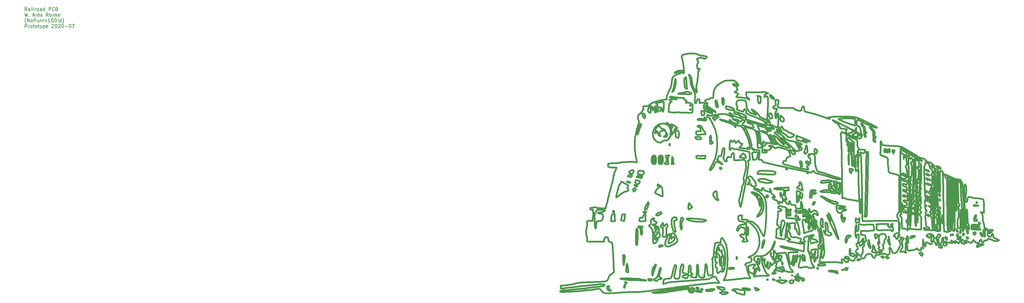
<source format=gbr>
%TF.GenerationSoftware,KiCad,Pcbnew,(5.1.6)-1*%
%TF.CreationDate,2020-07-08T16:04:48-04:00*%
%TF.ProjectId,railroad-keyboard-bottom-plate,7261696c-726f-4616-942d-6b6579626f61,rev?*%
%TF.SameCoordinates,Original*%
%TF.FileFunction,Legend,Top*%
%TF.FilePolarity,Positive*%
%FSLAX46Y46*%
G04 Gerber Fmt 4.6, Leading zero omitted, Abs format (unit mm)*
G04 Created by KiCad (PCBNEW (5.1.6)-1) date 2020-07-08 16:04:48*
%MOMM*%
%LPD*%
G01*
G04 APERTURE LIST*
%ADD10C,0.500000*%
%ADD11C,0.150000*%
G04 APERTURE END LIST*
D10*
X169448000Y-180618000D02*
X169078763Y-181005943D01*
X169078763Y-181005943D02*
X168562729Y-181093054D01*
X168562729Y-181093054D02*
X167938000Y-181178000D01*
X185308000Y-181898000D02*
X184864659Y-182145906D01*
X184864659Y-182145906D02*
X184368339Y-182046864D01*
X184368339Y-182046864D02*
X184338000Y-181998000D01*
X181508000Y-181038000D02*
X181168000Y-181398000D01*
X184338000Y-181998000D02*
X184605076Y-181573158D01*
X184605076Y-181573158D02*
X184677999Y-181558000D01*
X275158000Y-182218000D02*
X275176635Y-182725159D01*
X275176635Y-182725159D02*
X275198030Y-183282188D01*
X275198030Y-183282188D02*
X275220160Y-183822970D01*
X275220160Y-183822970D02*
X275244420Y-184325208D01*
X275244420Y-184325208D02*
X275247999Y-184368000D01*
X267268000Y-179768000D02*
X267268000Y-179768000D01*
X169448000Y-180618000D02*
X169448000Y-180618000D01*
X172218000Y-181028000D02*
X171968000Y-181278000D01*
X278338000Y-179148000D02*
X278338000Y-179148000D01*
X166748000Y-181158000D02*
X167038000Y-180748000D01*
X275547999Y-186178000D02*
X275358000Y-185768000D01*
X185188000Y-181298000D02*
X185670343Y-181125031D01*
X185670343Y-181125031D02*
X185938000Y-181188000D01*
X167168000Y-180458000D02*
X167698573Y-180417023D01*
X167698573Y-180417023D02*
X168268500Y-180437826D01*
X168268500Y-180437826D02*
X168845282Y-180486512D01*
X168845282Y-180486512D02*
X169378895Y-180579078D01*
X169378895Y-180579078D02*
X169448000Y-180618000D01*
X274868000Y-181798000D02*
X274934967Y-181283903D01*
X274934967Y-181283903D02*
X274938000Y-181068000D01*
X275538000Y-185058000D02*
X275622375Y-185560031D01*
X275622375Y-185560031D02*
X275688000Y-185638000D01*
X168788000Y-181898000D02*
X168930717Y-182412711D01*
X168930717Y-182412711D02*
X168822335Y-182935861D01*
X168822335Y-182935861D02*
X168718000Y-183168000D01*
X275018000Y-180258000D02*
X275088000Y-180803000D01*
X275088000Y-180803000D02*
X275120393Y-181345081D01*
X275120393Y-181345081D02*
X275146255Y-181909888D01*
X275146255Y-181909888D02*
X275158000Y-182218000D01*
X267268000Y-179768000D02*
X267197999Y-180128000D01*
X184677999Y-181558000D02*
X185144757Y-181339113D01*
X185144757Y-181339113D02*
X185188000Y-181298000D01*
X185948000Y-181568000D02*
X185482530Y-181781750D01*
X185482530Y-181781750D02*
X185308000Y-181898000D01*
X185938000Y-181188000D02*
X185948000Y-181568000D01*
X181168000Y-181398000D02*
X180687963Y-181236904D01*
X180687963Y-181236904D02*
X180678000Y-181048000D01*
X168008000Y-181578000D02*
X168520900Y-181633405D01*
X168520900Y-181633405D02*
X168788000Y-181898000D01*
X171907999Y-180718000D02*
X172218000Y-181028000D01*
X166888000Y-184938000D02*
X166838772Y-185436767D01*
X166838772Y-185436767D02*
X166713042Y-185937602D01*
X166713042Y-185937602D02*
X166578000Y-185888000D01*
X171657999Y-180968000D02*
X171907999Y-180718000D01*
X166578000Y-185888000D02*
X166505244Y-185388944D01*
X166505244Y-185388944D02*
X166466408Y-184841042D01*
X166466408Y-184841042D02*
X166432788Y-184186588D01*
X166432788Y-184186588D02*
X166412545Y-183666498D01*
X166412545Y-183666498D02*
X166397774Y-183153033D01*
X166397774Y-183153033D02*
X166388470Y-182528022D01*
X166388470Y-182528022D02*
X166397165Y-181937645D01*
X166397165Y-181937645D02*
X166408000Y-181788000D01*
X167568000Y-183768000D02*
X167052754Y-183822670D01*
X167052754Y-183822670D02*
X166935614Y-184345858D01*
X166935614Y-184345858D02*
X166888000Y-184938000D01*
X275228000Y-187478000D02*
X275058000Y-187038000D01*
X168718000Y-183168000D02*
X168435268Y-183596945D01*
X168435268Y-183596945D02*
X167945973Y-183785271D01*
X167945973Y-183785271D02*
X167568000Y-183768000D01*
X275058000Y-187038000D02*
X275011749Y-186529250D01*
X275011749Y-186529250D02*
X274950402Y-186016847D01*
X274950402Y-186016847D02*
X274928000Y-185848000D01*
X275218000Y-185398000D02*
X275178000Y-185818000D01*
X275358000Y-185768000D02*
X275218000Y-185398000D01*
X267197999Y-180128000D02*
X266938000Y-179748000D01*
X172218000Y-181028000D02*
X172218000Y-181028000D01*
X167038000Y-180748000D02*
X167168000Y-180458000D01*
X167938000Y-181178000D02*
X167447562Y-181300662D01*
X167447562Y-181300662D02*
X167388000Y-181398000D01*
X275178000Y-185818000D02*
X275250000Y-186337132D01*
X275250000Y-186337132D02*
X275309835Y-186892550D01*
X275309835Y-186892550D02*
X275304562Y-187411281D01*
X275304562Y-187411281D02*
X275228000Y-187478000D01*
X181098000Y-180928000D02*
X181508000Y-181038000D01*
X274938000Y-181068000D02*
X274956745Y-180552205D01*
X274956745Y-180552205D02*
X275018000Y-180258000D01*
X180678000Y-181048000D02*
X181098000Y-180928000D01*
X171968000Y-181278000D02*
X171657999Y-180968000D01*
X266938000Y-179748000D02*
X267268000Y-179768000D01*
X275688000Y-185638000D02*
X275679721Y-186144629D01*
X275679721Y-186144629D02*
X275547999Y-186178000D01*
X166408000Y-181788000D02*
X166562250Y-181306252D01*
X166562250Y-181306252D02*
X166748000Y-181158000D01*
X275247999Y-184368000D02*
X275247999Y-184368000D01*
X275408000Y-184538000D02*
X275537854Y-185030227D01*
X275537854Y-185030227D02*
X275538000Y-185058000D01*
X238588000Y-179328000D02*
X238588000Y-179328000D01*
X274928000Y-185848000D02*
X274876602Y-185271918D01*
X274876602Y-185271918D02*
X274843657Y-184661748D01*
X274843657Y-184661748D02*
X274824640Y-184157863D01*
X274824640Y-184157863D02*
X274811160Y-183643497D01*
X274811160Y-183643497D02*
X274802825Y-182986745D01*
X274802825Y-182986745D02*
X274806794Y-182420257D01*
X274806794Y-182420257D02*
X274838896Y-181875890D01*
X274838896Y-181875890D02*
X274868000Y-181798000D01*
X167388000Y-181398000D02*
X167884109Y-181571559D01*
X167884109Y-181571559D02*
X168008000Y-181578000D01*
X275247999Y-184368000D02*
X275408000Y-184538000D01*
X194218000Y-178828000D02*
X194542975Y-179219113D01*
X194542975Y-179219113D02*
X194588000Y-179238000D01*
X237008000Y-179268000D02*
X237550834Y-179213156D01*
X237550834Y-179213156D02*
X238071137Y-179261906D01*
X238071137Y-179261906D02*
X238588000Y-179328000D01*
X236588000Y-178738000D02*
X236065995Y-178640507D01*
X236065995Y-178640507D02*
X235491652Y-178438996D01*
X235491652Y-178438996D02*
X234950510Y-178180483D01*
X234950510Y-178180483D02*
X234463653Y-177907952D01*
X234463653Y-177907952D02*
X233918818Y-177572053D01*
X233918818Y-177572053D02*
X233466574Y-177275792D01*
X233466574Y-177275792D02*
X232972604Y-176939388D01*
X232972604Y-176939388D02*
X232798000Y-176818000D01*
X237038000Y-180538000D02*
X236957685Y-180007608D01*
X236957685Y-180007608D02*
X236951434Y-179473639D01*
X236951434Y-179473639D02*
X237008000Y-179268000D01*
X181798000Y-178618000D02*
X182132335Y-178202354D01*
X182132335Y-178202354D02*
X182174523Y-178759295D01*
X182174523Y-178759295D02*
X182038000Y-179238000D01*
X236108000Y-177978000D02*
X236645500Y-178084250D01*
X236645500Y-178084250D02*
X237131221Y-178244121D01*
X237131221Y-178244121D02*
X237388000Y-178478000D01*
X267058000Y-175818000D02*
X267218000Y-176238000D01*
X182038000Y-179238000D02*
X181878280Y-179754135D01*
X181878280Y-179754135D02*
X181717729Y-180236105D01*
X181717729Y-180236105D02*
X181688000Y-180308000D01*
X237918000Y-181368000D02*
X237417808Y-181191142D01*
X237417808Y-181191142D02*
X237101548Y-180761661D01*
X237101548Y-180761661D02*
X237038000Y-180538000D01*
X237798000Y-180168000D02*
X238339699Y-180171784D01*
X238339699Y-180171784D02*
X238899306Y-180218665D01*
X238899306Y-180218665D02*
X239418000Y-180283312D01*
X239418000Y-180283312D02*
X239748000Y-180358000D01*
X267218000Y-176238000D02*
X267218000Y-176238000D01*
X238638000Y-180938000D02*
X238327921Y-181358570D01*
X238327921Y-181358570D02*
X237918000Y-181368000D01*
X239178000Y-180698000D02*
X238677023Y-180765382D01*
X238677023Y-180765382D02*
X238638000Y-180938000D01*
X239748000Y-180358000D02*
X239768000Y-180548000D01*
X266958000Y-176158001D02*
X267058000Y-175818000D01*
X237538000Y-180008000D02*
X237798000Y-180168000D01*
X277718000Y-179168000D02*
X277718000Y-179168000D01*
X181008000Y-180338000D02*
X181163671Y-179804523D01*
X181163671Y-179804523D02*
X181381428Y-179346857D01*
X181381428Y-179346857D02*
X181643058Y-178869093D01*
X181643058Y-178869093D02*
X181798000Y-178618000D01*
X193738000Y-179968000D02*
X193762916Y-179450544D01*
X193762916Y-179450544D02*
X193808000Y-179018000D01*
X194588000Y-179238000D02*
X194848000Y-179668000D01*
X213498000Y-175588000D02*
X213498000Y-175588000D01*
X238638000Y-179798000D02*
X238082548Y-179801319D01*
X238082548Y-179801319D02*
X237581640Y-179870670D01*
X237581640Y-179870670D02*
X237538000Y-180008000D01*
X277718000Y-179168000D02*
X277328000Y-179378000D01*
X230738000Y-178288000D02*
X230738000Y-178288000D01*
X278038000Y-178348000D02*
X277888000Y-178498000D01*
X230108000Y-178508001D02*
X230462240Y-178115004D01*
X230462240Y-178115004D02*
X230738000Y-178288000D01*
X237388000Y-178478000D02*
X236952537Y-178762195D01*
X236952537Y-178762195D02*
X236588000Y-178738000D01*
X236778000Y-175158001D02*
X236778000Y-175158001D01*
X267097999Y-177798000D02*
X266938000Y-177338000D01*
X194218000Y-178828000D02*
X194218000Y-178828000D01*
X194848000Y-179668000D02*
X194508000Y-179928000D01*
X277308000Y-178998000D02*
X277718000Y-179168000D01*
X278247999Y-179298000D02*
X277997999Y-179358001D01*
X277868000Y-179208001D02*
X278338000Y-179148000D01*
X277888000Y-178198000D02*
X278038000Y-178348000D01*
X238588000Y-179328000D02*
X239115167Y-179419055D01*
X239115167Y-179419055D02*
X239610305Y-179534105D01*
X239610305Y-179534105D02*
X239618000Y-179538000D01*
X277997999Y-179358001D02*
X277868000Y-179208001D01*
X267218000Y-176238000D02*
X267118000Y-176578000D01*
X212867999Y-175898000D02*
X212431135Y-175607611D01*
X212431135Y-175607611D02*
X212198000Y-175278000D01*
X194508000Y-179928000D02*
X194238000Y-180158000D01*
X277738000Y-178348000D02*
X277888000Y-178198000D01*
X267118000Y-176578000D02*
X266958000Y-176158001D01*
X181688000Y-180308000D02*
X181170759Y-180388501D01*
X181170759Y-180388501D02*
X181008000Y-180338000D01*
X267218000Y-177378000D02*
X267218000Y-177378000D01*
X267218000Y-177378000D02*
X267097999Y-177798000D01*
X278038000Y-178348000D02*
X278038000Y-178348000D01*
X193988000Y-180398000D02*
X193738000Y-179968000D01*
X277328000Y-179378000D02*
X276908000Y-179208001D01*
X266938000Y-177338000D02*
X267218000Y-177378000D01*
X233968000Y-177128000D02*
X234444222Y-177368423D01*
X234444222Y-177368423D02*
X234915464Y-177592478D01*
X234915464Y-177592478D02*
X235421116Y-177800027D01*
X235421116Y-177800027D02*
X235952271Y-177949820D01*
X235952271Y-177949820D02*
X236108000Y-177978000D01*
X239618000Y-179538000D02*
X239133769Y-179790287D01*
X239133769Y-179790287D02*
X238638000Y-179798000D01*
X193808000Y-179018000D02*
X193944406Y-178530031D01*
X193944406Y-178530031D02*
X194028000Y-178518000D01*
X230738000Y-178288000D02*
X230459250Y-178725500D01*
X230459250Y-178725500D02*
X230030330Y-178996587D01*
X230030330Y-178996587D02*
X230008000Y-178998000D01*
X233968000Y-177128000D02*
X233968000Y-177128000D01*
X232798000Y-176818000D02*
X232403775Y-176508821D01*
X232403775Y-176508821D02*
X232900211Y-176606003D01*
X232900211Y-176606003D02*
X233427179Y-176855871D01*
X233427179Y-176855871D02*
X233968000Y-177128000D01*
X212198000Y-175278000D02*
X212707611Y-175279648D01*
X212707611Y-175279648D02*
X213184668Y-175448884D01*
X213184668Y-175448884D02*
X213498000Y-175588000D01*
X182038000Y-179238000D02*
X182038000Y-179238000D01*
X194028000Y-178518000D02*
X194218000Y-178828000D01*
X239768000Y-180548000D02*
X239279642Y-180696920D01*
X239279642Y-180696920D02*
X239178000Y-180698000D01*
X194238000Y-180158000D02*
X193988000Y-180398000D01*
X276908000Y-179208001D02*
X277308000Y-178998000D01*
X277888000Y-178498000D02*
X277738000Y-178348000D01*
X230008000Y-178998000D02*
X230108000Y-178508001D01*
X278338000Y-179148000D02*
X278247999Y-179298000D01*
X229788000Y-175848000D02*
X229758000Y-176368000D01*
X226058000Y-175098000D02*
X226058000Y-175098000D01*
X229758000Y-176368000D02*
X229657316Y-176859504D01*
X229657316Y-176859504D02*
X229468000Y-176898000D01*
X229718000Y-175348000D02*
X230205693Y-175525267D01*
X230205693Y-175525267D02*
X230368000Y-175518000D01*
X201558000Y-175068000D02*
X202018000Y-175078000D01*
X201078000Y-176348000D02*
X200958032Y-175848636D01*
X200958032Y-175848636D02*
X201058000Y-175558001D01*
X234268000Y-175298000D02*
X233694309Y-175292911D01*
X233694309Y-175292911D02*
X233127052Y-175273591D01*
X233127052Y-175273591D02*
X232582828Y-175226059D01*
X232582828Y-175226059D02*
X232238000Y-175098000D01*
X229468000Y-176898000D02*
X229218000Y-176898000D01*
X230368000Y-175518000D02*
X230885950Y-175525923D01*
X230885950Y-175525923D02*
X231038000Y-175638000D01*
X201058000Y-175558001D02*
X201394127Y-175171005D01*
X201394127Y-175171005D02*
X201558000Y-175068000D01*
X226688000Y-177198000D02*
X226413663Y-176756300D01*
X226413663Y-176756300D02*
X226408000Y-176358001D01*
X202538000Y-177698000D02*
X202034601Y-177572492D01*
X202034601Y-177572492D02*
X201663000Y-177212844D01*
X201663000Y-177212844D02*
X201316710Y-176779367D01*
X201316710Y-176779367D02*
X201078000Y-176348000D01*
X235238000Y-174788000D02*
X235238000Y-174788000D01*
X225398000Y-174958001D02*
X225912183Y-174918372D01*
X225912183Y-174918372D02*
X226058000Y-175098000D01*
X225338000Y-176768000D02*
X225341992Y-176191658D01*
X225341992Y-176191658D02*
X225352714Y-175682966D01*
X225352714Y-175682966D02*
X225375968Y-175150813D01*
X225375968Y-175150813D02*
X225398000Y-174958001D01*
X230938000Y-174838000D02*
X230938000Y-174838000D01*
X225468000Y-178378000D02*
X225352765Y-177843429D01*
X225352765Y-177843429D02*
X225340349Y-177299301D01*
X225340349Y-177299301D02*
X225338000Y-176768000D01*
X231038000Y-175638000D02*
X230541890Y-175811559D01*
X230541890Y-175811559D02*
X230418000Y-175818000D01*
X225838000Y-177028000D02*
X225826037Y-176520517D01*
X225826037Y-176520517D02*
X225627062Y-177046457D01*
X225627062Y-177046457D02*
X225618000Y-177288000D01*
X226478000Y-175398000D02*
X226878000Y-175618000D01*
X230418000Y-175818000D02*
X229788000Y-175848000D01*
X233088000Y-174768000D02*
X233602531Y-174731750D01*
X233602531Y-174731750D02*
X234173710Y-174724768D01*
X234173710Y-174724768D02*
X234726854Y-174738244D01*
X234726854Y-174738244D02*
X235238000Y-174788000D01*
X230388000Y-175018000D02*
X229874159Y-175082548D01*
X229874159Y-175082548D02*
X229718000Y-175348000D01*
X232238000Y-175098000D02*
X232686967Y-174857116D01*
X232686967Y-174857116D02*
X233088000Y-174768000D01*
X186098000Y-174168000D02*
X186098000Y-174168000D01*
X235518000Y-175078000D02*
X235003312Y-175294562D01*
X235003312Y-175294562D02*
X234491657Y-175297946D01*
X234491657Y-175297946D02*
X234268000Y-175298000D01*
X230198000Y-174698000D02*
X230705764Y-174716205D01*
X230705764Y-174716205D02*
X230938000Y-174838000D01*
X178478000Y-174388000D02*
X178478000Y-174388000D01*
X230938000Y-174838000D02*
X230456798Y-175012023D01*
X230456798Y-175012023D02*
X230388000Y-175018000D01*
X214198000Y-177608001D02*
X213962062Y-177121437D01*
X213962062Y-177121437D02*
X213669035Y-176685505D01*
X213669035Y-176685505D02*
X213335992Y-176291383D01*
X213335992Y-176291383D02*
X212956324Y-175954997D01*
X212956324Y-175954997D02*
X212867999Y-175898000D01*
X225618000Y-177288000D02*
X225594005Y-177811240D01*
X225594005Y-177811240D02*
X225516193Y-178314199D01*
X225516193Y-178314199D02*
X225468000Y-178378000D01*
X214888000Y-179128000D02*
X214717999Y-179478000D01*
X202078000Y-175908001D02*
X202078000Y-175908001D01*
X215358000Y-181018000D02*
X215089789Y-181474877D01*
X215089789Y-181474877D02*
X214757786Y-181899545D01*
X214757786Y-181899545D02*
X214401559Y-182251179D01*
X214401559Y-182251179D02*
X213971635Y-182530268D01*
X213971635Y-182530268D02*
X213888000Y-182558000D01*
X235488000Y-175608001D02*
X235768000Y-175318000D01*
X202078000Y-175908001D02*
X202058664Y-176411789D01*
X202058664Y-176411789D02*
X202201320Y-176919445D01*
X202201320Y-176919445D02*
X202278000Y-177078000D01*
X226048000Y-176388000D02*
X226062870Y-176953917D01*
X226062870Y-176953917D02*
X226052545Y-177482760D01*
X226052545Y-177482760D02*
X225967083Y-177980185D01*
X225967083Y-177980185D02*
X225938000Y-177998000D01*
X226408000Y-176358001D02*
X226345324Y-175856757D01*
X226345324Y-175856757D02*
X226338000Y-175848000D01*
X229288000Y-175868000D02*
X229331576Y-175330343D01*
X229331576Y-175330343D02*
X229392587Y-174822252D01*
X229392587Y-174822252D02*
X229408000Y-174768000D01*
X226878000Y-175618000D02*
X227024472Y-176161701D01*
X227024472Y-176161701D02*
X226992763Y-176684552D01*
X226992763Y-176684552D02*
X226775613Y-177168501D01*
X226775613Y-177168501D02*
X226688000Y-177198000D01*
X235838000Y-175588000D02*
X235488000Y-175608001D01*
X202278000Y-177078000D02*
X202492648Y-177549289D01*
X202492648Y-177549289D02*
X202538000Y-177698000D01*
X214428000Y-178748000D02*
X214354236Y-178239422D01*
X214354236Y-178239422D02*
X214240652Y-177738788D01*
X214240652Y-177738788D02*
X214198000Y-177608001D01*
X214617999Y-177958001D02*
X214741222Y-178461789D01*
X214741222Y-178461789D02*
X214857655Y-178978893D01*
X214857655Y-178978893D02*
X214888000Y-179128000D01*
X214717999Y-179478000D02*
X214455333Y-179046740D01*
X214455333Y-179046740D02*
X214428000Y-178748000D01*
X214517999Y-177078000D02*
X214536178Y-177589337D01*
X214536178Y-177589337D02*
X214617999Y-177958001D01*
X229218000Y-176898000D02*
X229288000Y-175868000D01*
X215117999Y-179638000D02*
X215112044Y-179044123D01*
X215112044Y-179044123D02*
X215043082Y-178480811D01*
X215043082Y-178480811D02*
X214934249Y-177930500D01*
X214934249Y-177930500D02*
X214775189Y-177386544D01*
X214775189Y-177386544D02*
X214517999Y-177078000D01*
X213978000Y-181998000D02*
X214293439Y-181609962D01*
X214293439Y-181609962D02*
X214577765Y-181163390D01*
X214577765Y-181163390D02*
X214816740Y-180688341D01*
X214816740Y-180688341D02*
X214996124Y-180214875D01*
X214996124Y-180214875D02*
X215111096Y-179704597D01*
X215111096Y-179704597D02*
X215117999Y-179638000D01*
X213498000Y-175588000D02*
X214000458Y-175860670D01*
X214000458Y-175860670D02*
X214421808Y-176170575D01*
X214421808Y-176170575D02*
X214810480Y-176577597D01*
X214810480Y-176577597D02*
X215107276Y-177049071D01*
X215107276Y-177049071D02*
X215167999Y-177178000D01*
X213888000Y-182558000D02*
X213932530Y-182046549D01*
X213932530Y-182046549D02*
X213978000Y-181998000D01*
X226058000Y-175098000D02*
X226462178Y-175397735D01*
X226462178Y-175397735D02*
X226478000Y-175398000D01*
X235968000Y-174948000D02*
X236088000Y-174948000D01*
X237298000Y-175558001D02*
X236786586Y-175650065D01*
X236786586Y-175650065D02*
X236708000Y-175638000D01*
X225938000Y-177998000D02*
X225847047Y-177467838D01*
X225847047Y-177467838D02*
X225838000Y-177028000D01*
X229408000Y-174768000D02*
X229904406Y-174703312D01*
X229904406Y-174703312D02*
X230198000Y-174698000D01*
X215167999Y-177178000D02*
X215393956Y-177728136D01*
X215393956Y-177728136D02*
X215561905Y-178254718D01*
X215561905Y-178254718D02*
X215671964Y-178759503D01*
X215671964Y-178759503D02*
X215728307Y-179362511D01*
X215728307Y-179362511D02*
X215694608Y-179937641D01*
X215694608Y-179937641D02*
X215571096Y-180488326D01*
X215571096Y-180488326D02*
X215358000Y-181018000D01*
X236088000Y-174948000D02*
X236571750Y-175101281D01*
X236571750Y-175101281D02*
X236778000Y-175158001D01*
X235768000Y-175318000D02*
X235968000Y-174948000D01*
X236708000Y-175638000D02*
X236209626Y-175592682D01*
X236209626Y-175592682D02*
X235838000Y-175588000D01*
X236778000Y-175158001D02*
X237256208Y-175316081D01*
X237256208Y-175316081D02*
X237298000Y-175558001D01*
X226338000Y-175848000D02*
X226044005Y-176281959D01*
X226044005Y-176281959D02*
X226048000Y-176388000D01*
X202018000Y-175078000D02*
X202102375Y-175596906D01*
X202102375Y-175596906D02*
X202078000Y-175908001D01*
X235238000Y-174788000D02*
X235518000Y-175078000D01*
X237908000Y-173848000D02*
X237911750Y-173329250D01*
X237911750Y-173329250D02*
X237848000Y-173118000D01*
X237338000Y-174648000D02*
X236834250Y-174728000D01*
X236834250Y-174728000D02*
X236338000Y-174598000D01*
X237628000Y-174098000D02*
X237798000Y-174318000D01*
X177998000Y-173148000D02*
X178418000Y-173158001D01*
X237018000Y-173748000D02*
X236510239Y-173672153D01*
X236510239Y-173672153D02*
X236388000Y-173848000D01*
X178698000Y-173698000D02*
X178209250Y-173494250D01*
X178209250Y-173494250D02*
X177998000Y-173148000D01*
X184838000Y-173018000D02*
X185148000Y-173208001D01*
X237578000Y-175488000D02*
X237670812Y-174977101D01*
X237670812Y-174977101D02*
X237638000Y-174698000D01*
X235328000Y-173818000D02*
X235291854Y-174321064D01*
X235291854Y-174321064D02*
X235228000Y-174338000D01*
X226038000Y-173598000D02*
X226193416Y-173104420D01*
X226193416Y-173104420D02*
X226188000Y-173058001D01*
X237068000Y-173338000D02*
X237338000Y-173608001D01*
X235728000Y-174148000D02*
X235588000Y-173658001D01*
X235458000Y-172928000D02*
X235328000Y-173278000D01*
X237638000Y-174698000D02*
X237547321Y-174195897D01*
X237547321Y-174195897D02*
X237628000Y-174098000D01*
X237338000Y-173608001D02*
X237018000Y-173748000D01*
X178858000Y-173428000D02*
X178698000Y-173698000D01*
X235328000Y-173278000D02*
X235287570Y-173786666D01*
X235287570Y-173786666D02*
X235328000Y-173818000D01*
X235068000Y-172798000D02*
X235458000Y-172928000D01*
X237808000Y-172498000D02*
X238058000Y-172668000D01*
X237798000Y-174318000D02*
X237908000Y-173848000D01*
X226298000Y-172298000D02*
X226588000Y-172458001D01*
X236588000Y-173228000D02*
X237068000Y-173338000D01*
X235938000Y-173468000D02*
X236228000Y-173138000D01*
X236388000Y-173848000D02*
X236762217Y-174187715D01*
X236762217Y-174187715D02*
X236788000Y-174198000D01*
X238058000Y-172668000D02*
X238223234Y-173184406D01*
X238223234Y-173184406D02*
X238236828Y-173686281D01*
X238236828Y-173686281D02*
X238238000Y-174038000D01*
X225438000Y-173938000D02*
X225848270Y-173621746D01*
X225848270Y-173621746D02*
X226038000Y-173598000D01*
X186098000Y-174168000D02*
X186190154Y-174670890D01*
X186190154Y-174670890D02*
X186244674Y-175233906D01*
X186244674Y-175233906D02*
X186271179Y-175806019D01*
X186271179Y-175806019D02*
X186259833Y-176342516D01*
X186259833Y-176342516D02*
X186208000Y-176568000D01*
X237668000Y-175978000D02*
X237578000Y-175488000D01*
X176738000Y-172398000D02*
X176738000Y-172398000D01*
X226588000Y-172458001D02*
X226588000Y-172458001D01*
X178128000Y-174148000D02*
X178478000Y-174388000D01*
X178238000Y-174908001D02*
X177796622Y-175155031D01*
X177796622Y-175155031D02*
X177768000Y-175148000D01*
X177728000Y-174268000D02*
X178128000Y-174148000D01*
X236338000Y-174598000D02*
X236038000Y-174488000D01*
X185808000Y-173598000D02*
X186062570Y-174054504D01*
X186062570Y-174054504D02*
X186098000Y-174168000D01*
X185127999Y-173608001D02*
X185127999Y-173608001D01*
X226188000Y-173058001D02*
X226165834Y-172545390D01*
X226165834Y-172545390D02*
X226298000Y-172298000D01*
X236588000Y-173228000D02*
X236588000Y-173228000D01*
X184318000Y-174828000D02*
X184605382Y-174392089D01*
X184605382Y-174392089D02*
X184996125Y-174044465D01*
X184996125Y-174044465D02*
X185138000Y-173948000D01*
X185148000Y-173208001D02*
X185468000Y-173428000D01*
X185127999Y-173608001D02*
X184748000Y-173368000D01*
X178418000Y-173158001D02*
X178848664Y-173414311D01*
X178848664Y-173414311D02*
X178858000Y-173428000D01*
X236788000Y-174198000D02*
X237255578Y-174394875D01*
X237255578Y-174394875D02*
X237338000Y-174648000D01*
X237848000Y-173118000D02*
X237747297Y-172610719D01*
X237747297Y-172610719D02*
X237808000Y-172498000D01*
X236038000Y-174488000D02*
X235728000Y-174148000D01*
X184748000Y-173368000D02*
X184838000Y-173018000D01*
X238058000Y-172668000D02*
X238058000Y-172668000D01*
X177768000Y-175148000D02*
X177595031Y-174662843D01*
X177595031Y-174662843D02*
X177728000Y-174268000D01*
X185138000Y-173948000D02*
X185581640Y-173690079D01*
X185581640Y-173690079D02*
X185808000Y-173598000D01*
X178388000Y-174598000D02*
X178238000Y-174908001D01*
X238238000Y-174038000D02*
X238225937Y-174612089D01*
X238225937Y-174612089D02*
X238177625Y-175153720D01*
X238177625Y-175153720D02*
X238049942Y-175648703D01*
X238049942Y-175648703D02*
X237668000Y-175978000D01*
X178478000Y-174388000D02*
X178388000Y-174598000D01*
X236228000Y-173138000D02*
X236588000Y-173228000D01*
X235228000Y-174338000D02*
X234731454Y-174257831D01*
X234731454Y-174257831D02*
X234669184Y-173745033D01*
X234669184Y-173745033D02*
X234748000Y-173298000D01*
X184038000Y-175448000D02*
X184232746Y-174984907D01*
X184232746Y-174984907D02*
X184318000Y-174828000D01*
X184368000Y-175718000D02*
X184038000Y-175448000D01*
X185408000Y-176248000D02*
X184952375Y-176009113D01*
X184952375Y-176009113D02*
X184493683Y-175778622D01*
X184493683Y-175778622D02*
X184368000Y-175718000D01*
X186208000Y-176568000D02*
X185729778Y-176408057D01*
X185729778Y-176408057D02*
X185408000Y-176248000D01*
X234748000Y-173298000D02*
X234932147Y-172831386D01*
X234932147Y-172831386D02*
X235068000Y-172798000D01*
X178858000Y-173428000D02*
X178858000Y-173428000D01*
X185468000Y-173428000D02*
X185127999Y-173608001D01*
X235458000Y-172928000D02*
X235458000Y-172928000D01*
X235718000Y-173588000D02*
X235938000Y-173468000D01*
X235588000Y-173658001D02*
X235718000Y-173588000D01*
X211498000Y-172948000D02*
X211009483Y-173071272D01*
X211009483Y-173071272D02*
X210967999Y-173058001D01*
X236078000Y-172438000D02*
X236038000Y-172088000D01*
X216058000Y-172518000D02*
X215545304Y-172399152D01*
X215545304Y-172399152D02*
X215217999Y-172348000D01*
X211717999Y-172148000D02*
X211388000Y-171478000D01*
X176138000Y-172398000D02*
X175788000Y-172208001D01*
X173818000Y-172938000D02*
X174038000Y-172608001D01*
X172688000Y-176778000D02*
X172788415Y-176265172D01*
X172788415Y-176265172D02*
X172906710Y-175763373D01*
X172906710Y-175763373D02*
X173033625Y-175244972D01*
X173033625Y-175244972D02*
X173128000Y-174868000D01*
X217458000Y-171938000D02*
X217952121Y-172097082D01*
X217952121Y-172097082D02*
X218378000Y-172288000D01*
X176208000Y-172198000D02*
X176696303Y-172334820D01*
X176696303Y-172334820D02*
X176738000Y-172398000D01*
X174438000Y-172278000D02*
X174438000Y-172278000D01*
X236358000Y-172088000D02*
X236845611Y-172284779D01*
X236845611Y-172284779D02*
X237118000Y-172348000D01*
X236358000Y-172088000D02*
X236358000Y-172088000D01*
X179628000Y-172178000D02*
X179384927Y-172626837D01*
X179384927Y-172626837D02*
X179298000Y-172748000D01*
X218378000Y-172288000D02*
X217831144Y-172483820D01*
X217831144Y-172483820D02*
X217252186Y-172548112D01*
X217252186Y-172548112D02*
X216748086Y-172571442D01*
X216748086Y-172571442D02*
X216236019Y-172551502D01*
X216236019Y-172551502D02*
X216058000Y-172518000D01*
X175918000Y-174138000D02*
X176268000Y-174378000D01*
X236038000Y-172088000D02*
X236358000Y-172088000D01*
X216388000Y-171538000D02*
X216388000Y-171538000D01*
X236578000Y-172748000D02*
X236107882Y-172552785D01*
X236107882Y-172552785D02*
X236078000Y-172438000D01*
X175328000Y-172798000D02*
X175805328Y-173040545D01*
X175805328Y-173040545D02*
X176213937Y-173338000D01*
X176213937Y-173338000D02*
X176288000Y-173478000D01*
X215217999Y-172348000D02*
X214729925Y-172212550D01*
X214729925Y-172212550D02*
X214278133Y-171961479D01*
X214278133Y-171961479D02*
X214088000Y-171698000D01*
X210967999Y-173058001D02*
X211247822Y-172634832D01*
X211247822Y-172634832D02*
X211308000Y-172568000D01*
X178948000Y-171858001D02*
X178948000Y-171858001D01*
X235328000Y-171908001D02*
X235328000Y-171908001D01*
X178948000Y-171858001D02*
X179398000Y-171968000D01*
X235328000Y-171908001D02*
X235618000Y-172188000D01*
X178298000Y-172308001D02*
X178388000Y-171818000D01*
X178648000Y-172858001D02*
X178271125Y-172512062D01*
X178271125Y-172512062D02*
X178298000Y-172308001D01*
X216388000Y-171538000D02*
X216858983Y-171735622D01*
X216858983Y-171735622D02*
X217368090Y-171909557D01*
X217368090Y-171909557D02*
X217458000Y-171938000D01*
X174438000Y-172278000D02*
X174867183Y-172558624D01*
X174867183Y-172558624D02*
X175328000Y-172798000D01*
X237118000Y-172348000D02*
X237518000Y-172628000D01*
X180298000Y-170628000D02*
X180298000Y-170628000D01*
X234638000Y-172408001D02*
X234125048Y-172450139D01*
X234125048Y-172450139D02*
X233623449Y-172496672D01*
X233623449Y-172496672D02*
X233168000Y-172548000D01*
X179398000Y-171968000D02*
X179628000Y-172178000D01*
X233168000Y-172548000D02*
X232655883Y-172567973D01*
X232655883Y-172567973D02*
X232388000Y-172458001D01*
X173688000Y-176158001D02*
X173275194Y-176495159D01*
X173275194Y-176495159D02*
X172836273Y-176761554D01*
X172836273Y-176761554D02*
X172688000Y-176778000D01*
X226128000Y-174398000D02*
X225631634Y-174233779D01*
X225631634Y-174233779D02*
X225438000Y-173938000D01*
X227148000Y-174668000D02*
X226808000Y-174748000D01*
X226808000Y-174748000D02*
X226400179Y-174447924D01*
X226400179Y-174447924D02*
X226128000Y-174398000D01*
X226838000Y-173138000D02*
X226873855Y-173672608D01*
X226873855Y-173672608D02*
X226983046Y-174187055D01*
X226983046Y-174187055D02*
X227148000Y-174668000D01*
X226588000Y-172458001D02*
X226832924Y-172923854D01*
X226832924Y-172923854D02*
X226838000Y-173138000D01*
X175788000Y-172208001D02*
X176208000Y-172198000D01*
X176288000Y-173478000D02*
X176018000Y-173848000D01*
X178388000Y-171818000D02*
X178898632Y-171809062D01*
X178898632Y-171809062D02*
X178948000Y-171858001D01*
X212488000Y-171198000D02*
X212488000Y-171198000D01*
X173128000Y-174868000D02*
X173266750Y-174307648D01*
X173266750Y-174307648D02*
X173403932Y-173776480D01*
X173403932Y-173776480D02*
X173548000Y-173295500D01*
X173548000Y-173295500D02*
X173818000Y-172938000D01*
X237518000Y-172628000D02*
X237044460Y-172861502D01*
X237044460Y-172861502D02*
X236578000Y-172748000D01*
X176018000Y-173848000D02*
X175918000Y-174138000D01*
X235618000Y-172188000D02*
X235111750Y-172370813D01*
X235111750Y-172370813D02*
X234638000Y-172408001D01*
X211308000Y-172568000D02*
X211717999Y-172148000D01*
X211388000Y-171478000D02*
X211174515Y-170981415D01*
X211174515Y-170981415D02*
X211542138Y-170599643D01*
X211542138Y-170599643D02*
X211648000Y-170598000D01*
X179298000Y-172748000D02*
X179068000Y-173038000D01*
X176668000Y-172598000D02*
X176192599Y-172428113D01*
X176192599Y-172428113D02*
X176138000Y-172398000D01*
X174038000Y-172608001D02*
X174108000Y-172268000D01*
X211648000Y-170598000D02*
X212127296Y-170770851D01*
X212127296Y-170770851D02*
X212488000Y-171198000D01*
X176268000Y-174378000D02*
X176278000Y-174778000D01*
X176738000Y-172398000D02*
X176668000Y-172598000D01*
X176278000Y-174778000D02*
X175838000Y-174998000D01*
X174108000Y-172268000D02*
X174438000Y-172278000D01*
X175838000Y-174998000D02*
X175348031Y-175131261D01*
X175348031Y-175131261D02*
X174830500Y-175379250D01*
X174830500Y-175379250D02*
X174363097Y-175654106D01*
X174363097Y-175654106D02*
X173930500Y-175955988D01*
X173930500Y-175955988D02*
X173688000Y-176158001D01*
X233018000Y-171928000D02*
X233560500Y-171871934D01*
X233560500Y-171871934D02*
X234113854Y-171830115D01*
X234113854Y-171830115D02*
X234635297Y-171816928D01*
X234635297Y-171816928D02*
X235173371Y-171865793D01*
X235173371Y-171865793D02*
X235328000Y-171908001D01*
X232388000Y-172458001D02*
X232631212Y-171980943D01*
X232631212Y-171980943D02*
X233018000Y-171928000D01*
X179068000Y-173038000D02*
X178648000Y-172858001D01*
X214088000Y-171698000D02*
X214554979Y-171499354D01*
X214554979Y-171499354D02*
X215114250Y-171434250D01*
X215114250Y-171434250D02*
X215708324Y-171420824D01*
X215708324Y-171420824D02*
X216254919Y-171482615D01*
X216254919Y-171482615D02*
X216388000Y-171538000D01*
X212048000Y-172908001D02*
X211533692Y-172934375D01*
X211533692Y-172934375D02*
X211498000Y-172948000D01*
X266388000Y-176738000D02*
X266444799Y-177400365D01*
X266444799Y-177400365D02*
X266490180Y-178028352D01*
X266490180Y-178028352D02*
X266542863Y-178792707D01*
X266542863Y-178792707D02*
X266580550Y-179355258D01*
X266580550Y-179355258D02*
X266619249Y-179944250D01*
X266619249Y-179944250D02*
X266658065Y-180546015D01*
X266658065Y-180546015D02*
X266696105Y-181146886D01*
X266696105Y-181146886D02*
X266732474Y-181733197D01*
X266732474Y-181733197D02*
X266766280Y-182291281D01*
X266766280Y-182291281D02*
X266796629Y-182807470D01*
X266796629Y-182807470D02*
X266833717Y-183473304D01*
X266833717Y-183473304D02*
X266858000Y-183968000D01*
X176838000Y-170218000D02*
X177318000Y-170328000D01*
X219158000Y-169428000D02*
X219217999Y-169788000D01*
X177798000Y-168918000D02*
X177698000Y-169418000D01*
X218078000Y-169148000D02*
X218078000Y-169148000D01*
X228478000Y-169598000D02*
X228638000Y-169758000D01*
X180748000Y-169938000D02*
X180348625Y-170248781D01*
X180348625Y-170248781D02*
X180108000Y-170228000D01*
X213938000Y-169708000D02*
X214028000Y-169318000D01*
X180808000Y-169358000D02*
X180781522Y-169881168D01*
X180781522Y-169881168D02*
X180748000Y-169938000D01*
X266088000Y-174998000D02*
X266040363Y-174405727D01*
X266040363Y-174405727D02*
X265998114Y-173854276D01*
X265998114Y-173854276D02*
X265955499Y-173279250D01*
X265955499Y-173279250D02*
X265914349Y-172707886D01*
X265914349Y-172707886D02*
X265876495Y-172167421D01*
X265876495Y-172167421D02*
X265838000Y-171598000D01*
X266338000Y-169408000D02*
X266338000Y-170838000D01*
X179528000Y-168998000D02*
X180043598Y-169034040D01*
X180043598Y-169034040D02*
X180268000Y-169068000D01*
X222588000Y-168488000D02*
X222588000Y-168488000D01*
X266538000Y-180598000D02*
X266494093Y-180045656D01*
X266494093Y-180045656D02*
X266448529Y-179474139D01*
X266448529Y-179474139D02*
X266407665Y-178963226D01*
X266407665Y-178963226D02*
X266361769Y-178392042D01*
X266361769Y-178392042D02*
X266338000Y-178098000D01*
X265838000Y-171598000D02*
X265802536Y-171081708D01*
X265802536Y-171081708D02*
X265765226Y-170576886D01*
X265765226Y-170576886D02*
X265722531Y-170043053D01*
X265722531Y-170043053D02*
X265674757Y-169518371D01*
X265674757Y-169518371D02*
X265658000Y-169368000D01*
X266397999Y-173028000D02*
X266432216Y-173535967D01*
X266432216Y-173535967D02*
X266297999Y-173798000D01*
X266338000Y-178098000D02*
X266297411Y-177529143D01*
X266297411Y-177529143D02*
X266252719Y-176943100D01*
X266252719Y-176943100D02*
X266210910Y-176418542D01*
X266210910Y-176418542D02*
X266166903Y-175887942D01*
X266166903Y-175887942D02*
X266122531Y-175376476D01*
X266122531Y-175376476D02*
X266088000Y-174998000D01*
X176898000Y-170848000D02*
X176400487Y-170747399D01*
X176400487Y-170747399D02*
X176068000Y-170708000D01*
X177358000Y-168878000D02*
X177798000Y-168918000D01*
X177698000Y-169418000D02*
X177698000Y-169418000D01*
X213017999Y-173648000D02*
X212526840Y-173535439D01*
X212526840Y-173535439D02*
X212517999Y-173528000D01*
X178638000Y-170858000D02*
X178868000Y-170558000D01*
X213938000Y-169958000D02*
X213938000Y-169708000D01*
X266828000Y-184698000D02*
X266757796Y-184160504D01*
X266757796Y-184160504D02*
X266722279Y-183659079D01*
X266722279Y-183659079D02*
X266697999Y-183218000D01*
X214028000Y-169318000D02*
X214527218Y-169132531D01*
X214527218Y-169132531D02*
X215124934Y-169060114D01*
X215124934Y-169060114D02*
X215705872Y-169028702D01*
X215705872Y-169028702D02*
X216340454Y-169022514D01*
X216340454Y-169022514D02*
X216993873Y-169043074D01*
X216993873Y-169043074D02*
X217631326Y-169091906D01*
X217631326Y-169091906D02*
X218078000Y-169148000D01*
X266338000Y-170838000D02*
X266341992Y-171375862D01*
X266341992Y-171375862D02*
X266352714Y-171921171D01*
X266352714Y-171921171D02*
X266368280Y-172426823D01*
X266368280Y-172426823D02*
X266392381Y-172942870D01*
X266392381Y-172942870D02*
X266397999Y-173028000D01*
X228358000Y-169718000D02*
X228478000Y-169598000D01*
X216267999Y-170078000D02*
X213938000Y-169958000D01*
X211988000Y-173198000D02*
X212048000Y-172908001D01*
X212488000Y-171198000D02*
X212792980Y-171628312D01*
X212792980Y-171628312D02*
X213066291Y-172055502D01*
X213066291Y-172055502D02*
X213238000Y-172358001D01*
X228638000Y-169758000D02*
X228638000Y-169758000D01*
X265738000Y-168948000D02*
X265738000Y-168948000D01*
X266697999Y-183218000D02*
X266671971Y-182642952D01*
X266671971Y-182642952D02*
X266642045Y-182109302D01*
X266642045Y-182109302D02*
X266608427Y-181576443D01*
X266608427Y-181576443D02*
X266568761Y-181004318D01*
X266568761Y-181004318D02*
X266538000Y-180598000D01*
X265738000Y-168948000D02*
X266038000Y-169248000D01*
X180108000Y-170228000D02*
X179582854Y-170136362D01*
X179582854Y-170136362D02*
X179093931Y-169971026D01*
X179093931Y-169971026D02*
X178988000Y-169888000D01*
X176158000Y-170438000D02*
X176619715Y-170209408D01*
X176619715Y-170209408D02*
X176838000Y-170218000D01*
X265658000Y-168798000D02*
X265738000Y-168948000D01*
X266288000Y-174238000D02*
X266438876Y-174719897D01*
X266438876Y-174719897D02*
X266318000Y-175118000D01*
X179048000Y-169398000D02*
X179370587Y-169003207D01*
X179370587Y-169003207D02*
X179528000Y-168998000D01*
X180268000Y-169068000D02*
X180728647Y-169266844D01*
X180728647Y-169266844D02*
X180808000Y-169358000D01*
X212098000Y-173358001D02*
X211988000Y-173198000D01*
X212517999Y-173528000D02*
X212098000Y-173358001D01*
X213238000Y-172358001D02*
X213458559Y-172852155D01*
X213458559Y-172852155D02*
X213502000Y-173381245D01*
X213502000Y-173381245D02*
X213072696Y-173643192D01*
X213072696Y-173643192D02*
X213017999Y-173648000D01*
X176068000Y-170708000D02*
X176158000Y-170438000D01*
X178988000Y-169888000D02*
X179048000Y-169398000D01*
X177318000Y-170328000D02*
X177318000Y-170328000D01*
X179578000Y-171028000D02*
X179128000Y-170978000D01*
X180298000Y-170628000D02*
X180108001Y-171103448D01*
X180108001Y-171103448D02*
X179968000Y-171198000D01*
X177278000Y-170658000D02*
X176898000Y-170848000D01*
X228638000Y-169758000D02*
X228358000Y-169718000D01*
X180268000Y-169068000D02*
X180268000Y-169068000D01*
X218078000Y-169148000D02*
X218608076Y-169243756D01*
X218608076Y-169243756D02*
X219090609Y-169383021D01*
X219090609Y-169383021D02*
X219158000Y-169428000D01*
X265658000Y-169368000D02*
X265630204Y-168867763D01*
X265630204Y-168867763D02*
X265658000Y-168798000D01*
X266297999Y-173798000D02*
X266288000Y-174238000D01*
X177318000Y-170328000D02*
X177278000Y-170658000D01*
X266038000Y-169248000D02*
X266338000Y-169408000D01*
X266858000Y-183968000D02*
X266865500Y-184483000D01*
X266865500Y-184483000D02*
X266828000Y-184698000D01*
X266368000Y-175518000D02*
X266476039Y-176018038D01*
X266476039Y-176018038D02*
X266438000Y-176148000D01*
X266318000Y-175118000D02*
X266368000Y-175518000D01*
X266438000Y-176148000D02*
X266377561Y-176651827D01*
X266377561Y-176651827D02*
X266388000Y-176738000D01*
X219217999Y-169788000D02*
X218814542Y-170113134D01*
X218814542Y-170113134D02*
X218300030Y-170150597D01*
X218300030Y-170150597D02*
X217789249Y-170146593D01*
X217789249Y-170146593D02*
X217119093Y-170121730D01*
X217119093Y-170121730D02*
X216498914Y-170090592D01*
X216498914Y-170090592D02*
X216267999Y-170078000D01*
X178868000Y-170558000D02*
X179411867Y-170539718D01*
X179411867Y-170539718D02*
X179934316Y-170566151D01*
X179934316Y-170566151D02*
X180298000Y-170628000D01*
X179128000Y-170978000D02*
X178638000Y-170858000D01*
X179968000Y-171198000D02*
X179578000Y-171028000D01*
X262938000Y-183308000D02*
X262887149Y-182809912D01*
X262887149Y-182809912D02*
X262881629Y-182308282D01*
X262881629Y-182308282D02*
X262978000Y-182178000D01*
X266088000Y-186048000D02*
X266118000Y-185658000D01*
X262847999Y-176858001D02*
X262789684Y-176204534D01*
X262789684Y-176204534D02*
X262753357Y-175510274D01*
X262753357Y-175510274D02*
X262727761Y-174947704D01*
X262727761Y-174947704D02*
X262701710Y-174323873D01*
X262701710Y-174323873D02*
X262675761Y-173654661D01*
X262675761Y-173654661D02*
X262650472Y-172955948D01*
X262650472Y-172955948D02*
X262626398Y-172243611D01*
X262626398Y-172243611D02*
X262604097Y-171533531D01*
X262604097Y-171533531D02*
X262584126Y-170841585D01*
X262584126Y-170841585D02*
X262567039Y-170183653D01*
X262567039Y-170183653D02*
X262553396Y-169575613D01*
X262553396Y-169575613D02*
X262543751Y-169033345D01*
X262543751Y-169033345D02*
X262538000Y-168378000D01*
X266118000Y-185658000D02*
X266112375Y-185150343D01*
X266112375Y-185150343D02*
X266088000Y-185028000D01*
X262997999Y-181058000D02*
X263197999Y-180968000D01*
X264968000Y-186108000D02*
X265528000Y-186078000D01*
X263197999Y-180968000D02*
X263338000Y-180718000D01*
X262938000Y-180398000D02*
X262817308Y-179888527D01*
X262817308Y-179888527D02*
X262773465Y-179279482D01*
X262773465Y-179279482D02*
X262751530Y-178737402D01*
X262751530Y-178737402D02*
X262744449Y-178216650D01*
X262744449Y-178216650D02*
X262760948Y-177694250D01*
X262760948Y-177694250D02*
X262797999Y-177458001D01*
X263338000Y-180718000D02*
X263023187Y-180322985D01*
X263023187Y-180322985D02*
X262938000Y-180398000D01*
X265528000Y-186078000D02*
X266088000Y-186048000D01*
X265347999Y-184298000D02*
X265296281Y-183702906D01*
X265296281Y-183702906D02*
X265238004Y-183002953D01*
X265238004Y-183002953D02*
X265196436Y-182490343D01*
X265196436Y-182490343D02*
X265153346Y-181949550D01*
X265153346Y-181949550D02*
X265109288Y-181387941D01*
X265109288Y-181387941D02*
X265064820Y-180812885D01*
X265064820Y-180812885D02*
X265020499Y-180231750D01*
X265020499Y-180231750D02*
X264976881Y-179651903D01*
X264976881Y-179651903D02*
X264934522Y-179080714D01*
X264934522Y-179080714D02*
X264893980Y-178525551D01*
X264893980Y-178525551D02*
X264855812Y-177993781D01*
X264855812Y-177993781D02*
X264820572Y-177492772D01*
X264820572Y-177492772D02*
X264774424Y-176815056D01*
X264774424Y-176815056D02*
X264738000Y-176248000D01*
X176438000Y-169558000D02*
X176628000Y-169248000D01*
X177698000Y-169418000D02*
X177488186Y-169876827D01*
X177488186Y-169876827D02*
X177308000Y-169858000D01*
X222188000Y-168498000D02*
X222588000Y-168488000D01*
X264068000Y-175648000D02*
X264408000Y-175718000D01*
X262838000Y-167268000D02*
X262899699Y-166757465D01*
X262899699Y-166757465D02*
X262997999Y-166598000D01*
X263778000Y-175438000D02*
X264068000Y-175648000D01*
X262978000Y-182178000D02*
X263038000Y-181798000D01*
X203048000Y-168598000D02*
X202898000Y-168118000D01*
X265638000Y-185368000D02*
X265547999Y-185638000D01*
X264538000Y-181688000D02*
X264388000Y-182038000D01*
X262438000Y-185998000D02*
X262438000Y-185718000D01*
X177308000Y-169858000D02*
X176809561Y-169800082D01*
X176809561Y-169800082D02*
X176728000Y-169798000D01*
X264478000Y-176478000D02*
X264504943Y-176992764D01*
X264504943Y-176992764D02*
X264488000Y-177278000D01*
X222538000Y-168648000D02*
X222188000Y-168498000D01*
X203078000Y-168298000D02*
X203338000Y-168088000D01*
X202898000Y-168118000D02*
X203038000Y-168098000D01*
X203398000Y-168338000D02*
X203048000Y-168598000D01*
X203038000Y-168098000D02*
X203078000Y-168298000D01*
X262538000Y-168378000D02*
X262546605Y-167851852D01*
X262546605Y-167851852D02*
X262688000Y-167558000D01*
X264568000Y-174348000D02*
X264508000Y-174048000D01*
X264558000Y-178988000D02*
X264569562Y-179552121D01*
X264569562Y-179552121D02*
X264573358Y-180103340D01*
X264573358Y-180103340D02*
X264555499Y-180621750D01*
X264555499Y-180621750D02*
X264388000Y-180958000D01*
X264388000Y-180958000D02*
X264178000Y-181008000D01*
X262438000Y-185718000D02*
X262847999Y-185838000D01*
X264528000Y-177728000D02*
X264558000Y-178988000D01*
X266088000Y-185028000D02*
X265838000Y-184898000D01*
X264488000Y-177278000D02*
X263964698Y-177211906D01*
X263964698Y-177211906D02*
X263462464Y-177084707D01*
X263462464Y-177084707D02*
X262984649Y-176930547D01*
X262984649Y-176930547D02*
X262847999Y-176858001D01*
X264428000Y-174298000D02*
X264354113Y-174794535D01*
X264354113Y-174794535D02*
X264347999Y-174888000D01*
X264738000Y-176248000D02*
X264697608Y-175680489D01*
X264697608Y-175680489D02*
X264656857Y-175161428D01*
X264656857Y-175161428D02*
X264607979Y-174633985D01*
X264607979Y-174633985D02*
X264568000Y-174348000D01*
X265547999Y-185638000D02*
X265433960Y-185113424D01*
X265433960Y-185113424D02*
X265374717Y-184613090D01*
X265374717Y-184613090D02*
X265347999Y-184298000D01*
X262797999Y-177458001D02*
X263327832Y-177400106D01*
X263327832Y-177400106D02*
X263870408Y-177543446D01*
X263870408Y-177543446D02*
X263958000Y-177568000D01*
X263838000Y-175188000D02*
X263778000Y-175438000D01*
X263058000Y-184798000D02*
X263031801Y-184272248D01*
X263031801Y-184272248D02*
X262986281Y-183746125D01*
X262986281Y-183746125D02*
X262938000Y-183308000D01*
X176858000Y-169018000D02*
X177358000Y-168878000D01*
X263378000Y-166738000D02*
X263378000Y-166738000D01*
X262688000Y-167558000D02*
X262838000Y-167268000D01*
X176628000Y-169248000D02*
X176858000Y-169018000D01*
X176728000Y-169798000D02*
X176438000Y-169558000D01*
X264347999Y-174888000D02*
X264088000Y-175158001D01*
X265838000Y-184898000D02*
X265638000Y-185368000D01*
X263038000Y-181798000D02*
X262946592Y-181279093D01*
X262946592Y-181279093D02*
X262997999Y-181058000D01*
X264388000Y-182038000D02*
X264438000Y-182348000D01*
X203038000Y-168098000D02*
X203038000Y-168098000D01*
X264088000Y-175158001D02*
X263838000Y-175188000D01*
X222588000Y-168488000D02*
X222538000Y-168648000D01*
X203338000Y-168088000D02*
X203398000Y-168338000D01*
X264408000Y-175718000D02*
X264478000Y-176478000D01*
X262997999Y-166598000D02*
X263378000Y-166738000D01*
X264508000Y-174048000D02*
X264428000Y-174298000D01*
X264897999Y-184678000D02*
X264968000Y-186108000D01*
X264178000Y-181008000D02*
X264447999Y-181338000D01*
X263958000Y-177568000D02*
X264528000Y-177728000D01*
X264438000Y-182348000D02*
X264705152Y-182830532D01*
X264705152Y-182830532D02*
X264804237Y-183391206D01*
X264804237Y-183391206D02*
X264850692Y-183891115D01*
X264850692Y-183891115D02*
X264882835Y-184391017D01*
X264882835Y-184391017D02*
X264897999Y-184678000D01*
X264447999Y-181338000D02*
X264538000Y-181688000D01*
X264918000Y-171658000D02*
X264924569Y-172182509D01*
X264924569Y-172182509D02*
X264912548Y-172700698D01*
X264912548Y-172700698D02*
X264788000Y-173098000D01*
X264158000Y-185848000D02*
X263758507Y-185501964D01*
X263758507Y-185501964D02*
X263588000Y-185498000D01*
X226568000Y-166218000D02*
X226863202Y-166651740D01*
X226863202Y-166651740D02*
X226858000Y-166738000D01*
X263768000Y-186158000D02*
X264158000Y-185848000D01*
X263338000Y-186088000D02*
X263768000Y-186158000D01*
X266338000Y-184858000D02*
X266344774Y-185441715D01*
X266344774Y-185441715D02*
X266376107Y-185943659D01*
X266376107Y-185943659D02*
X266551098Y-186419147D01*
X266551098Y-186419147D02*
X266818000Y-186438000D01*
X226378000Y-166948000D02*
X226238693Y-166455263D01*
X226238693Y-166455263D02*
X226238000Y-166428000D01*
X226928000Y-167338000D02*
X226968000Y-167718000D01*
X262847999Y-185838000D02*
X263302759Y-186052562D01*
X263302759Y-186052562D02*
X263338000Y-186088000D01*
X265868000Y-179898000D02*
X265738000Y-179938000D01*
X262618000Y-186338000D02*
X262438000Y-185998000D01*
X266738000Y-186748000D02*
X266328000Y-186688000D01*
X266988000Y-186598000D02*
X266738000Y-186748000D01*
X226858000Y-166738000D02*
X226858000Y-166738000D01*
X265997999Y-182778000D02*
X266272999Y-183199250D01*
X266272999Y-183199250D02*
X266320202Y-183727136D01*
X266320202Y-183727136D02*
X266334874Y-184285050D01*
X266334874Y-184285050D02*
X266338000Y-184858000D01*
X266238000Y-181908000D02*
X266053429Y-182372721D01*
X266053429Y-182372721D02*
X266018000Y-182368000D01*
X265758000Y-177778000D02*
X265884958Y-178265216D01*
X265884958Y-178265216D02*
X265935319Y-178810193D01*
X265935319Y-178810193D02*
X265950875Y-179360575D01*
X265950875Y-179360575D02*
X265895109Y-179876168D01*
X265895109Y-179876168D02*
X265868000Y-179898000D01*
X265478000Y-170298000D02*
X265466437Y-170830812D01*
X265466437Y-170830812D02*
X265471402Y-171379821D01*
X265471402Y-171379821D02*
X265483832Y-171901345D01*
X265483832Y-171901345D02*
X265503311Y-172455187D01*
X265503311Y-172455187D02*
X265529382Y-173017086D01*
X265529382Y-173017086D02*
X265547999Y-173348000D01*
X263378000Y-166738000D02*
X263798250Y-167028589D01*
X263798250Y-167028589D02*
X264072920Y-167483731D01*
X264072920Y-167483731D02*
X264118000Y-167868000D01*
X265838000Y-176798000D02*
X265754330Y-177292092D01*
X265754330Y-177292092D02*
X265738000Y-177298000D01*
X265668000Y-175868000D02*
X265747999Y-176298000D01*
X259088000Y-176248000D02*
X259139953Y-175618996D01*
X259139953Y-175618996D02*
X259178020Y-175091775D01*
X259178020Y-175091775D02*
X259215099Y-174519813D01*
X259215099Y-174519813D02*
X259250991Y-173905631D01*
X259250991Y-173905631D02*
X259285500Y-173251750D01*
X259285500Y-173251750D02*
X259318426Y-172560690D01*
X259318426Y-172560690D02*
X259349572Y-171834975D01*
X259349572Y-171834975D02*
X259369250Y-171333156D01*
X259369250Y-171333156D02*
X259387990Y-170817802D01*
X259387990Y-170817802D02*
X259405734Y-170289660D01*
X259405734Y-170289660D02*
X259422423Y-169749477D01*
X259422423Y-169749477D02*
X259438000Y-169198000D01*
X265238000Y-181438000D02*
X265279112Y-182020031D01*
X265279112Y-182020031D02*
X265319405Y-182565500D01*
X265319405Y-182565500D02*
X265367368Y-183177353D01*
X265367368Y-183177353D02*
X265411166Y-183689230D01*
X265411166Y-183689230D02*
X265462433Y-184192577D01*
X265462433Y-184192577D02*
X265497999Y-184388000D01*
X264928000Y-175928000D02*
X264926089Y-176461953D01*
X264926089Y-176461953D02*
X264929122Y-176963498D01*
X264929122Y-176963498D02*
X264937999Y-177495500D01*
X264937999Y-177495500D02*
X264956124Y-178031750D01*
X264956124Y-178031750D02*
X264978000Y-178298000D01*
X264488000Y-168448000D02*
X264875578Y-168789358D01*
X264875578Y-168789358D02*
X264918000Y-169138000D01*
X226238000Y-166428000D02*
X226568000Y-166218000D01*
X259438000Y-169198000D02*
X259452680Y-168663185D01*
X259452680Y-168663185D02*
X259473798Y-167960664D01*
X259473798Y-167960664D02*
X259494406Y-167369875D01*
X259494406Y-167369875D02*
X259522199Y-166740578D01*
X259522199Y-166740578D02*
X259559590Y-166178902D01*
X259559590Y-166178902D02*
X259643314Y-165673146D01*
X259643314Y-165673146D02*
X259718000Y-165598000D01*
X261688000Y-184468000D02*
X261658000Y-186248000D01*
X266818000Y-186438000D02*
X267047999Y-186368000D01*
X264488000Y-186438000D02*
X263977794Y-186423915D01*
X263977794Y-186423915D02*
X263439763Y-186402123D01*
X263439763Y-186402123D02*
X262904279Y-186370458D01*
X262904279Y-186370458D02*
X262618000Y-186338000D01*
X265878000Y-180298000D02*
X266138000Y-180728000D01*
X226668000Y-167998000D02*
X226468000Y-167608000D01*
X266138000Y-180728000D02*
X265838000Y-181118000D01*
X266328000Y-186688000D02*
X265854708Y-186491696D01*
X265854708Y-186491696D02*
X265335903Y-186462246D01*
X265335903Y-186462246D02*
X264769259Y-186445202D01*
X264769259Y-186445202D02*
X264488000Y-186438000D01*
X265738000Y-179938000D02*
X265678000Y-180138000D01*
X265738000Y-177298000D02*
X265758000Y-177778000D01*
X265747999Y-176298000D02*
X265838000Y-176798000D01*
X265438000Y-169198000D02*
X265498741Y-169714406D01*
X265498741Y-169714406D02*
X265481574Y-170243190D01*
X265481574Y-170243190D02*
X265478000Y-170298000D01*
X261658000Y-186248000D02*
X261428000Y-186228000D01*
X266018000Y-182368000D02*
X265997999Y-182778000D01*
X266038000Y-181468000D02*
X266238000Y-181908000D01*
X265497999Y-184388000D02*
X265519093Y-183887550D01*
X265519093Y-183887550D02*
X265520148Y-183300155D01*
X265520148Y-183300155D02*
X265516192Y-182680259D01*
X265516192Y-182680259D02*
X265509864Y-182116623D01*
X265509864Y-182116623D02*
X265500723Y-181506375D01*
X265500723Y-181506375D02*
X265497999Y-181348000D01*
X264668000Y-170248000D02*
X264885216Y-170740821D01*
X264885216Y-170740821D02*
X264907257Y-171242628D01*
X264907257Y-171242628D02*
X264918000Y-171658000D01*
X264118000Y-167868000D02*
X264291065Y-168340030D01*
X264291065Y-168340030D02*
X264488000Y-168448000D01*
X226858000Y-166738000D02*
X226891003Y-167242212D01*
X226891003Y-167242212D02*
X226928000Y-167338000D01*
X265678000Y-180138000D02*
X265878000Y-180298000D01*
X265547999Y-173348000D02*
X265579850Y-173882896D01*
X265579850Y-173882896D02*
X265608863Y-174395729D01*
X265608863Y-174395729D02*
X265637999Y-174953000D01*
X265637999Y-174953000D02*
X265661160Y-175478012D01*
X265661160Y-175478012D02*
X265668000Y-175868000D01*
X264778000Y-173658001D02*
X264897999Y-174189250D01*
X264897999Y-174189250D02*
X264919545Y-174759365D01*
X264919545Y-174759365D02*
X264926476Y-175341144D01*
X264926476Y-175341144D02*
X264928000Y-175928000D01*
X264918000Y-169138000D02*
X264925568Y-169671117D01*
X264925568Y-169671117D02*
X264638000Y-170028000D01*
X226468000Y-167608000D02*
X226435340Y-167104060D01*
X226435340Y-167104060D02*
X226378000Y-166948000D01*
X264978000Y-178298000D02*
X265036779Y-178848305D01*
X265036779Y-178848305D02*
X265087020Y-179432981D01*
X265087020Y-179432981D02*
X265134997Y-180033373D01*
X265134997Y-180033373D02*
X265175729Y-180569794D01*
X265175729Y-180569794D02*
X265217282Y-181142250D01*
X265217282Y-181142250D02*
X265238000Y-181438000D01*
X265497999Y-181348000D02*
X265485225Y-180649334D01*
X265485225Y-180649334D02*
X265473155Y-179967348D01*
X265473155Y-179967348D02*
X265461788Y-179302431D01*
X265461788Y-179302431D02*
X265451124Y-178654972D01*
X265451124Y-178654972D02*
X265441163Y-178025363D01*
X265441163Y-178025363D02*
X265431905Y-177413994D01*
X265431905Y-177413994D02*
X265423351Y-176821253D01*
X265423351Y-176821253D02*
X265415499Y-176247531D01*
X265415499Y-176247531D02*
X265408351Y-175693219D01*
X265408351Y-175693219D02*
X265401905Y-175158706D01*
X265401905Y-175158706D02*
X265396163Y-174644381D01*
X265396163Y-174644381D02*
X265386788Y-173677861D01*
X265386788Y-173677861D02*
X265380226Y-172796778D01*
X265380226Y-172796778D02*
X265376476Y-172004251D01*
X265376476Y-172004251D02*
X265375538Y-171303402D01*
X265375538Y-171303402D02*
X265377414Y-170697351D01*
X265377414Y-170697351D02*
X265382101Y-170189216D01*
X265382101Y-170189216D02*
X265394406Y-169617436D01*
X265394406Y-169617436D02*
X265438000Y-169198000D01*
X226968000Y-167718000D02*
X226668000Y-167998000D01*
X264638000Y-170028000D02*
X264668000Y-170248000D01*
X259697999Y-169658000D02*
X259697999Y-169658000D01*
X259718000Y-165598000D02*
X259735163Y-166188635D01*
X259735163Y-166188635D02*
X259734249Y-166791750D01*
X259734249Y-166791750D02*
X259729815Y-167393410D01*
X259729815Y-167393410D02*
X259724407Y-167903173D01*
X259724407Y-167903173D02*
X259717269Y-168455238D01*
X259717269Y-168455238D02*
X259708449Y-169042537D01*
X259708449Y-169042537D02*
X259697999Y-169658000D01*
X263588000Y-185498000D02*
X263130168Y-185291323D01*
X263130168Y-185291323D02*
X263058000Y-184798000D01*
X267038000Y-183558000D02*
X267036154Y-182984914D01*
X267036154Y-182984914D02*
X267033770Y-182267375D01*
X267033770Y-182267375D02*
X267032375Y-181704875D01*
X267032375Y-181704875D02*
X267033078Y-181165968D01*
X267033078Y-181165968D02*
X267048546Y-180657218D01*
X267048546Y-180657218D02*
X267128000Y-180698000D01*
X267128000Y-180698000D02*
X267179348Y-181237543D01*
X267179348Y-181237543D02*
X267206031Y-181867475D01*
X267206031Y-181867475D02*
X267223788Y-182441027D01*
X267223788Y-182441027D02*
X267239007Y-183069159D01*
X267239007Y-183069159D02*
X267251144Y-183723000D01*
X267251144Y-183723000D02*
X267259656Y-184373676D01*
X267259656Y-184373676D02*
X267263998Y-184992316D01*
X267263998Y-184992316D02*
X267263627Y-185550048D01*
X267263627Y-185550048D02*
X267258000Y-186018000D01*
X264788000Y-173098000D02*
X264732129Y-173604093D01*
X264732129Y-173604093D02*
X264778000Y-173658001D01*
X267047999Y-186368000D02*
X267038000Y-183558000D01*
X267258000Y-186018000D02*
X267198607Y-186527756D01*
X267198607Y-186527756D02*
X266988000Y-186598000D01*
X265838000Y-181118000D02*
X265538000Y-181178000D01*
X265538000Y-181178000D02*
X265956222Y-181479738D01*
X265956222Y-181479738D02*
X266038000Y-181468000D01*
X276568000Y-186208000D02*
X276238000Y-185958000D01*
X178778000Y-185928000D02*
X178961845Y-186412826D01*
X178961845Y-186412826D02*
X178970375Y-186971952D01*
X178970375Y-186971952D02*
X178963119Y-187595614D01*
X178963119Y-187595614D02*
X178958000Y-187908000D01*
X278438000Y-184888000D02*
X278438000Y-184888000D01*
X180378000Y-185408000D02*
X180188000Y-185858000D01*
X276368000Y-185668000D02*
X276358000Y-185478000D01*
X278647999Y-185298000D02*
X278538000Y-185648000D01*
X248808000Y-186318000D02*
X248658000Y-185988000D01*
X186308000Y-187008000D02*
X186352531Y-186491410D01*
X186352531Y-186491410D02*
X186375382Y-185987101D01*
X186375382Y-185987101D02*
X186368000Y-185828000D01*
X186268000Y-188238000D02*
X186261276Y-187724235D01*
X186261276Y-187724235D02*
X186294744Y-187172536D01*
X186294744Y-187172536D02*
X186308000Y-187008000D01*
X178958000Y-187908000D02*
X178958000Y-187908000D01*
X279788000Y-186368000D02*
X280038000Y-186198000D01*
X279888000Y-187298000D02*
X279834250Y-186799250D01*
X279834250Y-186799250D02*
X279788000Y-186368000D01*
X280428000Y-186598000D02*
X280247853Y-187088166D01*
X280247853Y-187088166D02*
X280278000Y-187498000D01*
X280588000Y-186498000D02*
X280428000Y-186598000D01*
X180188000Y-185858000D02*
X179648798Y-185821854D01*
X179648798Y-185821854D02*
X179190207Y-185595160D01*
X179190207Y-185595160D02*
X179138000Y-185498000D01*
X276338000Y-185058000D02*
X276806280Y-184807687D01*
X276806280Y-184807687D02*
X277308000Y-184808000D01*
X276358000Y-185478000D02*
X276338000Y-185058000D01*
X277908000Y-186258000D02*
X277383304Y-186233109D01*
X277383304Y-186233109D02*
X276879385Y-186214683D01*
X276879385Y-186214683D02*
X276568000Y-186208000D01*
X252838000Y-185048000D02*
X253003134Y-184570805D01*
X253003134Y-184570805D02*
X253278000Y-184508000D01*
X186398000Y-184748000D02*
X186398000Y-184748000D01*
X252838000Y-186288000D02*
X251758000Y-186368000D01*
X186027999Y-185598000D02*
X185677999Y-185378000D01*
X278538000Y-185648000D02*
X278788000Y-186058000D01*
X253058000Y-186748000D02*
X252838000Y-186288000D01*
X248658000Y-185988000D02*
X248668000Y-185728000D01*
X253278000Y-184508000D02*
X253310695Y-185010084D01*
X253310695Y-185010084D02*
X253308000Y-185038000D01*
X252268000Y-185518000D02*
X252768000Y-185528000D01*
X248668000Y-185728000D02*
X248698841Y-185219850D01*
X248698841Y-185219850D02*
X248718000Y-185208000D01*
X179138000Y-185498000D02*
X179188000Y-185278000D01*
X252768000Y-185528000D02*
X252838000Y-185048000D01*
X253308000Y-185038000D02*
X253307071Y-185547761D01*
X253307071Y-185547761D02*
X253498000Y-185808000D01*
X187277999Y-188238000D02*
X186772999Y-188406750D01*
X186772999Y-188406750D02*
X186278560Y-188258008D01*
X186278560Y-188258008D02*
X186268000Y-188238000D01*
X178478000Y-187698000D02*
X178508117Y-187070695D01*
X178508117Y-187070695D02*
X178539254Y-186504670D01*
X178539254Y-186504670D02*
X178597838Y-185976090D01*
X178597838Y-185976090D02*
X178778000Y-185928000D01*
X179188000Y-185278000D02*
X179724022Y-185274113D01*
X179724022Y-185274113D02*
X180237902Y-185352870D01*
X180237902Y-185352870D02*
X180378000Y-185408000D01*
X234258000Y-184418000D02*
X234258000Y-184418000D01*
X280197999Y-188338000D02*
X279967553Y-187868324D01*
X279967553Y-187868324D02*
X279896353Y-187368559D01*
X279896353Y-187368559D02*
X279888000Y-187298000D01*
X280278000Y-187498000D02*
X280309195Y-187999759D01*
X280309195Y-187999759D02*
X280197999Y-188338000D01*
X252138000Y-184728000D02*
X251988000Y-184998000D01*
X248578000Y-184728000D02*
X249082492Y-184665309D01*
X249082492Y-184665309D02*
X249635460Y-184639398D01*
X249635460Y-184639398D02*
X250219796Y-184621981D01*
X250219796Y-184621981D02*
X250398000Y-184618000D01*
X280338000Y-186398000D02*
X280588000Y-186498000D01*
X248698000Y-184948000D02*
X248578000Y-184728000D01*
X253498000Y-185808000D02*
X253488000Y-186298000D01*
X280038000Y-186198000D02*
X280338000Y-186398000D01*
X180378000Y-185408000D02*
X180378000Y-185408000D01*
X178648000Y-190778001D02*
X178455467Y-190306012D01*
X178455467Y-190306012D02*
X178424497Y-189761980D01*
X178424497Y-189761980D02*
X178425812Y-189121437D01*
X178425812Y-189121437D02*
X178444289Y-188474289D01*
X178444289Y-188474289D02*
X178468156Y-187904653D01*
X178468156Y-187904653D02*
X178478000Y-187698000D01*
X278788000Y-186058000D02*
X278978000Y-186218000D01*
X253328000Y-186818000D02*
X253058000Y-186748000D01*
X278438000Y-184888000D02*
X278647999Y-185298000D01*
X248718000Y-185208000D02*
X248698000Y-184948000D01*
X186368000Y-185828000D02*
X186027999Y-185598000D01*
X178958000Y-187908000D02*
X178948664Y-188529650D01*
X178948664Y-188529650D02*
X178937104Y-189060070D01*
X178937104Y-189060070D02*
X178917118Y-189636320D01*
X178917118Y-189636320D02*
X178882647Y-190167228D01*
X178882647Y-190167228D02*
X178785031Y-190681125D01*
X178785031Y-190681125D02*
X178648000Y-190778001D01*
X253308000Y-185038000D02*
X253308000Y-185038000D01*
X277308000Y-184808000D02*
X277843956Y-184827160D01*
X277843956Y-184827160D02*
X278347418Y-184870020D01*
X278347418Y-184870020D02*
X278438000Y-184888000D01*
X278978000Y-186218000D02*
X278453108Y-186272025D01*
X278453108Y-186272025D02*
X277908000Y-186258000D01*
X276238000Y-185958000D02*
X276368000Y-185668000D01*
X251988000Y-184998000D02*
X252111593Y-185494425D01*
X252111593Y-185494425D02*
X252268000Y-185518000D01*
X185677999Y-185378000D02*
X185878702Y-184901347D01*
X185878702Y-184901347D02*
X186167374Y-184454093D01*
X186167374Y-184454093D02*
X186327999Y-184298000D01*
X251758000Y-186368000D02*
X251214113Y-186403175D01*
X251214113Y-186403175D02*
X250710656Y-186426281D01*
X250710656Y-186426281D02*
X250145508Y-186438367D01*
X250145508Y-186438367D02*
X249573840Y-186428540D01*
X249573840Y-186428540D02*
X249074242Y-186384027D01*
X249074242Y-186384027D02*
X248808000Y-186318000D01*
X186327999Y-184298000D02*
X186398000Y-184748000D01*
X253488000Y-186298000D02*
X253317106Y-186770757D01*
X253317106Y-186770757D02*
X253328000Y-186818000D01*
X179958000Y-187738000D02*
X179861995Y-187194938D01*
X179861995Y-187194938D02*
X179822706Y-186695350D01*
X179822706Y-186695350D02*
X179828000Y-186168000D01*
X250398000Y-184618000D02*
X250999382Y-184607790D01*
X250999382Y-184607790D02*
X251521881Y-184606818D01*
X251521881Y-184606818D02*
X252028502Y-184643270D01*
X252028502Y-184643270D02*
X252138000Y-184728000D01*
X180208000Y-187648000D02*
X179958000Y-187738000D01*
X180248000Y-186258000D02*
X180363698Y-186794296D01*
X180363698Y-186794296D02*
X180318312Y-187308468D01*
X180318312Y-187308468D02*
X180208000Y-187648000D01*
X187688000Y-185118000D02*
X187538000Y-185498000D01*
X187058000Y-184758000D02*
X187551629Y-184626474D01*
X187551629Y-184626474D02*
X187638000Y-184788000D01*
X278388000Y-184198000D02*
X278778000Y-184288000D01*
X243538000Y-184128000D02*
X243348000Y-184058000D01*
X242818000Y-183258000D02*
X242818000Y-183258000D01*
X196758000Y-183908000D02*
X196177855Y-183899145D01*
X196177855Y-183899145D02*
X195618242Y-183880288D01*
X195618242Y-183880288D02*
X195098734Y-183841586D01*
X195098734Y-183841586D02*
X194808000Y-183778000D01*
X196188000Y-183098000D02*
X196776632Y-183141554D01*
X196776632Y-183141554D02*
X197297062Y-183189562D01*
X197297062Y-183189562D02*
X197850617Y-183255477D01*
X197850617Y-183255477D02*
X198370831Y-183342631D01*
X198370831Y-183342631D02*
X198851554Y-183488195D01*
X198851554Y-183488195D02*
X198948000Y-183558000D01*
X183127999Y-186248000D02*
X182938000Y-185988000D01*
X186838000Y-185208000D02*
X187058000Y-184758000D01*
X233868000Y-184198000D02*
X234258000Y-184418000D01*
X233278000Y-186528000D02*
X233598000Y-186708000D01*
X234678000Y-186938000D02*
X235136491Y-187146829D01*
X235136491Y-187146829D02*
X235148000Y-187148000D01*
X278778000Y-184288000D02*
X278918000Y-184648000D01*
X242538000Y-183688000D02*
X242552765Y-183172785D01*
X242552765Y-183172785D02*
X242668000Y-182918000D01*
X243238000Y-183298000D02*
X243555734Y-182904933D01*
X243555734Y-182904933D02*
X243648000Y-182898000D01*
X243348000Y-184058000D02*
X242846323Y-184173883D01*
X242846323Y-184173883D02*
X242798000Y-184318000D01*
X255268000Y-186878000D02*
X255150259Y-186353243D01*
X255150259Y-186353243D02*
X255139484Y-185848507D01*
X255139484Y-185848507D02*
X255138000Y-185468000D01*
X243648000Y-182898000D02*
X243679860Y-183409894D01*
X243679860Y-183409894D02*
X243610768Y-183925107D01*
X243610768Y-183925107D02*
X243538000Y-184128000D01*
X255208000Y-183968000D02*
X255424698Y-184473806D01*
X255424698Y-184473806D02*
X255424517Y-185016541D01*
X255424517Y-185016541D02*
X255418000Y-185368000D01*
X242668000Y-182918000D02*
X242818000Y-183258000D01*
X232568000Y-183018000D02*
X232838000Y-183118000D01*
X183438000Y-188608000D02*
X183436549Y-188105768D01*
X183436549Y-188105768D02*
X183429147Y-187554541D01*
X183429147Y-187554541D02*
X183408468Y-187034230D01*
X183408468Y-187034230D02*
X183340343Y-186520988D01*
X183340343Y-186520988D02*
X183127999Y-186248000D01*
X186398000Y-184748000D02*
X186508913Y-185269606D01*
X186508913Y-185269606D02*
X186838000Y-185208000D01*
X233678000Y-184468000D02*
X233868000Y-184198000D01*
X278778000Y-184288000D02*
X278778000Y-184288000D01*
X255138000Y-185468000D02*
X255143312Y-184904562D01*
X255143312Y-184904562D02*
X255160401Y-184383036D01*
X255160401Y-184383036D02*
X255208000Y-183968000D01*
X235148000Y-187148000D02*
X235500968Y-187517843D01*
X235500968Y-187517843D02*
X235408000Y-187738000D01*
X182858000Y-183978000D02*
X182892552Y-183470404D01*
X182892552Y-183470404D02*
X183198000Y-183098000D01*
X184838000Y-189178001D02*
X184638000Y-189628001D01*
X278608000Y-184558000D02*
X278388000Y-184198000D01*
X184638000Y-189628001D02*
X184272003Y-190005258D01*
X184272003Y-190005258D02*
X183821288Y-190240998D01*
X183821288Y-190240998D02*
X183568000Y-190298000D01*
X232978000Y-183588000D02*
X233024327Y-184098514D01*
X233024327Y-184098514D02*
X233018000Y-184118000D01*
X242818000Y-183258000D02*
X243238000Y-183298000D01*
X233018000Y-184118000D02*
X232961008Y-184640647D01*
X232961008Y-184640647D02*
X233012125Y-185144107D01*
X233012125Y-185144107D02*
X233088000Y-185568000D01*
X182288000Y-185058000D02*
X182731915Y-184784976D01*
X182731915Y-184784976D02*
X182855083Y-184283570D01*
X182855083Y-184283570D02*
X182858000Y-183978000D01*
X233598000Y-186708000D02*
X233868000Y-186948000D01*
X183198000Y-183098000D02*
X183639249Y-182838000D01*
X183639249Y-182838000D02*
X183758000Y-183058000D01*
X233598000Y-187398000D02*
X233320187Y-186942624D01*
X233320187Y-186942624D02*
X233278000Y-186528000D01*
X255418000Y-185368000D02*
X255418000Y-185368000D01*
X196188000Y-183098000D02*
X196188000Y-183098000D01*
X193908000Y-183488000D02*
X193420849Y-183357498D01*
X193420849Y-183357498D02*
X193188000Y-183108000D01*
X194808000Y-183778000D02*
X194323722Y-183607882D01*
X194323722Y-183607882D02*
X193908000Y-183488000D01*
X182938000Y-185988000D02*
X182761208Y-185518400D01*
X182761208Y-185518400D02*
X182388000Y-185338000D01*
X198948000Y-183558000D02*
X198468249Y-183849621D01*
X198468249Y-183849621D02*
X197893312Y-183889875D01*
X197893312Y-183889875D02*
X197380382Y-183903625D01*
X197380382Y-183903625D02*
X196758000Y-183908000D01*
X232838000Y-183118000D02*
X232838000Y-183118000D01*
X255418000Y-185368000D02*
X255404442Y-185898397D01*
X255404442Y-185898397D02*
X255377753Y-186412685D01*
X255377753Y-186412685D02*
X255268000Y-186878000D01*
X234398000Y-185698000D02*
X234413427Y-186230404D01*
X234413427Y-186230404D02*
X234489210Y-186730226D01*
X234489210Y-186730226D02*
X234678000Y-186938000D01*
X233868000Y-186948000D02*
X233798000Y-185848000D01*
X193188000Y-183108000D02*
X193687218Y-183009035D01*
X193687218Y-183009035D02*
X194229503Y-183002860D01*
X194229503Y-183002860D02*
X194821190Y-183019384D01*
X194821190Y-183019384D02*
X195382079Y-183046622D01*
X195382079Y-183046622D02*
X196017733Y-183086193D01*
X196017733Y-183086193D02*
X196188000Y-183098000D01*
X242798000Y-184318000D02*
X242539711Y-183834491D01*
X242539711Y-183834491D02*
X242538000Y-183688000D01*
X232838000Y-183118000D02*
X232978000Y-183588000D01*
X183758000Y-183058000D02*
X183758000Y-183058000D01*
X187338000Y-186908000D02*
X187331548Y-187428051D01*
X187331548Y-187428051D02*
X187310167Y-187946378D01*
X187310167Y-187946378D02*
X187277999Y-188238000D01*
X187538000Y-185498000D02*
X187361208Y-185967204D01*
X187361208Y-185967204D02*
X187339998Y-186480787D01*
X187339998Y-186480787D02*
X187338000Y-186908000D01*
X182388000Y-185338000D02*
X182288000Y-185058000D01*
X187638000Y-184788000D02*
X187688000Y-185118000D01*
X235408000Y-187738000D02*
X234957182Y-188007189D01*
X234957182Y-188007189D02*
X234393690Y-187944072D01*
X234393690Y-187944072D02*
X233941850Y-187712736D01*
X233941850Y-187712736D02*
X233598000Y-187398000D01*
X234258000Y-184418000D02*
X234355098Y-184920882D01*
X234355098Y-184920882D02*
X234391984Y-185470734D01*
X234391984Y-185470734D02*
X234398000Y-185698000D01*
X278918000Y-184648000D02*
X278608000Y-184558000D01*
X233088000Y-185568000D02*
X232574718Y-185359875D01*
X232574718Y-185359875D02*
X232360841Y-184864483D01*
X232360841Y-184864483D02*
X232338000Y-184788000D01*
X183568000Y-190298000D02*
X183455535Y-189772386D01*
X183455535Y-189772386D02*
X183441427Y-189242987D01*
X183441427Y-189242987D02*
X183438089Y-188726345D01*
X183438089Y-188726345D02*
X183438000Y-188608000D01*
X233798000Y-185848000D02*
X233762544Y-185343323D01*
X233762544Y-185343323D02*
X233718605Y-184814113D01*
X233718605Y-184814113D02*
X233678000Y-184468000D01*
X232338000Y-184788000D02*
X232330423Y-184235817D01*
X232330423Y-184235817D02*
X232396998Y-183677815D01*
X232396998Y-183677815D02*
X232511769Y-183151476D01*
X232511769Y-183151476D02*
X232568000Y-183018000D01*
X192148000Y-182798000D02*
X192148000Y-182798000D01*
X209678000Y-189418000D02*
X210017345Y-189048249D01*
X210017345Y-189048249D02*
X210038000Y-188988000D01*
X185458000Y-187828000D02*
X185408000Y-188308000D01*
X211038000Y-187348000D02*
X210980382Y-186842824D01*
X210980382Y-186842824D02*
X210838000Y-186798000D01*
X209358000Y-182718000D02*
X209388000Y-183348000D01*
X184388000Y-185258000D02*
X184879899Y-185359052D01*
X184879899Y-185359052D02*
X185018000Y-185418000D01*
X207917999Y-186578000D02*
X207942068Y-186066893D01*
X207942068Y-186066893D02*
X208154096Y-185611972D01*
X208154096Y-185611972D02*
X208208000Y-185518000D01*
X209438000Y-188508000D02*
X209002261Y-188241636D01*
X209002261Y-188241636D02*
X208838000Y-187908000D01*
X184127999Y-184708000D02*
X183601359Y-184649113D01*
X183601359Y-184649113D02*
X183258000Y-184858000D01*
X191798000Y-185388000D02*
X191825154Y-185906874D01*
X191825154Y-185906874D02*
X191748000Y-186338000D01*
X209328000Y-182098000D02*
X209358000Y-182718000D01*
X210658000Y-188068000D02*
X210674083Y-188631730D01*
X210674083Y-188631730D02*
X210713000Y-189158000D01*
X210713000Y-189158000D02*
X210888000Y-189348000D01*
X183258000Y-184858000D02*
X183681177Y-185154723D01*
X183681177Y-185154723D02*
X184192057Y-185231315D01*
X184192057Y-185231315D02*
X184388000Y-185258000D01*
X184058000Y-183858000D02*
X184448000Y-184018000D01*
X191488000Y-183468000D02*
X191545995Y-182965143D01*
X191545995Y-182965143D02*
X191778000Y-182738000D01*
X190348000Y-182808000D02*
X190348000Y-182808000D01*
X211138000Y-187898000D02*
X211038573Y-187403615D01*
X211038573Y-187403615D02*
X211038000Y-187348000D01*
X191748000Y-186338000D02*
X191472321Y-185850920D01*
X191472321Y-185850920D02*
X191416334Y-185243145D01*
X191416334Y-185243145D02*
X191410500Y-184613937D01*
X191410500Y-184613937D02*
X191435187Y-184055617D01*
X191435187Y-184055617D02*
X191488000Y-183468000D01*
X192168000Y-183508000D02*
X191897283Y-183930990D01*
X191897283Y-183930990D02*
X191790265Y-184431925D01*
X191790265Y-184431925D02*
X191774568Y-184944657D01*
X191774568Y-184944657D02*
X191798000Y-185388000D01*
X209388000Y-183348000D02*
X210317999Y-183378000D01*
X208367999Y-183328000D02*
X208246124Y-182832062D01*
X208246124Y-182832062D02*
X208376279Y-182330395D01*
X208376279Y-182330395D02*
X208824591Y-182103903D01*
X208824591Y-182103903D02*
X208938000Y-182098000D01*
X210238000Y-184458000D02*
X209997464Y-184002836D01*
X209997464Y-184002836D02*
X209473112Y-183926597D01*
X209473112Y-183926597D02*
X209417999Y-183928000D01*
X209417999Y-183928000D02*
X208900138Y-183882479D01*
X208900138Y-183882479D02*
X208488893Y-183566183D01*
X208488893Y-183566183D02*
X208367999Y-183328000D01*
X209528000Y-184798000D02*
X210041036Y-184743688D01*
X210041036Y-184743688D02*
X210238000Y-184458000D01*
X209558000Y-189748000D02*
X209678000Y-189418000D01*
X208838000Y-187908000D02*
X209299425Y-187656522D01*
X209299425Y-187656522D02*
X209388000Y-187688000D01*
X208538000Y-186088000D02*
X208273273Y-186529562D01*
X208273273Y-186529562D02*
X207917999Y-186578000D01*
X208208000Y-185518000D02*
X208548816Y-185103636D01*
X208548816Y-185103636D02*
X209003512Y-184866298D01*
X209003512Y-184866298D02*
X209528000Y-184798000D01*
X209388000Y-187688000D02*
X209891727Y-187765182D01*
X209891727Y-187765182D02*
X210058000Y-187628000D01*
X210148000Y-185878000D02*
X209718002Y-185586977D01*
X209718002Y-185586977D02*
X209202068Y-185509015D01*
X209202068Y-185509015D02*
X209008000Y-185538000D01*
X188968000Y-183098000D02*
X189324323Y-182739088D01*
X189324323Y-182739088D02*
X189814679Y-182607960D01*
X189814679Y-182607960D02*
X190312197Y-182774887D01*
X190312197Y-182774887D02*
X190348000Y-182808000D01*
X190038000Y-183508000D02*
X189588000Y-183678000D01*
X185377999Y-187478000D02*
X185458000Y-187828000D01*
X210888000Y-189348000D02*
X211088000Y-189548000D01*
X183758000Y-183058000D02*
X183558000Y-183428000D01*
X211138000Y-185548000D02*
X211205500Y-186109250D01*
X211205500Y-186109250D02*
X211226593Y-186694865D01*
X211226593Y-186694865D02*
X211222375Y-187275734D01*
X211222375Y-187275734D02*
X211177375Y-187815890D01*
X211177375Y-187815890D02*
X211138000Y-187898000D01*
X189588000Y-183678000D02*
X189618000Y-184208000D01*
X190348000Y-182808000D02*
X190394298Y-183319865D01*
X190394298Y-183319865D02*
X190038000Y-183508000D01*
X211048000Y-185818000D02*
X211138000Y-185548000D01*
X209358000Y-182718000D02*
X209358000Y-182718000D01*
X210617999Y-185498000D02*
X210652491Y-186015876D01*
X210652491Y-186015876D02*
X210848000Y-186398000D01*
X185138000Y-186398000D02*
X185146750Y-186932957D01*
X185146750Y-186932957D02*
X185304522Y-187413546D01*
X185304522Y-187413546D02*
X185377999Y-187478000D01*
X211138000Y-183798000D02*
X210917999Y-183918000D01*
X184938000Y-188718000D02*
X184838000Y-189178001D01*
X184388000Y-184448000D02*
X184127999Y-184708000D01*
X185298000Y-188458000D02*
X184938000Y-188718000D01*
X210917999Y-183918000D02*
X210624619Y-184339560D01*
X210624619Y-184339560D02*
X210594223Y-184848122D01*
X210594223Y-184848122D02*
X210611877Y-185392401D01*
X210611877Y-185392401D02*
X210617999Y-185498000D01*
X183558000Y-183428000D02*
X183872453Y-183840753D01*
X183872453Y-183840753D02*
X184058000Y-183858000D01*
X192148000Y-182798000D02*
X192318156Y-183291593D01*
X192318156Y-183291593D02*
X192168000Y-183508000D01*
X210058000Y-187628000D02*
X210283512Y-187147995D01*
X210283512Y-187147995D02*
X210338415Y-186637780D01*
X210338415Y-186637780D02*
X210259264Y-186098620D01*
X210259264Y-186098620D02*
X210148000Y-185878000D01*
X211088000Y-189548000D02*
X210629582Y-189766887D01*
X210629582Y-189766887D02*
X210438000Y-189778001D01*
X184448000Y-184018000D02*
X184388000Y-184448000D01*
X189618000Y-184208000D02*
X189679147Y-184760062D01*
X189679147Y-184760062D02*
X189758803Y-185275761D01*
X189758803Y-185275761D02*
X189858037Y-185839447D01*
X189858037Y-185839447D02*
X189966961Y-186391005D01*
X189966961Y-186391005D02*
X190058000Y-186798000D01*
X209008000Y-185538000D02*
X208641773Y-185892866D01*
X208641773Y-185892866D02*
X208538000Y-186088000D01*
X210438000Y-189778001D02*
X209915500Y-189781750D01*
X209915500Y-189781750D02*
X209558000Y-189748000D01*
X210838000Y-186798000D02*
X210649875Y-187291354D01*
X210649875Y-187291354D02*
X210654528Y-187852687D01*
X210654528Y-187852687D02*
X210658000Y-188068000D01*
X189798000Y-186948000D02*
X189377117Y-186630712D01*
X189377117Y-186630712D02*
X189277999Y-186398000D01*
X190058000Y-186798000D02*
X189798000Y-186948000D01*
X208938000Y-182098000D02*
X209328000Y-182098000D01*
X210038000Y-188988000D02*
X209655767Y-188631745D01*
X209655767Y-188631745D02*
X209438000Y-188508000D01*
X210848000Y-186398000D02*
X211045863Y-185905263D01*
X211045863Y-185905263D02*
X211048000Y-185818000D01*
X191778000Y-182738000D02*
X192148000Y-182798000D01*
X189277999Y-186398000D02*
X189112063Y-185891397D01*
X189112063Y-185891397D02*
X188982931Y-185305922D01*
X188982931Y-185305922D02*
X188895181Y-184693072D01*
X188895181Y-184693072D02*
X188853390Y-184104347D01*
X188853390Y-184104347D02*
X188862136Y-183591244D01*
X188862136Y-183591244D02*
X188968000Y-183098000D01*
X185018000Y-185418000D02*
X185126281Y-185927797D01*
X185126281Y-185927797D02*
X185138000Y-186398000D01*
X185408000Y-188308000D02*
X185298000Y-188458000D01*
X267947999Y-184528000D02*
X267659180Y-184091334D01*
X267659180Y-184091334D02*
X267618000Y-183778000D01*
X277678000Y-182028000D02*
X277678000Y-182028000D01*
X238988000Y-183208000D02*
X239228000Y-182808000D01*
X234908000Y-181828000D02*
X234908000Y-181828000D01*
X278038000Y-183688000D02*
X277538737Y-183767299D01*
X277538737Y-183767299D02*
X277128000Y-183628000D01*
X277688000Y-182428000D02*
X277561019Y-182928572D01*
X277561019Y-182928572D02*
X277787645Y-183390951D01*
X277787645Y-183390951D02*
X277838000Y-183398000D01*
X277678000Y-182028000D02*
X277688000Y-182428000D01*
X181258000Y-183108000D02*
X181312236Y-183605544D01*
X181312236Y-183605544D02*
X181278000Y-183688000D01*
X181248000Y-182258000D02*
X181203453Y-182782891D01*
X181203453Y-182782891D02*
X181258000Y-183108000D01*
X238538000Y-181798000D02*
X238706054Y-182297655D01*
X238706054Y-182297655D02*
X238748000Y-182508000D01*
X179388000Y-183668000D02*
X179464451Y-183167394D01*
X179464451Y-183167394D02*
X179767297Y-182746940D01*
X179767297Y-182746940D02*
X179788000Y-182738000D01*
X277838000Y-183398000D02*
X278038000Y-183688000D01*
X239038000Y-184048000D02*
X238673573Y-183640869D01*
X238673573Y-183640869D02*
X238468792Y-183142797D01*
X238468792Y-183142797D02*
X238349090Y-182621523D01*
X238349090Y-182621523D02*
X238338000Y-182448000D01*
X180318000Y-183838000D02*
X179814093Y-183874718D01*
X179814093Y-183874718D02*
X179388000Y-183668000D01*
X175238000Y-181768000D02*
X175235475Y-182287868D01*
X175235475Y-182287868D02*
X175198000Y-182748000D01*
X171168000Y-183688000D02*
X171254230Y-183178136D01*
X171254230Y-183178136D02*
X171298000Y-182748000D01*
X172338000Y-183798000D02*
X171968000Y-183798000D01*
X171298000Y-182748000D02*
X171359499Y-182240705D01*
X171359499Y-182240705D02*
X171566837Y-181763009D01*
X171566837Y-181763009D02*
X171907999Y-181718000D01*
X267947999Y-184528000D02*
X267947999Y-184528000D01*
X171968000Y-183798000D02*
X171452542Y-183843394D01*
X171452542Y-183843394D02*
X171348000Y-183868000D01*
X267618000Y-183778000D02*
X267585154Y-183250672D01*
X267585154Y-183250672D02*
X267688000Y-182898000D01*
X234898000Y-182958000D02*
X235135695Y-183420207D01*
X235135695Y-183420207D02*
X235238000Y-183548000D01*
X211198000Y-183558000D02*
X211138000Y-183798000D01*
X239228000Y-182808000D02*
X239538000Y-182718000D01*
X238748000Y-182508000D02*
X238875500Y-183000500D01*
X238875500Y-183000500D02*
X238988000Y-183208000D01*
X179788000Y-182738000D02*
X180128000Y-182798000D01*
X181028000Y-181698000D02*
X181288000Y-181798000D01*
X181288000Y-181798000D02*
X181248000Y-182258000D01*
X175198000Y-182748000D02*
X175108000Y-183708000D01*
X172298000Y-182768000D02*
X172298000Y-182768000D01*
X267688000Y-182898000D02*
X267834281Y-182394030D01*
X267834281Y-182394030D02*
X267858000Y-181988000D01*
X237498000Y-188618000D02*
X237538000Y-189098000D01*
X234618000Y-181498000D02*
X234908000Y-181828000D01*
X237538000Y-189098000D02*
X237240758Y-188685440D01*
X237240758Y-188685440D02*
X237128000Y-188468000D01*
X174648000Y-183678000D02*
X174171750Y-183476750D01*
X174171750Y-183476750D02*
X174200260Y-182956717D01*
X174200260Y-182956717D02*
X174288000Y-182548000D01*
X171907999Y-181718000D02*
X172257999Y-181748000D01*
X238748000Y-182508000D02*
X238748000Y-182508000D01*
X181288000Y-181798000D02*
X181288000Y-181798000D01*
X175198000Y-182748000D02*
X175198000Y-182748000D01*
X238338000Y-182448000D02*
X238381750Y-181939250D01*
X238381750Y-181939250D02*
X238538000Y-181798000D01*
X174288000Y-182548000D02*
X174448000Y-181808000D01*
X267858000Y-181988000D02*
X267936886Y-182483195D01*
X267936886Y-182483195D02*
X267958000Y-182838000D01*
X180128000Y-182798000D02*
X180398000Y-182728000D01*
X234908000Y-181828000D02*
X235183405Y-182345543D01*
X235183405Y-182345543D02*
X235430680Y-182896432D01*
X235430680Y-182896432D02*
X235637734Y-183387515D01*
X235637734Y-183387515D02*
X235855500Y-183925500D01*
X235855500Y-183925500D02*
X236076956Y-184492487D01*
X236076956Y-184492487D02*
X236295084Y-185070583D01*
X236295084Y-185070583D02*
X236502863Y-185641888D01*
X236502863Y-185641888D02*
X236693273Y-186188507D01*
X236693273Y-186188507D02*
X236859293Y-186692544D01*
X236859293Y-186692544D02*
X236908000Y-186848000D01*
X277147999Y-182848000D02*
X277233815Y-182301727D01*
X277233815Y-182301727D02*
X277646111Y-182004525D01*
X277646111Y-182004525D02*
X277678000Y-182028000D01*
X277128000Y-183628000D02*
X277112530Y-183123156D01*
X277112530Y-183123156D02*
X277147999Y-182848000D01*
X185938000Y-181188000D02*
X185938000Y-181188000D01*
X239538000Y-182718000D02*
X239453856Y-183243598D01*
X239453856Y-183243598D02*
X239272667Y-183756378D01*
X239272667Y-183756378D02*
X239038000Y-184048000D01*
X181278000Y-183688000D02*
X180781871Y-183795319D01*
X180781871Y-183795319D02*
X180318000Y-183838000D01*
X172257999Y-181748000D02*
X172298000Y-182768000D01*
X236908000Y-186848000D02*
X237072630Y-187376659D01*
X237072630Y-187376659D02*
X237229186Y-187860009D01*
X237229186Y-187860009D02*
X237396370Y-188351205D01*
X237396370Y-188351205D02*
X237498000Y-188618000D01*
X235238000Y-183548000D02*
X235116051Y-183014459D01*
X235116051Y-183014459D02*
X234935647Y-182536204D01*
X234935647Y-182536204D02*
X234735025Y-182045434D01*
X234735025Y-182045434D02*
X234698000Y-181958000D01*
X174448000Y-181808000D02*
X174818000Y-181778000D01*
X174818000Y-181778000D02*
X175238000Y-181768000D01*
X175108000Y-183708000D02*
X174648000Y-183678000D01*
X172298000Y-182768000D02*
X172338000Y-183798000D01*
X181508000Y-181038000D02*
X181508000Y-181038000D01*
X234698000Y-181958000D02*
X234618000Y-181498000D01*
X171348000Y-183868000D02*
X171168000Y-183688000D01*
X267958000Y-182838000D02*
X267989926Y-183399291D01*
X267989926Y-183399291D02*
X268007983Y-183901529D01*
X268007983Y-183901529D02*
X267989119Y-184413218D01*
X267989119Y-184413218D02*
X267947999Y-184528000D01*
X237128000Y-188468000D02*
X236835519Y-187874250D01*
X236835519Y-187874250D02*
X236532250Y-187238317D01*
X236532250Y-187238317D02*
X236302006Y-186749518D01*
X236302006Y-186749518D02*
X236056711Y-186224977D01*
X236056711Y-186224977D02*
X235802708Y-185678522D01*
X235802708Y-185678522D02*
X235546339Y-185123981D01*
X235546339Y-185123981D02*
X235293947Y-184575182D01*
X235293947Y-184575182D02*
X235051875Y-184045954D01*
X235051875Y-184045954D02*
X234826465Y-183550124D01*
X234826465Y-183550124D02*
X234533468Y-182899250D01*
X234533468Y-182899250D02*
X234313640Y-182401305D01*
X234313640Y-182401305D02*
X234168000Y-182038000D01*
X210317999Y-183378000D02*
X210844906Y-183399250D01*
X210844906Y-183399250D02*
X211198000Y-183558000D01*
X180398000Y-182728000D02*
X180596034Y-182219929D01*
X180596034Y-182219929D02*
X180866352Y-181775494D01*
X180866352Y-181775494D02*
X181028000Y-181698000D01*
X234168000Y-182038000D02*
X234570683Y-182397462D01*
X234570683Y-182397462D02*
X234833598Y-182824543D01*
X234833598Y-182824543D02*
X234898000Y-182958000D01*
X225018000Y-182498000D02*
X225288000Y-182108000D01*
X225008000Y-181968000D02*
X224978411Y-182468787D01*
X224978411Y-182468787D02*
X225018000Y-182498000D01*
X227468000Y-180908000D02*
X227128000Y-180898000D01*
X227908000Y-182518000D02*
X227966679Y-182002191D01*
X227966679Y-182002191D02*
X227868000Y-181898000D01*
X227638000Y-181048000D02*
X227468000Y-180908000D01*
X227688000Y-182288000D02*
X227908000Y-182518000D01*
X227588000Y-182098000D02*
X227688000Y-182288000D01*
X226208000Y-180898000D02*
X225958000Y-180848000D01*
X227318000Y-182478000D02*
X227458000Y-182268000D01*
X227698000Y-180838000D02*
X227638000Y-181048000D01*
X227788000Y-180698000D02*
X227698000Y-180838000D01*
X227288000Y-181838000D02*
X227143673Y-182325866D01*
X227143673Y-182325866D02*
X227318000Y-182478000D01*
X227998000Y-181138000D02*
X227938000Y-180838000D01*
X227868000Y-181898000D02*
X227738000Y-181598000D01*
X227458000Y-182268000D02*
X227588000Y-182098000D01*
X227738000Y-181598000D02*
X227898000Y-181298000D01*
X227268000Y-181338000D02*
X227288000Y-181838000D01*
X225358000Y-180748000D02*
X225008000Y-180568000D01*
X226348000Y-180698000D02*
X226208000Y-180898000D01*
X227128000Y-180898000D02*
X227098000Y-181218000D01*
X226878000Y-181288000D02*
X226799250Y-180780343D01*
X226799250Y-180780343D02*
X226728000Y-180698000D01*
X225958000Y-180848000D02*
X225788000Y-180798000D01*
X227098000Y-181218000D02*
X227268000Y-181338000D01*
X223358000Y-180418000D02*
X223358000Y-180418000D01*
X225638000Y-182798000D02*
X225838000Y-182558000D01*
X226728000Y-180698000D02*
X226638000Y-180898000D01*
X281697999Y-187438000D02*
X282038000Y-187058000D01*
X281668000Y-186578000D02*
X281668000Y-186768000D01*
X225558000Y-182318000D02*
X225638000Y-182798000D01*
X225838000Y-182558000D02*
X225558000Y-182318000D01*
X225788000Y-180798000D02*
X225358000Y-180748000D01*
X225288000Y-182108000D02*
X225008000Y-181968000D01*
X225008000Y-180568000D02*
X225008000Y-180568000D01*
X226438000Y-180898000D02*
X226348000Y-180698000D01*
X227938000Y-180838000D02*
X227788000Y-180698000D01*
X227128000Y-180898000D02*
X227128000Y-180898000D01*
X225008000Y-181968000D02*
X225008000Y-181968000D01*
X281668000Y-186768000D02*
X281568580Y-187265685D01*
X281568580Y-187265685D02*
X281697999Y-187438000D01*
X227898000Y-181298000D02*
X227998000Y-181138000D01*
X281608000Y-186368000D02*
X281668000Y-186578000D01*
X226538000Y-181098000D02*
X226438000Y-180898000D01*
X226638000Y-180898000D02*
X226538000Y-181098000D01*
X220367999Y-179348000D02*
X219938000Y-179548000D01*
X225008000Y-180568000D02*
X224938000Y-180958000D01*
X223558000Y-180298000D02*
X223358000Y-180418000D01*
X223528000Y-180958000D02*
X223633339Y-180459737D01*
X223633339Y-180459737D02*
X223558000Y-180298000D01*
X223588000Y-181918000D02*
X223486164Y-181407601D01*
X223486164Y-181407601D02*
X223528000Y-180958000D01*
X222867999Y-180328000D02*
X222638000Y-180498000D01*
X223248000Y-184888000D02*
X223178000Y-184418000D01*
X222788000Y-181538000D02*
X222638000Y-181898000D01*
X222938000Y-181248000D02*
X222788000Y-181538000D01*
X226368000Y-183318000D02*
X225962810Y-183011440D01*
X225962810Y-183011440D02*
X225628000Y-183028000D01*
X222638000Y-180498000D02*
X222588000Y-180878000D01*
X220938000Y-187818000D02*
X220788000Y-188198000D01*
X222388000Y-179968000D02*
X221935734Y-179682667D01*
X221935734Y-179682667D02*
X221678000Y-179618000D01*
X221588000Y-185308000D02*
X221386906Y-185790145D01*
X221386906Y-185790145D02*
X221215343Y-186296417D01*
X221215343Y-186296417D02*
X221079640Y-186800316D01*
X221079640Y-186800316D02*
X220975084Y-187349847D01*
X220975084Y-187349847D02*
X220938000Y-187818000D01*
X219388000Y-188648000D02*
X220608000Y-188898000D01*
X223178000Y-184418000D02*
X224028000Y-184378000D01*
X225138000Y-183488000D02*
X225641686Y-183391312D01*
X225641686Y-183391312D02*
X225978000Y-183468000D01*
X224828000Y-185148000D02*
X224780971Y-185650686D01*
X224780971Y-185650686D02*
X224818000Y-186018000D01*
X222228000Y-186798000D02*
X222294887Y-186134120D01*
X222294887Y-186134120D02*
X222350717Y-185591811D01*
X222350717Y-185591811D02*
X222411630Y-185038270D01*
X222411630Y-185038270D02*
X222484250Y-184516750D01*
X222484250Y-184516750D02*
X222688000Y-184298000D01*
X226218000Y-187708000D02*
X226226750Y-187121906D01*
X226226750Y-187121906D02*
X226147687Y-186569464D01*
X226147687Y-186569464D02*
X226033000Y-185944250D01*
X226033000Y-185944250D02*
X225897687Y-185321378D01*
X225897687Y-185321378D02*
X225756750Y-184775968D01*
X225756750Y-184775968D02*
X225567609Y-184267411D01*
X225567609Y-184267411D02*
X225518000Y-184218000D01*
X223328000Y-186148000D02*
X223328000Y-185748000D01*
X223328000Y-185748000D02*
X223294068Y-185241219D01*
X223294068Y-185241219D02*
X223248000Y-184888000D01*
X223088000Y-185868000D02*
X223328000Y-186148000D01*
X219728000Y-183578000D02*
X219608000Y-184808000D01*
X219608000Y-184808000D02*
X219978000Y-185108000D01*
X225428000Y-186718000D02*
X225578000Y-186938000D01*
X223098000Y-181798000D02*
X223238000Y-181938000D01*
X225518000Y-184218000D02*
X225209267Y-183787085D01*
X225209267Y-183787085D02*
X225138000Y-183488000D01*
X222638000Y-180498000D02*
X222638000Y-180498000D01*
X225628000Y-183028000D02*
X225022531Y-183043156D01*
X225022531Y-183043156D02*
X224516183Y-183023605D01*
X224516183Y-183023605D02*
X223956749Y-182991750D01*
X223956749Y-182991750D02*
X223406222Y-182951925D01*
X223406222Y-182951925D02*
X222825028Y-182897544D01*
X222825028Y-182897544D02*
X222428000Y-182828000D01*
X223448000Y-182198000D02*
X223588000Y-181918000D01*
X223238000Y-181938000D02*
X223448000Y-182198000D01*
X223008000Y-182058000D02*
X223098000Y-181798000D01*
X222848000Y-182198000D02*
X223008000Y-182058000D01*
X223088000Y-180898000D02*
X222938000Y-181248000D01*
X222428000Y-182828000D02*
X222344343Y-182329206D01*
X222344343Y-182329206D02*
X222302411Y-181814914D01*
X222302411Y-181814914D02*
X222278000Y-181418000D01*
X223358000Y-180418000D02*
X223238000Y-180658000D01*
X223238000Y-180658000D02*
X223088000Y-180898000D01*
X221628000Y-183758000D02*
X221628000Y-183758000D01*
X222588000Y-180878000D02*
X222788000Y-180888000D01*
X219938000Y-179548000D02*
X219938000Y-179548000D01*
X220638000Y-187118000D02*
X220644665Y-186587330D01*
X220644665Y-186587330D02*
X220663905Y-186074672D01*
X220663905Y-186074672D02*
X220707152Y-185432050D01*
X220707152Y-185432050D02*
X220768036Y-184852416D01*
X220768036Y-184852416D02*
X220843861Y-184353466D01*
X220843861Y-184353466D02*
X220979718Y-183795031D01*
X220979718Y-183795031D02*
X221188000Y-183498000D01*
X221188000Y-183498000D02*
X221628000Y-183758000D01*
X220788000Y-188198000D02*
X220646453Y-187714170D01*
X220646453Y-187714170D02*
X220638089Y-187199402D01*
X220638089Y-187199402D02*
X220638000Y-187118000D01*
X222278000Y-181418000D02*
X222252159Y-180848007D01*
X222252159Y-180848007D02*
X222248006Y-180323143D01*
X222248006Y-180323143D02*
X222388000Y-179968000D01*
X224818000Y-186018000D02*
X224968000Y-185808000D01*
X222688000Y-184298000D02*
X222832726Y-184804511D01*
X222832726Y-184804511D02*
X222838000Y-185008000D01*
X221628000Y-183758000D02*
X221914771Y-184178512D01*
X221914771Y-184178512D02*
X221836125Y-184704406D01*
X221836125Y-184704406D02*
X221627962Y-185219175D01*
X221627962Y-185219175D02*
X221588000Y-185308000D01*
X225978000Y-183468000D02*
X226368000Y-183318000D01*
X225988000Y-187768000D02*
X226218000Y-187708000D01*
X225578000Y-186938000D02*
X225736591Y-187425006D01*
X225736591Y-187425006D02*
X225988000Y-187768000D01*
X225238000Y-186048000D02*
X225294957Y-186559558D01*
X225294957Y-186559558D02*
X225428000Y-186718000D01*
X224028000Y-184378000D02*
X224545369Y-184351339D01*
X224545369Y-184351339D02*
X224918000Y-184348000D01*
X220608000Y-188898000D02*
X221134874Y-188993156D01*
X221134874Y-188993156D02*
X221654971Y-189063722D01*
X221654971Y-189063722D02*
X221928000Y-189048000D01*
X224968000Y-185808000D02*
X225238000Y-186048000D01*
X224918000Y-184348000D02*
X224864189Y-184878792D01*
X224864189Y-184878792D02*
X224828000Y-185148000D01*
X219417999Y-187348000D02*
X219388000Y-188648000D01*
X222838000Y-185008000D02*
X222884250Y-185528000D01*
X222884250Y-185528000D02*
X223088000Y-185868000D01*
X221928000Y-189048000D02*
X222025452Y-188556810D01*
X222025452Y-188556810D02*
X222097921Y-188012648D01*
X222097921Y-188012648D02*
X222163751Y-187438678D01*
X222163751Y-187438678D02*
X222217603Y-186908103D01*
X222217603Y-186908103D02*
X222228000Y-186798000D01*
X221678000Y-179618000D02*
X221155922Y-179502347D01*
X221155922Y-179502347D02*
X220637258Y-179394373D01*
X220637258Y-179394373D02*
X220367999Y-179348000D01*
X225288000Y-181358000D02*
X225800182Y-181386479D01*
X225800182Y-181386479D02*
X226314342Y-181373227D01*
X226314342Y-181373227D02*
X226828819Y-181311952D01*
X226828819Y-181311952D02*
X226878000Y-181288000D01*
X224938000Y-180958000D02*
X225258841Y-181352425D01*
X225258841Y-181352425D02*
X225288000Y-181358000D01*
X222638000Y-181898000D02*
X222848000Y-182198000D01*
X222788000Y-180888000D02*
X222944092Y-180409875D01*
X222944092Y-180409875D02*
X222867999Y-180328000D01*
X270038000Y-181798000D02*
X270073698Y-181128822D01*
X270073698Y-181128822D02*
X270109367Y-180441613D01*
X270109367Y-180441613D02*
X270144743Y-179742479D01*
X270144743Y-179742479D02*
X270179562Y-179037531D01*
X270179562Y-179037531D02*
X270213561Y-178332875D01*
X270213561Y-178332875D02*
X270246476Y-177634621D01*
X270246476Y-177634621D02*
X270278043Y-176948876D01*
X270278043Y-176948876D02*
X270308000Y-176281750D01*
X270308000Y-176281750D02*
X270336081Y-175639350D01*
X270336081Y-175639350D02*
X270362023Y-175027785D01*
X270362023Y-175027785D02*
X270385563Y-174453163D01*
X270385563Y-174453163D02*
X270406437Y-173921593D01*
X270406437Y-173921593D02*
X270432172Y-173218323D01*
X270432172Y-173218323D02*
X270450426Y-172646278D01*
X270450426Y-172646278D02*
X270458000Y-172348000D01*
X220358000Y-180868000D02*
X219988000Y-180848000D01*
X216467999Y-176198000D02*
X216467999Y-176198000D01*
X220838000Y-180598000D02*
X220413378Y-180871010D01*
X220413378Y-180871010D02*
X220358000Y-180868000D01*
X220478000Y-180128000D02*
X220899325Y-180404662D01*
X220899325Y-180404662D02*
X220838000Y-180598000D01*
X216978000Y-176228000D02*
X216467999Y-176198000D01*
X270097999Y-171248000D02*
X270018000Y-173048000D01*
X216838000Y-176898000D02*
X217104210Y-176470753D01*
X217104210Y-176470753D02*
X216978000Y-176228000D01*
X269608000Y-183348000D02*
X269620187Y-182784796D01*
X269620187Y-182784796D02*
X269630500Y-182192531D01*
X269630500Y-182192531D02*
X269638937Y-181574718D01*
X269638937Y-181574718D02*
X269645500Y-180934875D01*
X269645500Y-180934875D02*
X269650187Y-180276515D01*
X269650187Y-180276515D02*
X269653000Y-179603156D01*
X269653000Y-179603156D02*
X269653937Y-178918312D01*
X269653937Y-178918312D02*
X269653000Y-178225500D01*
X269653000Y-178225500D02*
X269650187Y-177528234D01*
X269650187Y-177528234D02*
X269645500Y-176830031D01*
X269645500Y-176830031D02*
X269638937Y-176134406D01*
X269638937Y-176134406D02*
X269630500Y-175444875D01*
X269630500Y-175444875D02*
X269620187Y-174764953D01*
X269620187Y-174764953D02*
X269608000Y-174098156D01*
X269608000Y-174098156D02*
X269593937Y-173448000D01*
X269593937Y-173448000D02*
X269578000Y-172818000D01*
X216467999Y-176198000D02*
X216423507Y-176706849D01*
X216423507Y-176706849D02*
X216448000Y-176738000D01*
X271547999Y-171558000D02*
X271247999Y-171278000D01*
X270488000Y-170948000D02*
X270068000Y-170718000D01*
X269638000Y-170678000D02*
X269868000Y-171068000D01*
X268818000Y-171178000D02*
X268988000Y-171018000D01*
X266938000Y-167858000D02*
X266436237Y-167720783D01*
X266436237Y-167720783D02*
X266208000Y-167698000D01*
X245608000Y-163558000D02*
X245608000Y-163558000D01*
X271388000Y-175258001D02*
X271547999Y-171558000D01*
X271247999Y-171278000D02*
X270808000Y-171058000D01*
X270018000Y-173048000D02*
X269996549Y-173648270D01*
X269996549Y-173648270D02*
X269976092Y-174301784D01*
X269976092Y-174301784D02*
X269959288Y-174875246D01*
X269959288Y-174875246D02*
X269941562Y-175507440D01*
X269941562Y-175507440D02*
X269923209Y-176186948D01*
X269923209Y-176186948D02*
X269904527Y-176902347D01*
X269904527Y-176902347D02*
X269885812Y-177642219D01*
X269885812Y-177642219D02*
X269873463Y-178143422D01*
X269873463Y-178143422D02*
X269861320Y-178647043D01*
X269861320Y-178647043D02*
X269849469Y-179149696D01*
X269849469Y-179149696D02*
X269838000Y-179648000D01*
X270068000Y-170718000D02*
X269638000Y-170678000D01*
X266088000Y-167858000D02*
X266088000Y-167858000D01*
X270888000Y-180648000D02*
X270847999Y-184948000D01*
X271038000Y-181948000D02*
X271077648Y-181270070D01*
X271077648Y-181270070D02*
X271109755Y-180694447D01*
X271109755Y-180694447D02*
X271143346Y-180074098D01*
X271143346Y-180074098D02*
X271177926Y-179420593D01*
X271177926Y-179420593D02*
X271213000Y-178745500D01*
X271213000Y-178745500D02*
X271248073Y-178060387D01*
X271248073Y-178060387D02*
X271282653Y-177376823D01*
X271282653Y-177376823D02*
X271316244Y-176706377D01*
X271316244Y-176706377D02*
X271348351Y-176060617D01*
X271348351Y-176060617D02*
X271378481Y-175451113D01*
X271378481Y-175451113D02*
X271388000Y-175258001D01*
X271047999Y-174078000D02*
X271021846Y-174621984D01*
X271021846Y-174621984D02*
X270996280Y-175298625D01*
X270996280Y-175298625D02*
X270977843Y-175877088D01*
X270977843Y-175877088D02*
X270960311Y-176503869D01*
X270960311Y-176503869D02*
X270943934Y-177167696D01*
X270943934Y-177167696D02*
X270928956Y-177857296D01*
X270928956Y-177857296D02*
X270915627Y-178561399D01*
X270915627Y-178561399D02*
X270904193Y-179268732D01*
X270904193Y-179268732D02*
X270894902Y-179968023D01*
X270894902Y-179968023D02*
X270888000Y-180648000D01*
X270458000Y-172348000D02*
X270488000Y-170948000D01*
X269508000Y-170478000D02*
X269097999Y-170298000D01*
X269578000Y-172818000D02*
X269508000Y-170478000D01*
X266088000Y-167858000D02*
X266522464Y-168119705D01*
X266522464Y-168119705D02*
X266738000Y-168228000D01*
X269838000Y-179648000D02*
X269820391Y-180384443D01*
X269820391Y-180384443D02*
X269801547Y-181102479D01*
X269801547Y-181102479D02*
X269781813Y-181792665D01*
X269781813Y-181792665D02*
X269761535Y-182445558D01*
X269761535Y-182445558D02*
X269741059Y-183051715D01*
X269741059Y-183051715D02*
X269720731Y-183601693D01*
X269720731Y-183601693D02*
X269694457Y-184231288D01*
X269694457Y-184231288D02*
X269664100Y-184820129D01*
X269664100Y-184820129D02*
X269638000Y-185148000D01*
X269268000Y-179548000D02*
X269274394Y-180166360D01*
X269274394Y-180166360D02*
X269280480Y-180747226D01*
X269280480Y-180747226D02*
X269286303Y-181291774D01*
X269286303Y-181291774D02*
X269291906Y-181801183D01*
X269291906Y-181801183D02*
X269302628Y-182719291D01*
X269302628Y-182719291D02*
X269312999Y-183510968D01*
X269312999Y-183510968D02*
X269323370Y-184185634D01*
X269323370Y-184185634D02*
X269334093Y-184752707D01*
X269334093Y-184752707D02*
X269351605Y-185422183D01*
X269351605Y-185422183D02*
X269379466Y-186026154D01*
X269379466Y-186026154D02*
X269461205Y-186526957D01*
X269461205Y-186526957D02*
X269538000Y-186578000D01*
X268988000Y-171018000D02*
X269197708Y-171474665D01*
X269197708Y-171474665D02*
X269197999Y-171568000D01*
X267338000Y-168338000D02*
X267055675Y-167907335D01*
X267055675Y-167907335D02*
X266938000Y-167858000D01*
X241288000Y-169558000D02*
X241328578Y-169053358D01*
X241328578Y-169053358D02*
X241698000Y-168998000D01*
X241798000Y-168658000D02*
X241308449Y-168475363D01*
X241308449Y-168475363D02*
X240802231Y-168451783D01*
X240802231Y-168451783D02*
X240748000Y-168478000D01*
X240578000Y-164058000D02*
X240403820Y-164557160D01*
X240403820Y-164557160D02*
X240408000Y-164868000D01*
X268238000Y-170088000D02*
X268547999Y-170418000D01*
X266208000Y-167698000D02*
X266088000Y-167858000D01*
X240588000Y-167278000D02*
X240628523Y-166720070D01*
X240628523Y-166720070D02*
X240635044Y-166201437D01*
X240635044Y-166201437D02*
X240634826Y-165617179D01*
X240634826Y-165617179D02*
X240628105Y-165038546D01*
X240628105Y-165038546D02*
X240615114Y-164536789D01*
X240615114Y-164536789D02*
X240578000Y-164058000D01*
X241698000Y-168998000D02*
X241798000Y-168658000D01*
X269538000Y-186578000D02*
X269802746Y-186088058D01*
X269802746Y-186088058D02*
X269845702Y-185570976D01*
X269845702Y-185570976D02*
X269880610Y-184946630D01*
X269880610Y-184946630D02*
X269888000Y-184798000D01*
X220017999Y-185898000D02*
X219538308Y-186064854D01*
X219538308Y-186064854D02*
X219441903Y-186609441D01*
X219441903Y-186609441D02*
X219420798Y-187220665D01*
X219420798Y-187220665D02*
X219417999Y-187348000D01*
X220338000Y-185658000D02*
X220017999Y-185898000D01*
X219978000Y-185108000D02*
X220300829Y-185499821D01*
X220300829Y-185499821D02*
X220338000Y-185658000D01*
X240748000Y-168478000D02*
X240734229Y-169031888D01*
X240734229Y-169031888D02*
X240964159Y-169528102D01*
X240964159Y-169528102D02*
X241288000Y-169798000D01*
X219917999Y-181598000D02*
X219874737Y-182101942D01*
X219874737Y-182101942D02*
X219824660Y-182622694D01*
X219824660Y-182622694D02*
X219768957Y-183177899D01*
X219768957Y-183177899D02*
X219728000Y-183578000D01*
X219938000Y-179548000D02*
X220065500Y-180036750D01*
X220065500Y-180036750D02*
X220478000Y-180128000D01*
X270808000Y-171058000D02*
X270951144Y-171543625D01*
X270951144Y-171543625D02*
X271018000Y-171628000D01*
X240748000Y-168478000D02*
X240748000Y-168478000D01*
X269197999Y-171568000D02*
X269201031Y-172175038D01*
X269201031Y-172175038D02*
X269204673Y-172685334D01*
X269204673Y-172685334D02*
X269209600Y-173315090D01*
X269209600Y-173315090D02*
X269215714Y-174050512D01*
X269215714Y-174050512D02*
X269220401Y-174592685D01*
X269220401Y-174592685D02*
X269225541Y-175171604D01*
X269225541Y-175171604D02*
X269231107Y-175783182D01*
X269231107Y-175783182D02*
X269237067Y-176423331D01*
X269237067Y-176423331D02*
X269243394Y-177087966D01*
X269243394Y-177087966D02*
X269250058Y-177772998D01*
X269250058Y-177772998D02*
X269257030Y-178474341D01*
X269257030Y-178474341D02*
X269264279Y-179187909D01*
X269264279Y-179187909D02*
X269268000Y-179548000D01*
X240408000Y-164868000D02*
X240408000Y-164868000D01*
X270808000Y-171058000D02*
X270808000Y-171058000D01*
X271018000Y-171628000D02*
X271126749Y-172155500D01*
X271126749Y-172155500D02*
X271114041Y-172752423D01*
X271114041Y-172752423D02*
X271091390Y-173253043D01*
X271091390Y-173253043D02*
X271057988Y-173893701D01*
X271057988Y-173893701D02*
X271047999Y-174078000D01*
X268547999Y-170418000D02*
X268832839Y-170851046D01*
X268832839Y-170851046D02*
X268818000Y-171178000D01*
X267258000Y-168538000D02*
X267338000Y-168338000D01*
X269638000Y-185148000D02*
X269591593Y-184560670D01*
X269591593Y-184560670D02*
X269596867Y-184024510D01*
X269596867Y-184024510D02*
X269605304Y-183494332D01*
X269605304Y-183494332D02*
X269608000Y-183348000D01*
X266738000Y-168228000D02*
X267182944Y-168470837D01*
X267182944Y-168470837D02*
X267258000Y-168538000D01*
X219988000Y-180848000D02*
X219917999Y-181598000D01*
X216448000Y-176738000D02*
X216838000Y-176898000D01*
X269097999Y-170298000D02*
X268614943Y-170107497D01*
X268614943Y-170107497D02*
X268238000Y-170088000D01*
X270847999Y-184948000D02*
X271038000Y-181948000D01*
X268238000Y-170088000D02*
X268238000Y-170088000D01*
X269868000Y-171068000D02*
X270097999Y-171248000D01*
X269888000Y-184798000D02*
X269912801Y-184292194D01*
X269912801Y-184292194D02*
X269940344Y-183744102D01*
X269940344Y-183744102D02*
X269965915Y-183238314D01*
X269965915Y-183238314D02*
X269992401Y-182713575D01*
X269992401Y-182713575D02*
X270018429Y-182193917D01*
X270018429Y-182193917D02*
X270038000Y-181798000D01*
X241288000Y-169798000D02*
X241288000Y-169558000D01*
X245738000Y-157908000D02*
X245538000Y-157748000D01*
X217738000Y-152198000D02*
X217438000Y-152288000D01*
X240408000Y-164868000D02*
X240425495Y-165448949D01*
X240425495Y-165448949D02*
X240448942Y-165980048D01*
X240448942Y-165980048D02*
X240483000Y-166526750D01*
X240483000Y-166526750D02*
X240534562Y-167051906D01*
X240534562Y-167051906D02*
X240588000Y-167278000D01*
X246188000Y-163548000D02*
X245938000Y-163518000D01*
X246188000Y-164648000D02*
X246188000Y-163548000D01*
X245938000Y-163518000D02*
X245608000Y-163558000D01*
X245788000Y-182438000D02*
X245848000Y-180948000D01*
X245408000Y-182528000D02*
X245788000Y-182438000D01*
X240198000Y-161478000D02*
X240396408Y-161970395D01*
X240396408Y-161970395D02*
X240423111Y-162470334D01*
X240423111Y-162470334D02*
X240428000Y-162728000D01*
X241738000Y-162268000D02*
X241733379Y-161731757D01*
X241733379Y-161731757D02*
X241704184Y-161207709D01*
X241704184Y-161207709D02*
X241618000Y-160998000D01*
X240668000Y-160958000D02*
X240552687Y-160470910D01*
X240552687Y-160470910D02*
X240298000Y-160388000D01*
X245848000Y-180948000D02*
X245872573Y-180205763D01*
X245872573Y-180205763D02*
X245893668Y-179436037D01*
X245893668Y-179436037D02*
X245917728Y-178484669D01*
X245917728Y-178484669D02*
X245930656Y-177951125D01*
X245930656Y-177951125D02*
X245944067Y-177384474D01*
X245944067Y-177384474D02*
X245957875Y-176788820D01*
X245957875Y-176788820D02*
X245971995Y-176168263D01*
X245971995Y-176168263D02*
X245986339Y-175526906D01*
X245986339Y-175526906D02*
X246000823Y-174868849D01*
X246000823Y-174868849D02*
X246015360Y-174198195D01*
X246015360Y-174198195D02*
X246029864Y-173519044D01*
X246029864Y-173519044D02*
X246044250Y-172835500D01*
X246044250Y-172835500D02*
X246058429Y-172151662D01*
X246058429Y-172151662D02*
X246072318Y-171471632D01*
X246072318Y-171471632D02*
X246085830Y-170799513D01*
X246085830Y-170799513D02*
X246098878Y-170139406D01*
X246098878Y-170139406D02*
X246111377Y-169495412D01*
X246111377Y-169495412D02*
X246123241Y-168871632D01*
X246123241Y-168871632D02*
X246134383Y-168272169D01*
X246134383Y-168272169D02*
X246144718Y-167701125D01*
X246144718Y-167701125D02*
X246154159Y-167162599D01*
X246154159Y-167162599D02*
X246162621Y-166660695D01*
X246162621Y-166660695D02*
X246176261Y-165783156D01*
X246176261Y-165783156D02*
X246184950Y-165101320D01*
X246184950Y-165101320D02*
X246188000Y-164648000D01*
X241518000Y-162418000D02*
X241518000Y-162418000D01*
X245088000Y-182338000D02*
X245408000Y-182528000D01*
X245298000Y-181618000D02*
X245243168Y-182121665D01*
X245243168Y-182121665D02*
X245088000Y-182338000D01*
X244948000Y-156848000D02*
X244888000Y-157138000D01*
X245628000Y-166918000D02*
X245624250Y-167421222D01*
X245624250Y-167421222D02*
X245619562Y-168039058D01*
X245619562Y-168039058D02*
X245614875Y-168621601D01*
X245614875Y-168621601D02*
X245610187Y-169144359D01*
X245610187Y-169144359D02*
X245604562Y-169658272D01*
X245604562Y-169658272D02*
X245598000Y-170048000D01*
X246638000Y-156228000D02*
X246912121Y-156677274D01*
X246912121Y-156677274D02*
X247118000Y-156948000D01*
X244888000Y-157138000D02*
X245007364Y-157637944D01*
X245007364Y-157637944D02*
X245038000Y-158028000D01*
X248088000Y-158568000D02*
X248133812Y-158018793D01*
X248133812Y-158018793D02*
X247982012Y-157540632D01*
X247982012Y-157540632D02*
X247676746Y-157084722D01*
X247676746Y-157084722D02*
X247398000Y-156768000D01*
X245338000Y-157138000D02*
X245292541Y-156606124D01*
X245292541Y-156606124D02*
X245110061Y-156117666D01*
X245110061Y-156117666D02*
X244793449Y-155697257D01*
X244793449Y-155697257D02*
X244598000Y-155498000D01*
X240328000Y-160538000D02*
X240208000Y-160968000D01*
X246638000Y-156228000D02*
X246638000Y-156228000D01*
X247398000Y-156768000D02*
X247044455Y-156403621D01*
X247044455Y-156403621D02*
X246638000Y-156228000D01*
X244598000Y-155498000D02*
X244224022Y-155165465D01*
X244224022Y-155165465D02*
X244138000Y-155318000D01*
X247728000Y-157778000D02*
X247658000Y-158068000D01*
X245408000Y-159198000D02*
X245498000Y-158978000D01*
X248168000Y-160378000D02*
X248188000Y-160018000D01*
X245368000Y-178998000D02*
X245350058Y-179527840D01*
X245350058Y-179527840D02*
X245334040Y-180043947D01*
X245334040Y-180043947D02*
X245318000Y-180615500D01*
X245318000Y-180615500D02*
X245304674Y-181170449D01*
X245304674Y-181170449D02*
X245298000Y-181618000D01*
X241618000Y-160998000D02*
X241514484Y-161489699D01*
X241514484Y-161489699D02*
X241512453Y-162044035D01*
X241512453Y-162044035D02*
X241518000Y-162418000D01*
X217538000Y-146868001D02*
X217538000Y-146868001D01*
X240208000Y-160968000D02*
X240038000Y-161268000D01*
X241518000Y-162418000D02*
X241538937Y-163000128D01*
X241538937Y-163000128D02*
X241586750Y-163542963D01*
X241586750Y-163542963D02*
X241726037Y-162995812D01*
X241726037Y-162995812D02*
X241737482Y-162433638D01*
X241737482Y-162433638D02*
X241738000Y-162268000D01*
X240038000Y-161268000D02*
X240198000Y-161478000D01*
X244578000Y-156008000D02*
X244933989Y-156411022D01*
X244933989Y-156411022D02*
X244948000Y-156848000D01*
X240298000Y-160388000D02*
X240298000Y-160388000D01*
X245508000Y-173848000D02*
X245492140Y-174511027D01*
X245492140Y-174511027D02*
X245479297Y-175033682D01*
X245479297Y-175033682D02*
X245465861Y-175568153D01*
X245465861Y-175568153D02*
X245452029Y-176105492D01*
X245452029Y-176105492D02*
X245438000Y-176636750D01*
X245438000Y-176636750D02*
X245423970Y-177152978D01*
X245423970Y-177152978D02*
X245405606Y-177802437D01*
X245405606Y-177802437D02*
X245388062Y-178388058D01*
X245388062Y-178388058D02*
X245371807Y-178888631D01*
X245371807Y-178888631D02*
X245368000Y-178998000D01*
X245598000Y-170048000D02*
X245585343Y-170561593D01*
X245585343Y-170561593D02*
X245572970Y-171080458D01*
X245572970Y-171080458D02*
X245557987Y-171714999D01*
X245557987Y-171714999D02*
X245544584Y-172285463D01*
X245544584Y-172285463D02*
X245530302Y-172894892D01*
X245530302Y-172894892D02*
X245515492Y-173527699D01*
X245515492Y-173527699D02*
X245508000Y-173848000D01*
X245788000Y-164498000D02*
X245658953Y-164995777D01*
X245658953Y-164995777D02*
X245641035Y-165544763D01*
X245641035Y-165544763D02*
X245633801Y-166065100D01*
X245633801Y-166065100D02*
X245628969Y-166728054D01*
X245628969Y-166728054D02*
X245628000Y-166918000D01*
X244138000Y-155318000D02*
X244366757Y-155777550D01*
X244366757Y-155777550D02*
X244578000Y-156008000D01*
X217438000Y-152288000D02*
X217438000Y-152288000D01*
X248088000Y-160538000D02*
X248388000Y-160618000D01*
X245738000Y-164068000D02*
X245788000Y-164498000D01*
X248188000Y-160018000D02*
X248238000Y-159778000D01*
X245608000Y-163558000D02*
X245703690Y-164055680D01*
X245703690Y-164055680D02*
X245738000Y-164068000D01*
X240568000Y-163578000D02*
X240687533Y-163042471D01*
X240687533Y-163042471D02*
X240718866Y-162477560D01*
X240718866Y-162477560D02*
X240723761Y-161947953D01*
X240723761Y-161947953D02*
X240707416Y-161423199D01*
X240707416Y-161423199D02*
X240668000Y-160958000D01*
X245538000Y-157748000D02*
X245338881Y-157258138D01*
X245338881Y-157258138D02*
X245338000Y-157138000D01*
X240428000Y-162728000D02*
X240447433Y-163260366D01*
X240447433Y-163260366D02*
X240568000Y-163578000D01*
X247658000Y-158068000D02*
X247608000Y-158478000D01*
X245498000Y-158978000D02*
X245347525Y-158481601D01*
X245347525Y-158481601D02*
X245338000Y-158318000D01*
X240298000Y-160388000D02*
X240328000Y-160538000D01*
X248488000Y-159198000D02*
X248258000Y-159018000D01*
X248268000Y-159258000D02*
X248488000Y-159198000D01*
X247608000Y-158478000D02*
X247719137Y-158997960D01*
X247719137Y-158997960D02*
X247698307Y-159502804D01*
X247698307Y-159502804D02*
X247688000Y-159608000D01*
X218167999Y-153478000D02*
X218135968Y-152955968D01*
X218135968Y-152955968D02*
X218005011Y-152461496D01*
X218005011Y-152461496D02*
X217738000Y-152198000D01*
X245338000Y-158318000D02*
X245538000Y-157948000D01*
X248258000Y-159018000D02*
X248088000Y-158568000D01*
X248238000Y-159778000D02*
X248218554Y-159275155D01*
X248218554Y-159275155D02*
X248268000Y-159258000D01*
X247118000Y-156948000D02*
X247433653Y-157351218D01*
X247433653Y-157351218D02*
X247720857Y-157765117D01*
X247720857Y-157765117D02*
X247728000Y-157778000D01*
X245038000Y-158028000D02*
X245051966Y-158531953D01*
X245051966Y-158531953D02*
X245154117Y-159040181D01*
X245154117Y-159040181D02*
X245408000Y-159198000D01*
X248388000Y-160618000D02*
X248168000Y-160378000D01*
X244138000Y-155318000D02*
X244138000Y-155318000D01*
X247688000Y-159608000D02*
X247656153Y-160125975D01*
X247656153Y-160125975D02*
X248006933Y-160518437D01*
X248006933Y-160518437D02*
X248088000Y-160538000D01*
X245538000Y-157948000D02*
X245738000Y-157908000D01*
X264318000Y-179478000D02*
X263908000Y-179258001D01*
X217338000Y-152978000D02*
X217409784Y-153481416D01*
X217409784Y-153481416D02*
X217648000Y-153748000D01*
X263908000Y-179258001D02*
X264165628Y-179694157D01*
X264165628Y-179694157D02*
X264197999Y-179698000D01*
X184738000Y-187468000D02*
X184618000Y-187018000D01*
X217438000Y-152288000D02*
X217344654Y-152797582D01*
X217344654Y-152797582D02*
X217338000Y-152978000D01*
X276868000Y-185218000D02*
X276868000Y-185218000D01*
X183808000Y-186968000D02*
X183738000Y-187418000D01*
X277997999Y-185918000D02*
X278296968Y-185498154D01*
X278296968Y-185498154D02*
X278297999Y-185468000D01*
X218117999Y-147198000D02*
X217727941Y-146862434D01*
X217727941Y-146862434D02*
X217538000Y-146868001D01*
X263908000Y-179258001D02*
X263908000Y-179258001D01*
X218788000Y-147818001D02*
X218398675Y-147464662D01*
X218398675Y-147464662D02*
X218117999Y-147198000D01*
X276858000Y-185838000D02*
X277208000Y-185888000D01*
X262958000Y-177838000D02*
X262958000Y-177838000D01*
X264138000Y-182118000D02*
X263735546Y-181805400D01*
X263735546Y-181805400D02*
X263568000Y-181798000D01*
X218767999Y-148008000D02*
X218788000Y-147818001D01*
X218208000Y-147888000D02*
X218684094Y-148040958D01*
X218684094Y-148040958D02*
X218767999Y-148008000D01*
X263568000Y-181798000D02*
X263358000Y-182018000D01*
X183777999Y-188448000D02*
X183777999Y-188448000D01*
X263147999Y-179428000D02*
X263318000Y-179268000D01*
X277538000Y-185298000D02*
X277438000Y-185398000D01*
X264197999Y-179698000D02*
X264318000Y-179478000D01*
X277528000Y-185868000D02*
X277997999Y-185918000D01*
X212688000Y-175538000D02*
X212688000Y-175538000D01*
X263358000Y-182018000D02*
X263768000Y-182278000D01*
X277638000Y-185448000D02*
X277538000Y-185298000D01*
X276868000Y-185218000D02*
X276747062Y-185707375D01*
X276747062Y-185707375D02*
X276858000Y-185838000D01*
X183808000Y-186968000D02*
X183808000Y-186968000D01*
X184298000Y-185578000D02*
X183938000Y-185538000D01*
X263938000Y-178098000D02*
X263938000Y-178098000D01*
X184238000Y-187798000D02*
X184726876Y-187675468D01*
X184726876Y-187675468D02*
X184738000Y-187468000D01*
X183777999Y-188448000D02*
X183938000Y-188798000D01*
X213667999Y-176188000D02*
X214070055Y-176505864D01*
X214070055Y-176505864D02*
X214138000Y-176518000D01*
X184068000Y-188338000D02*
X183777999Y-188448000D01*
X262938000Y-179178000D02*
X263147999Y-179428000D01*
X184618000Y-187018000D02*
X184109473Y-186896275D01*
X184109473Y-186896275D02*
X183808000Y-186968000D01*
X264438000Y-178218000D02*
X264049412Y-177898407D01*
X264049412Y-177898407D02*
X264028000Y-177898000D01*
X217538000Y-146868001D02*
X217644656Y-147374864D01*
X217644656Y-147374864D02*
X218010532Y-147773984D01*
X218010532Y-147773984D02*
X218208000Y-147888000D01*
X277238000Y-185298000D02*
X276868000Y-185218000D01*
X183938000Y-185978000D02*
X183938000Y-185978000D01*
X277438000Y-185398000D02*
X277338000Y-185498000D01*
X278018000Y-185348000D02*
X277638000Y-185448000D01*
X278297999Y-185468000D02*
X278018000Y-185348000D01*
X184177999Y-189298000D02*
X184522296Y-188916347D01*
X184522296Y-188916347D02*
X184568000Y-188718000D01*
X262938000Y-179178000D02*
X262938000Y-179178000D01*
X183938000Y-188798000D02*
X184108000Y-189138000D01*
X214138000Y-176518000D02*
X213807128Y-176108551D01*
X213807128Y-176108551D02*
X213399249Y-175803000D01*
X213399249Y-175803000D02*
X212946019Y-175526979D01*
X212946019Y-175526979D02*
X212481819Y-175323537D01*
X212481819Y-175323537D02*
X212338000Y-175298000D01*
X264028000Y-177898000D02*
X263938000Y-178098000D01*
X184108000Y-189138000D02*
X184177999Y-189298000D01*
X212338000Y-175298000D02*
X212688000Y-175538000D01*
X184268000Y-186378000D02*
X184615179Y-186018067D01*
X184615179Y-186018067D02*
X184618000Y-185988000D01*
X183738000Y-187418000D02*
X183738000Y-187798000D01*
X184618000Y-185988000D02*
X184298000Y-185578000D01*
X212688000Y-175538000D02*
X213148697Y-175803622D01*
X213148697Y-175803622D02*
X213559854Y-176099367D01*
X213559854Y-176099367D02*
X213667999Y-176188000D01*
X263318000Y-179268000D02*
X262938000Y-179178000D01*
X263358000Y-182018000D02*
X263358000Y-182018000D01*
X277338000Y-185498000D02*
X277238000Y-185298000D01*
X184568000Y-188718000D02*
X184458000Y-188398000D01*
X183738000Y-187798000D02*
X184238000Y-187798000D01*
X184458000Y-188398000D02*
X184068000Y-188338000D01*
X217648000Y-153748000D02*
X218149738Y-153742141D01*
X218149738Y-153742141D02*
X218167999Y-153478000D01*
X277208000Y-185888000D02*
X277528000Y-185868000D01*
X183938000Y-185538000D02*
X183938000Y-185978000D01*
X183938000Y-185978000D02*
X184238019Y-186380712D01*
X184238019Y-186380712D02*
X184268000Y-186378000D01*
X263768000Y-182278000D02*
X264138000Y-182118000D01*
X262958000Y-172928000D02*
X263168000Y-172718000D01*
X185758000Y-164938000D02*
X185548000Y-165098000D01*
X263568000Y-171778000D02*
X263938000Y-171668000D01*
X263197999Y-169898000D02*
X263047999Y-170068000D01*
X264138000Y-171718000D02*
X264397999Y-171948000D01*
X263338000Y-172838000D02*
X263338000Y-172838000D01*
X262738000Y-172688000D02*
X262738000Y-172688000D01*
X263138000Y-171318000D02*
X263138000Y-171318000D01*
X259368000Y-179818000D02*
X259138000Y-180038000D01*
X259138000Y-180038000D02*
X259138000Y-180038000D01*
X264358000Y-173148000D02*
X264168000Y-172918000D01*
X263647999Y-172698000D02*
X263338000Y-172838000D01*
X263747999Y-173198000D02*
X263647999Y-172698000D01*
X264397999Y-171948000D02*
X264297999Y-171618000D01*
X263047999Y-170068000D02*
X263507140Y-170364894D01*
X263507140Y-170364894D02*
X264004249Y-170485656D01*
X264004249Y-170485656D02*
X264138000Y-170398000D01*
X262868000Y-168728000D02*
X262868000Y-168728000D01*
X264138000Y-170398000D02*
X263747027Y-170065060D01*
X263747027Y-170065060D02*
X263259642Y-169901747D01*
X263259642Y-169901747D02*
X263197999Y-169898000D01*
X259538000Y-181558000D02*
X259173803Y-181199625D01*
X259173803Y-181199625D02*
X259128000Y-181198000D01*
X264128000Y-173348000D02*
X264358000Y-173148000D01*
X262738000Y-172688000D02*
X262958000Y-172928000D01*
X259038000Y-181498000D02*
X259288000Y-181798000D01*
X263968000Y-169288000D02*
X263594354Y-168925670D01*
X263594354Y-168925670D02*
X263478000Y-168878000D01*
X264278000Y-178358001D02*
X264438000Y-178218000D01*
X264028000Y-178298000D02*
X264278000Y-178358001D01*
X259288000Y-181798000D02*
X259538000Y-181558000D01*
X263738000Y-176738000D02*
X263738000Y-176738000D01*
X263738000Y-176738000D02*
X264147999Y-176998000D01*
X263938000Y-171668000D02*
X263688000Y-171318000D01*
X264297999Y-171618000D02*
X264138000Y-171718000D01*
X263938000Y-178098000D02*
X264028000Y-178298000D01*
X263178000Y-177668000D02*
X262958000Y-177838000D01*
X263438000Y-177918000D02*
X263178000Y-177668000D01*
X262958000Y-177838000D02*
X263438000Y-177918000D01*
X259128000Y-181198000D02*
X259038000Y-181498000D01*
X263038000Y-176488000D02*
X263038000Y-176488000D01*
X263988000Y-176598000D02*
X263738000Y-176738000D01*
X262997999Y-175068000D02*
X263097999Y-175368000D01*
X264238000Y-176798000D02*
X263988000Y-176598000D01*
X264147999Y-176998000D02*
X264238000Y-176798000D01*
X264138000Y-171718000D02*
X264138000Y-171718000D01*
X263097999Y-175368000D02*
X263438000Y-175198000D01*
X259618000Y-180068000D02*
X259368000Y-179818000D01*
X263168000Y-172718000D02*
X262738000Y-172688000D01*
X259138000Y-180038000D02*
X259397999Y-180298000D01*
X262997999Y-175068000D02*
X262997999Y-175068000D01*
X263468000Y-176418000D02*
X263038000Y-176488000D01*
X183598000Y-165128000D02*
X183598000Y-165128000D01*
X263038000Y-176488000D02*
X263474491Y-176753113D01*
X263474491Y-176753113D02*
X263547999Y-176688000D01*
X264168000Y-172918000D02*
X263968000Y-173088000D01*
X185548000Y-165098000D02*
X185548000Y-165098000D01*
X263968000Y-173088000D02*
X263968000Y-173088000D01*
X263478000Y-168878000D02*
X262995963Y-168712165D01*
X262995963Y-168712165D02*
X262868000Y-168728000D01*
X263968000Y-173088000D02*
X264128000Y-173348000D01*
X263047999Y-170068000D02*
X263047999Y-170068000D01*
X263547999Y-176688000D02*
X263468000Y-176418000D01*
X263688000Y-171318000D02*
X263197081Y-171221320D01*
X263197081Y-171221320D02*
X263138000Y-171318000D01*
X259038000Y-181498000D02*
X259038000Y-181498000D01*
X259397999Y-180298000D02*
X259618000Y-180068000D01*
X263247999Y-174898000D02*
X262997999Y-175068000D01*
X263138000Y-171318000D02*
X263460519Y-171726242D01*
X263460519Y-171726242D02*
X263568000Y-171778000D01*
X263438000Y-175198000D02*
X263247999Y-174898000D01*
X263338000Y-172838000D02*
X263702195Y-173196374D01*
X263702195Y-173196374D02*
X263747999Y-173198000D01*
X262868000Y-168728000D02*
X263291330Y-169037347D01*
X263291330Y-169037347D02*
X263773366Y-169248317D01*
X263773366Y-169248317D02*
X263968000Y-169288000D01*
X185788000Y-166598000D02*
X185851457Y-166048156D01*
X185851457Y-166048156D02*
X185842199Y-165501906D01*
X185842199Y-165501906D02*
X185777562Y-164986085D01*
X185777562Y-164986085D02*
X185758000Y-164938000D01*
X187518000Y-158968000D02*
X187611847Y-158451593D01*
X187611847Y-158451593D02*
X187438000Y-158048000D01*
X184648000Y-157398000D02*
X184866707Y-157876461D01*
X184866707Y-157876461D02*
X184888000Y-158288000D01*
X186827999Y-158848000D02*
X186598000Y-159108000D01*
X210448000Y-164698000D02*
X210138000Y-164408000D01*
X185258000Y-155798000D02*
X184843243Y-156101459D01*
X184843243Y-156101459D02*
X184658000Y-156258000D01*
X256618000Y-181178000D02*
X256898000Y-181248000D01*
X209648000Y-165198000D02*
X210119972Y-165375539D01*
X210119972Y-165375539D02*
X210579125Y-165175276D01*
X210579125Y-165175276D02*
X210598000Y-165148000D01*
X256498000Y-176098000D02*
X256238000Y-176288000D01*
X257048000Y-176198000D02*
X256540110Y-176114331D01*
X256540110Y-176114331D02*
X256498000Y-176098000D01*
X257248000Y-176578000D02*
X257048000Y-176198000D01*
X187438000Y-158048000D02*
X187238000Y-157748000D01*
X251368000Y-162978000D02*
X251158000Y-162958000D01*
X186598000Y-159108000D02*
X187106671Y-159115024D01*
X187106671Y-159115024D02*
X187518000Y-158968000D01*
X187238000Y-158208000D02*
X187113241Y-158699976D01*
X187113241Y-158699976D02*
X186827999Y-158848000D01*
X209138000Y-165148000D02*
X209648000Y-165198000D01*
X209517999Y-164078000D02*
X209517999Y-164078000D01*
X186718000Y-157358000D02*
X187077999Y-157398000D01*
X185338000Y-158168000D02*
X185520501Y-157695714D01*
X185520501Y-157695714D02*
X185953211Y-157360768D01*
X185953211Y-157360768D02*
X186463936Y-157267280D01*
X186463936Y-157267280D02*
X186718000Y-157358000D01*
X184658000Y-156258000D02*
X184296994Y-156616544D01*
X184296994Y-156616544D02*
X184138000Y-156958000D01*
X185208000Y-158738000D02*
X185644102Y-158985412D01*
X185644102Y-158985412D02*
X185548000Y-158708000D01*
X210138000Y-164408000D02*
X209867570Y-163980343D01*
X209867570Y-163980343D02*
X209828000Y-163938000D01*
X251158000Y-162958000D02*
X251348000Y-163328000D01*
X186188000Y-156738000D02*
X185709523Y-156566437D01*
X185709523Y-156566437D02*
X185416979Y-156142980D01*
X185416979Y-156142980D02*
X185398000Y-156068000D01*
X185548000Y-158708000D02*
X185344362Y-158240262D01*
X185344362Y-158240262D02*
X185338000Y-158168000D01*
X209828000Y-163938000D02*
X209517999Y-164078000D01*
X210598000Y-165148000D02*
X210448000Y-164698000D01*
X184238000Y-157198000D02*
X184138000Y-157598000D01*
X185577999Y-166698000D02*
X185788000Y-166598000D01*
X187077999Y-157398000D02*
X186757097Y-156963183D01*
X186757097Y-156963183D02*
X186248195Y-156756127D01*
X186248195Y-156756127D02*
X186188000Y-156738000D01*
X255978000Y-178818000D02*
X256036748Y-179324306D01*
X256036748Y-179324306D02*
X256079068Y-179822734D01*
X256079068Y-179822734D02*
X256088000Y-179948000D01*
X187238000Y-157748000D02*
X187238000Y-158208000D01*
X185548000Y-165098000D02*
X185448982Y-165624437D01*
X185448982Y-165624437D02*
X185433433Y-166147996D01*
X185433433Y-166147996D02*
X185518057Y-166649757D01*
X185518057Y-166649757D02*
X185577999Y-166698000D01*
X255978000Y-178818000D02*
X255978000Y-178818000D01*
X183527999Y-166588000D02*
X183777999Y-166668000D01*
X183598000Y-165128000D02*
X183510462Y-165657565D01*
X183510462Y-165657565D02*
X183478956Y-166198117D01*
X183478956Y-166198117D02*
X183527999Y-166588000D01*
X256088000Y-179948000D02*
X256131782Y-180479247D01*
X256131782Y-180479247D02*
X256192150Y-180986098D01*
X256192150Y-180986098D02*
X256198000Y-181018000D01*
X256528000Y-180138000D02*
X256420603Y-179583325D01*
X256420603Y-179583325D02*
X256282141Y-179088703D01*
X256282141Y-179088703D02*
X256086398Y-178607980D01*
X256086398Y-178607980D02*
X256028000Y-178538000D01*
X187238000Y-158208000D02*
X187238000Y-158208000D01*
X209128000Y-164508000D02*
X208768969Y-164873368D01*
X208768969Y-164873368D02*
X208788000Y-165108000D01*
X201798000Y-153088000D02*
X201798000Y-153088000D01*
X202178000Y-152788000D02*
X201798000Y-153088000D01*
X208788000Y-165108000D02*
X209138000Y-165148000D01*
X183738000Y-164898000D02*
X183598000Y-165128000D01*
X184658000Y-156258000D02*
X184658000Y-156258000D01*
X183777999Y-166668000D02*
X183938584Y-166139927D01*
X183938584Y-166139927D02*
X183942992Y-165585626D01*
X183942992Y-165585626D02*
X183859662Y-165052775D01*
X183859662Y-165052775D02*
X183738000Y-164898000D01*
X256198000Y-181018000D02*
X256618000Y-181178000D01*
X184888000Y-158288000D02*
X185181453Y-158720418D01*
X185181453Y-158720418D02*
X185208000Y-158738000D01*
X256028000Y-178538000D02*
X255978000Y-178818000D01*
X256238000Y-176288000D02*
X256623620Y-176635277D01*
X256623620Y-176635277D02*
X256698000Y-176648000D01*
X184138000Y-157598000D02*
X183958000Y-157988000D01*
X185398000Y-156068000D02*
X185258000Y-155798000D01*
X256238000Y-176288000D02*
X256238000Y-176288000D01*
X257018000Y-180738000D02*
X256581625Y-180480590D01*
X256581625Y-180480590D02*
X256528000Y-180138000D01*
X257438000Y-181118000D02*
X257085338Y-180752594D01*
X257085338Y-180752594D02*
X257018000Y-180738000D01*
X256898000Y-181248000D02*
X257379934Y-181381474D01*
X257379934Y-181381474D02*
X257438000Y-181118000D01*
X183958000Y-157988000D02*
X184298000Y-158028000D01*
X251158000Y-162958000D02*
X251158000Y-162958000D01*
X256698000Y-176648000D02*
X257204098Y-176625878D01*
X257204098Y-176625878D02*
X257248000Y-176578000D01*
X202588000Y-153208000D02*
X202378000Y-152998000D01*
X184138000Y-156958000D02*
X184238000Y-157198000D01*
X251348000Y-163328000D02*
X251368000Y-162978000D01*
X184298000Y-158028000D02*
X184496155Y-157567944D01*
X184496155Y-157567944D02*
X184648000Y-157398000D01*
X202158000Y-153608000D02*
X202588000Y-153208000D01*
X202378000Y-152998000D02*
X202178000Y-152788000D01*
X185738000Y-197468000D02*
X185738000Y-197468000D01*
X194288000Y-149798000D02*
X194198000Y-149948000D01*
X205538000Y-197588001D02*
X206041524Y-197403353D01*
X206041524Y-197403353D02*
X206388000Y-197398000D01*
X170688000Y-202868000D02*
X170568000Y-203358001D01*
X194198000Y-149948000D02*
X194198000Y-149948000D01*
X194088000Y-151098000D02*
X194438000Y-151248000D01*
X182868000Y-200718000D02*
X183218000Y-200978000D01*
X170688000Y-202868000D02*
X170688000Y-202868000D01*
X170978000Y-204188000D02*
X170838000Y-204188000D01*
X171178000Y-204168000D02*
X170978000Y-204188000D01*
X178418000Y-201048000D02*
X177857785Y-201031671D01*
X177857785Y-201031671D02*
X177311281Y-201013000D01*
X177311281Y-201013000D02*
X176792199Y-200992453D01*
X176792199Y-200992453D02*
X176202796Y-200964846D01*
X176202796Y-200964846D02*
X175618054Y-200930108D01*
X175618054Y-200930108D02*
X175088000Y-200878000D01*
X170568000Y-203358001D02*
X170781793Y-203828983D01*
X170781793Y-203828983D02*
X170828000Y-203858000D01*
X175728000Y-201688000D02*
X175728000Y-201688000D01*
X206248000Y-197798000D02*
X205731654Y-197850001D01*
X205731654Y-197850001D02*
X205538000Y-197588001D01*
X207018000Y-197698000D02*
X206506125Y-197761281D01*
X206506125Y-197761281D02*
X206248000Y-197798000D01*
X175088000Y-203298000D02*
X174978000Y-203068000D01*
X175238000Y-201658000D02*
X175728000Y-201688000D01*
X175598000Y-202098000D02*
X175248136Y-201722844D01*
X175248136Y-201722844D02*
X175238000Y-201658000D01*
X179588000Y-200688000D02*
X179588000Y-200688000D01*
X182038000Y-200768000D02*
X182268000Y-200668000D01*
X206388000Y-197398000D02*
X206888976Y-197413820D01*
X206888976Y-197413820D02*
X207138000Y-197548000D01*
X207138000Y-197548000D02*
X207138000Y-197548000D01*
X185188000Y-198578000D02*
X185303468Y-198023468D01*
X185303468Y-198023468D02*
X185489250Y-197539250D01*
X185489250Y-197539250D02*
X185738000Y-197468000D01*
X179738000Y-200798000D02*
X180257119Y-200969188D01*
X180257119Y-200969188D02*
X180658000Y-200988000D01*
X207138000Y-197548000D02*
X207018000Y-197698000D01*
X182268000Y-200668000D02*
X182765969Y-200723865D01*
X182765969Y-200723865D02*
X182868000Y-200718000D01*
X182708000Y-201238000D02*
X182205924Y-201147568D01*
X182205924Y-201147568D02*
X182038000Y-200768000D01*
X183218000Y-200978000D02*
X182787555Y-201239474D01*
X182787555Y-201239474D02*
X182708000Y-201238000D01*
X184358000Y-200418000D02*
X184639321Y-199991972D01*
X184639321Y-199991972D02*
X184870500Y-199528000D01*
X184870500Y-199528000D02*
X185064354Y-199052543D01*
X185064354Y-199052543D02*
X185188000Y-198578000D01*
X194538000Y-151088000D02*
X194088000Y-151098000D01*
X194438000Y-151248000D02*
X194538000Y-151088000D01*
X175228000Y-202298000D02*
X175288000Y-202638000D01*
X175088000Y-200878000D02*
X174580884Y-200792183D01*
X174580884Y-200792183D02*
X174088000Y-200718000D01*
X182868000Y-200718000D02*
X182868000Y-200718000D01*
X209517999Y-164078000D02*
X209199319Y-164467550D01*
X209199319Y-164467550D02*
X209128000Y-164508000D01*
X201558000Y-153948000D02*
X202029272Y-153726836D01*
X202029272Y-153726836D02*
X202158000Y-153608000D01*
X175728000Y-201688000D02*
X175598000Y-202098000D01*
X201498000Y-154298000D02*
X201518000Y-154008000D01*
X200838000Y-153568001D02*
X201119250Y-153989250D01*
X201119250Y-153989250D02*
X201498000Y-154298000D01*
X170498000Y-204058000D02*
X170228000Y-203858000D01*
X194198000Y-149948000D02*
X194348000Y-150098000D01*
X169978000Y-203328000D02*
X170121962Y-202844052D01*
X170121962Y-202844052D02*
X170528000Y-202698000D01*
X194088000Y-151098000D02*
X194088000Y-151098000D01*
X201518000Y-154008000D02*
X201558000Y-153948000D01*
X201798000Y-153088000D02*
X201361964Y-153363098D01*
X201361964Y-153363098D02*
X201128000Y-153448000D01*
X194438000Y-149948000D02*
X194288000Y-149798000D01*
X170528000Y-202698000D02*
X170688000Y-202868000D01*
X170228000Y-203858000D02*
X169965866Y-203410746D01*
X169965866Y-203410746D02*
X169978000Y-203328000D01*
X170828000Y-203858000D02*
X171178000Y-204168000D01*
X174088000Y-200718000D02*
X173888000Y-200588000D01*
X183977999Y-197648000D02*
X183977999Y-197648000D01*
X174978000Y-203068000D02*
X175038000Y-202568000D01*
X201128000Y-153448000D02*
X200838000Y-153568001D01*
X173888000Y-200588000D02*
X174476295Y-200542384D01*
X174476295Y-200542384D02*
X175032121Y-200534507D01*
X175032121Y-200534507D02*
X175700304Y-200535265D01*
X175700304Y-200535265D02*
X176434273Y-200543670D01*
X176434273Y-200543670D02*
X176937136Y-200553032D01*
X176937136Y-200553032D02*
X177677257Y-200571984D01*
X177677257Y-200571984D02*
X178358975Y-200595945D01*
X178358975Y-200595945D02*
X178935719Y-200623927D01*
X178935719Y-200623927D02*
X179460924Y-200665783D01*
X179460924Y-200665783D02*
X179588000Y-200688000D01*
X181308000Y-201168000D02*
X180749542Y-201124757D01*
X180749542Y-201124757D02*
X180187328Y-201099577D01*
X180187328Y-201099577D02*
X179613694Y-201079096D01*
X179613694Y-201079096D02*
X179102623Y-201064030D01*
X179102623Y-201064030D02*
X178558008Y-201050898D01*
X178558008Y-201050898D02*
X178418000Y-201048000D01*
X194348000Y-150098000D02*
X194438000Y-149948000D01*
X175038000Y-202568000D02*
X175228000Y-202298000D01*
X181398000Y-201118000D02*
X181308000Y-201168000D01*
X179588000Y-200688000D02*
X179738000Y-200798000D01*
X170838000Y-204188000D02*
X170498000Y-204058000D01*
X175288000Y-202638000D02*
X175195391Y-203130066D01*
X175195391Y-203130066D02*
X175198000Y-203138000D01*
X175288000Y-202638000D02*
X175288000Y-202638000D01*
X175198000Y-203138000D02*
X175088000Y-203298000D01*
X180658000Y-200988000D02*
X181159250Y-201030500D01*
X181159250Y-201030500D02*
X181398000Y-201118000D01*
X274218000Y-189398000D02*
X274458000Y-189638000D01*
X186018000Y-200588000D02*
X185718000Y-200768000D01*
X185588000Y-200218000D02*
X186001651Y-200509835D01*
X186001651Y-200509835D02*
X186018000Y-200588000D01*
X183977999Y-197648000D02*
X183823311Y-198139718D01*
X183823311Y-198139718D02*
X183652370Y-198657743D01*
X183652370Y-198657743D02*
X183481710Y-199133175D01*
X183481710Y-199133175D02*
X183438000Y-199238000D01*
X185148000Y-200048000D02*
X185588000Y-200218000D01*
X185218000Y-199628000D02*
X185148000Y-200048000D01*
X175138000Y-195058000D02*
X175076169Y-195631777D01*
X175076169Y-195631777D02*
X175002940Y-196173035D01*
X175002940Y-196173035D02*
X174882387Y-196662883D01*
X174882387Y-196662883D02*
X174838000Y-196398000D01*
X207838000Y-194948000D02*
X207738000Y-194608000D01*
X175068000Y-193648000D02*
X175209600Y-194170007D01*
X175209600Y-194170007D02*
X175165979Y-194749067D01*
X175165979Y-194749067D02*
X175138000Y-195058000D01*
X185738000Y-197468000D02*
X185631476Y-198026633D01*
X185631476Y-198026633D02*
X185500256Y-198577280D01*
X185500256Y-198577280D02*
X185369881Y-199084684D01*
X185369881Y-199084684D02*
X185218000Y-199628000D01*
X176078000Y-197418000D02*
X176078000Y-197418000D01*
X175618000Y-198148000D02*
X175644176Y-197646300D01*
X175644176Y-197646300D02*
X175681711Y-197117736D01*
X175681711Y-197117736D02*
X175738901Y-196572741D01*
X175738901Y-196572741D02*
X175838000Y-196198000D01*
X207938000Y-194538000D02*
X207938000Y-194538000D01*
X274997999Y-189448000D02*
X274997999Y-189448000D01*
X185258000Y-190918000D02*
X185772028Y-190793244D01*
X185772028Y-190793244D02*
X186278261Y-190865496D01*
X186278261Y-190865496D02*
X186338000Y-190938000D01*
X175838000Y-196198000D02*
X175964444Y-196689681D01*
X175964444Y-196689681D02*
X176052234Y-197233080D01*
X176052234Y-197233080D02*
X176078000Y-197418000D01*
X175828000Y-198778000D02*
X175610765Y-198292209D01*
X175610765Y-198292209D02*
X175618000Y-198148000D01*
X174838000Y-196398000D02*
X174810190Y-195852309D01*
X174810190Y-195852309D02*
X174774718Y-195346125D01*
X174774718Y-195346125D02*
X174738000Y-194858000D01*
X241388000Y-193958000D02*
X240920641Y-193772968D01*
X240920641Y-193772968D02*
X240818000Y-193398000D01*
X248018000Y-191608000D02*
X248116608Y-192112868D01*
X248116608Y-192112868D02*
X248358000Y-192518000D01*
X183268000Y-199648000D02*
X183188000Y-198998000D01*
X183438000Y-199238000D02*
X183268000Y-199648000D01*
X183188000Y-198998000D02*
X183166414Y-198471354D01*
X183166414Y-198471354D02*
X183264425Y-197977121D01*
X183264425Y-197977121D02*
X183318000Y-197828000D01*
X274247999Y-189908000D02*
X274182374Y-189410480D01*
X274182374Y-189410480D02*
X274218000Y-189398000D01*
X176148000Y-198728000D02*
X175828000Y-198778000D01*
X240818000Y-193398000D02*
X240763937Y-192896750D01*
X240763937Y-192896750D02*
X240757223Y-192365988D01*
X240757223Y-192365988D02*
X240855255Y-191857764D01*
X240855255Y-191857764D02*
X240868000Y-191828001D01*
X248358000Y-192518000D02*
X248718000Y-192798000D01*
X242238000Y-193748000D02*
X242438000Y-193958000D01*
X241018000Y-192468000D02*
X241046652Y-192986378D01*
X241046652Y-192986378D02*
X241128000Y-193398000D01*
X242438000Y-193958000D02*
X241946142Y-194067570D01*
X241946142Y-194067570D02*
X241453479Y-193973439D01*
X241453479Y-193973439D02*
X241388000Y-193958000D01*
X186338000Y-190938000D02*
X185883350Y-191176875D01*
X185883350Y-191176875D02*
X185391496Y-191287453D01*
X185391496Y-191287453D02*
X185238000Y-191298000D01*
X248808000Y-192998000D02*
X248378000Y-193048000D01*
X176078000Y-197418000D02*
X176133937Y-197915187D01*
X176133937Y-197915187D02*
X176170669Y-198442299D01*
X176170669Y-198442299D02*
X176148000Y-198728000D01*
X207838000Y-194198000D02*
X207938000Y-194538000D01*
X274458000Y-189638000D02*
X274458000Y-189638000D01*
X207738000Y-194608000D02*
X207838000Y-194198000D01*
X241128000Y-193398000D02*
X241128000Y-193398000D01*
X241698000Y-193268000D02*
X242038000Y-193388000D01*
X241288000Y-193218000D02*
X241488000Y-193238000D01*
X207938000Y-194538000D02*
X207838000Y-194948000D01*
X241128000Y-193398000D02*
X241288000Y-193218000D01*
X185238000Y-191298000D02*
X185258000Y-190918000D01*
X248018000Y-191608000D02*
X248018000Y-191608000D01*
X174738000Y-194858000D02*
X174697606Y-194284965D01*
X174697606Y-194284965D02*
X174685968Y-193766750D01*
X174685968Y-193766750D02*
X175068000Y-193648000D01*
X186338000Y-190938000D02*
X186338000Y-190938000D01*
X248378000Y-193048000D02*
X247884604Y-192902898D01*
X247884604Y-192902898D02*
X247778000Y-192898000D01*
X184038000Y-200598000D02*
X184358000Y-200418000D01*
X183688000Y-200798000D02*
X184038000Y-200598000D01*
X247778000Y-192898000D02*
X247296750Y-192745500D01*
X247296750Y-192745500D02*
X247408000Y-192428001D01*
X184298000Y-196428000D02*
X184185337Y-196934154D01*
X184185337Y-196934154D02*
X184032584Y-197468178D01*
X184032584Y-197468178D02*
X183977999Y-197648000D01*
X183318000Y-197828000D02*
X183571767Y-197337850D01*
X183571767Y-197337850D02*
X183845500Y-196918000D01*
X183845500Y-196918000D02*
X184165976Y-196510907D01*
X184165976Y-196510907D02*
X184298000Y-196428000D01*
X240868000Y-191828001D02*
X241012580Y-192321286D01*
X241012580Y-192321286D02*
X241018000Y-192468000D01*
X248718000Y-192798000D02*
X248808000Y-192998000D01*
X175068000Y-193648000D02*
X175068000Y-193648000D01*
X247408000Y-192428001D02*
X247562687Y-191948468D01*
X247562687Y-191948468D02*
X247558000Y-191588000D01*
X242038000Y-193388000D02*
X242238000Y-193748000D01*
X247558000Y-191588000D02*
X247561652Y-191083645D01*
X247561652Y-191083645D02*
X247598000Y-190778001D01*
X274488000Y-189998000D02*
X274247999Y-189908000D01*
X247598000Y-190778001D02*
X247941125Y-191183000D01*
X247941125Y-191183000D02*
X248018000Y-191608000D01*
X185238000Y-200658000D02*
X184938000Y-200928000D01*
X183888000Y-201148000D02*
X183688000Y-200798000D01*
X241488000Y-193238000D02*
X241698000Y-193268000D01*
X184938000Y-200928000D02*
X184551750Y-201266750D01*
X184551750Y-201266750D02*
X184036697Y-201204769D01*
X184036697Y-201204769D02*
X183888000Y-201148000D01*
X185718000Y-200768000D02*
X185238000Y-200658000D01*
X258438000Y-188508000D02*
X258786583Y-188141154D01*
X258786583Y-188141154D02*
X259309610Y-188109942D01*
X259309610Y-188109942D02*
X259388000Y-188108000D01*
X275018000Y-189298000D02*
X274997999Y-189448000D01*
X252178000Y-188828001D02*
X252169562Y-188327375D01*
X252169562Y-188327375D02*
X252198000Y-188228000D01*
X239758000Y-188758000D02*
X239768000Y-188638000D01*
X246428000Y-189298000D02*
X246538000Y-189798000D01*
X269258000Y-189068000D02*
X269078000Y-189288000D01*
X272478000Y-189078001D02*
X272088000Y-189048000D01*
X275397999Y-188878001D02*
X275038000Y-188748000D01*
X269118000Y-188558000D02*
X269246649Y-189044254D01*
X269246649Y-189044254D02*
X269258000Y-189068000D01*
X274788000Y-189408000D02*
X275018000Y-189298000D01*
X274997999Y-189448000D02*
X274788000Y-189408000D01*
X246308000Y-190348000D02*
X246368000Y-189918000D01*
X257648000Y-189298000D02*
X257624566Y-188794098D01*
X257624566Y-188794098D02*
X257538000Y-188648000D01*
X273168000Y-188248000D02*
X273188000Y-188708000D01*
X259797999Y-188248000D02*
X259508000Y-188398000D01*
X246168000Y-190048000D02*
X246308000Y-190348000D01*
X246788000Y-191708000D02*
X246456217Y-191267782D01*
X246456217Y-191267782D02*
X246244713Y-190775819D01*
X246244713Y-190775819D02*
X246094832Y-190246407D01*
X246094832Y-190246407D02*
X246088000Y-190198000D01*
X246538000Y-189798000D02*
X246595546Y-190302536D01*
X246595546Y-190302536D02*
X246698000Y-190608000D01*
X269078000Y-189288000D02*
X268783799Y-188857294D01*
X268783799Y-188857294D02*
X268758000Y-188368000D01*
X252198000Y-190278001D02*
X251996730Y-189811301D01*
X251996730Y-189811301D02*
X251849562Y-189322712D01*
X251849562Y-189322712D02*
X251848000Y-189278001D01*
X252568000Y-190378001D02*
X252648000Y-190868000D01*
X252198000Y-188228000D02*
X252314511Y-188724386D01*
X252314511Y-188724386D02*
X252338000Y-189048000D01*
X246698000Y-190608000D02*
X246845128Y-191101945D01*
X246845128Y-191101945D02*
X246850819Y-191625339D01*
X246850819Y-191625339D02*
X246788000Y-191708000D01*
X252568000Y-190378001D02*
X252568000Y-190378001D01*
X240998000Y-188048000D02*
X240998000Y-188048000D01*
X239628000Y-189138000D02*
X239628000Y-188998000D01*
X257778000Y-188368000D02*
X257861923Y-188909357D01*
X257861923Y-188909357D02*
X257900950Y-189409893D01*
X257900950Y-189409893D02*
X257913765Y-189925098D01*
X257913765Y-189925098D02*
X257888000Y-190188000D01*
X273188000Y-188708000D02*
X272827908Y-189085498D01*
X272827908Y-189085498D02*
X272478000Y-189078001D01*
X274897999Y-188388000D02*
X275318000Y-188518000D01*
X257538000Y-188648000D02*
X257528000Y-188198000D01*
X259797999Y-188248000D02*
X259797999Y-188248000D01*
X275038000Y-188748000D02*
X274897999Y-188388000D01*
X257778000Y-188368000D02*
X257778000Y-188368000D01*
X273188000Y-188708000D02*
X273188000Y-188708000D01*
X257528000Y-188198000D02*
X257778000Y-188368000D01*
X257178000Y-188868000D02*
X257448000Y-188998000D01*
X239628000Y-188998000D02*
X239698000Y-188908000D01*
X257888000Y-190188000D02*
X257478100Y-189842589D01*
X257478100Y-189842589D02*
X257438000Y-189718000D01*
X272088000Y-189048000D02*
X272578000Y-188568000D01*
X240238000Y-187978000D02*
X240751171Y-187918476D01*
X240751171Y-187918476D02*
X240998000Y-188048000D01*
X251848000Y-189278001D02*
X251958000Y-189398000D01*
X272578000Y-188568000D02*
X272966554Y-188229740D01*
X272966554Y-188229740D02*
X273168000Y-188248000D01*
X259508000Y-188398000D02*
X259168000Y-188598000D01*
X275318000Y-188518000D02*
X275397999Y-188878001D01*
X268758000Y-188368000D02*
X269118000Y-188558000D01*
X257438000Y-189718000D02*
X257287020Y-189220964D01*
X257287020Y-189220964D02*
X257178000Y-188868000D01*
X275318000Y-188518000D02*
X275318000Y-188518000D01*
X274458000Y-189638000D02*
X274488000Y-189998000D01*
X252148000Y-189508000D02*
X252197072Y-188991810D01*
X252197072Y-188991810D02*
X252178000Y-188828001D01*
X252648000Y-190868000D02*
X252297726Y-190483820D01*
X252297726Y-190483820D02*
X252198000Y-190278001D01*
X270968000Y-187808000D02*
X270968000Y-187808000D01*
X246388000Y-189388000D02*
X246428000Y-189298000D01*
X246088000Y-190198000D02*
X246168000Y-190048000D01*
X257448000Y-188998000D02*
X257648000Y-189298000D01*
X269118000Y-188558000D02*
X269118000Y-188558000D01*
X259388000Y-188108000D02*
X259887999Y-188146574D01*
X259887999Y-188146574D02*
X259797999Y-188248000D01*
X258678000Y-188798000D02*
X258438000Y-188508000D01*
X259168000Y-188598000D02*
X258703388Y-188796962D01*
X258703388Y-188796962D02*
X258678000Y-188798000D01*
X252338000Y-189048000D02*
X252379314Y-189558954D01*
X252379314Y-189558954D02*
X252461162Y-190072730D01*
X252461162Y-190072730D02*
X252568000Y-190378001D01*
X239698000Y-188908000D02*
X239758000Y-188758000D01*
X239768000Y-188638000D02*
X239937799Y-188141601D01*
X239937799Y-188141601D02*
X240238000Y-187978000D01*
X246538000Y-189798000D02*
X246538000Y-189798000D01*
X251958000Y-189398000D02*
X252148000Y-189508000D01*
X246368000Y-189918000D02*
X246397394Y-189418156D01*
X246397394Y-189418156D02*
X246388000Y-189388000D01*
X249128000Y-189798000D02*
X249288000Y-190098000D01*
X240998000Y-188358000D02*
X240748000Y-188358000D01*
X263247999Y-188108000D02*
X263556718Y-187694372D01*
X263556718Y-187694372D02*
X263628000Y-187648000D01*
X249438000Y-187998000D02*
X249830632Y-187641359D01*
X249830632Y-187641359D02*
X250332787Y-187492601D01*
X250332787Y-187492601D02*
X250847248Y-187524664D01*
X250847248Y-187524664D02*
X251208000Y-187718000D01*
X248598000Y-187658000D02*
X249098499Y-187772178D01*
X249098499Y-187772178D02*
X249188000Y-187818000D01*
X248738000Y-188438000D02*
X248423388Y-188841611D01*
X248423388Y-188841611D02*
X248288000Y-188878001D01*
X270528000Y-187718000D02*
X270528000Y-187718000D01*
X251188000Y-188998000D02*
X250946369Y-189447593D01*
X250946369Y-189447593D02*
X250938000Y-189708000D01*
X272188000Y-188298000D02*
X272038000Y-187898000D01*
X249508000Y-191358000D02*
X249278000Y-190918000D01*
X264678000Y-187578000D02*
X264678000Y-187578000D01*
X270968000Y-187808000D02*
X270818000Y-187918000D01*
X249188000Y-187818000D02*
X249018000Y-188118000D01*
X263628000Y-187648000D02*
X264145514Y-187515246D01*
X264145514Y-187515246D02*
X264656100Y-187555714D01*
X264656100Y-187555714D02*
X264678000Y-187578000D01*
X270258000Y-187658000D02*
X270528000Y-187718000D01*
X270478000Y-188028000D02*
X270288000Y-187958000D01*
X249278000Y-190918000D02*
X249088548Y-190412100D01*
X249088548Y-190412100D02*
X249041750Y-189909718D01*
X249041750Y-189909718D02*
X249128000Y-189798000D01*
X249938000Y-192198000D02*
X249438000Y-192178001D01*
X189758000Y-187568000D02*
X189758000Y-187568000D01*
X188758000Y-188308000D02*
X188763690Y-187796330D01*
X188763690Y-187796330D02*
X188848000Y-187438000D01*
X188848000Y-187438000D02*
X189349190Y-187331791D01*
X189349190Y-187331791D02*
X189758000Y-187568000D01*
X251438000Y-188388000D02*
X251383021Y-188886144D01*
X251383021Y-188886144D02*
X251188000Y-188998000D01*
X270938000Y-187598000D02*
X270968000Y-187808000D01*
X248288000Y-188878001D02*
X248193374Y-188373529D01*
X248193374Y-188373529D02*
X248178000Y-188218000D01*
X249018000Y-188118000D02*
X248738000Y-188438000D01*
X272338000Y-188168000D02*
X272188000Y-188298000D01*
X272478000Y-187768000D02*
X272338000Y-188168000D01*
X250638000Y-191098000D02*
X250720519Y-191592628D01*
X250720519Y-191592628D02*
X250598000Y-191918000D01*
X249438000Y-192178001D02*
X249154662Y-191759971D01*
X249154662Y-191759971D02*
X249228000Y-191678001D01*
X249348000Y-189058000D02*
X249295658Y-188544446D01*
X249295658Y-188544446D02*
X249410951Y-188056156D01*
X249410951Y-188056156D02*
X249438000Y-187998000D01*
X264358000Y-188018000D02*
X264258000Y-188518000D01*
X249278000Y-192758000D02*
X249722942Y-192486336D01*
X249722942Y-192486336D02*
X249938000Y-192198000D01*
X250538000Y-190738000D02*
X250638000Y-191098000D01*
X270288000Y-187958000D02*
X270258000Y-187658000D01*
X270528000Y-187718000D02*
X270478000Y-188028000D01*
X249228000Y-191678001D02*
X249508000Y-191358000D01*
X240998000Y-188048000D02*
X240998000Y-188358000D01*
X270818000Y-187918000D02*
X270938000Y-187598000D01*
X272478000Y-187768000D02*
X272478000Y-187768000D01*
X249458000Y-190338000D02*
X249512272Y-189789205D01*
X249512272Y-189789205D02*
X249436149Y-189278078D01*
X249436149Y-189278078D02*
X249348000Y-189058000D01*
X249288000Y-190098000D02*
X249458000Y-190338000D01*
X249368000Y-193078000D02*
X249278000Y-192758000D01*
X250938000Y-189708000D02*
X250889945Y-190210097D01*
X250889945Y-190210097D02*
X250738000Y-190328001D01*
X250598000Y-191918000D02*
X250318861Y-192347768D01*
X250318861Y-192347768D02*
X250248000Y-192478001D01*
X272038000Y-187898000D02*
X272328000Y-187498000D01*
X264258000Y-188518000D02*
X264047999Y-188698000D01*
X263328000Y-188268000D02*
X263247999Y-188108000D01*
X264047999Y-188698000D02*
X263653506Y-188374895D01*
X263653506Y-188374895D02*
X263638000Y-188138000D01*
X188788000Y-189038000D02*
X188758000Y-188308000D01*
X189068000Y-188618000D02*
X188788000Y-189038000D01*
X239668000Y-189328001D02*
X239628000Y-189138000D01*
X249188000Y-187818000D02*
X249188000Y-187818000D01*
X264678000Y-187578000D02*
X264415456Y-188008040D01*
X264415456Y-188008040D02*
X264358000Y-188018000D01*
X248108000Y-187598000D02*
X248598000Y-187658000D01*
X250738000Y-190328001D02*
X250538000Y-190738000D01*
X239708000Y-190068000D02*
X239602160Y-189551991D01*
X239602160Y-189551991D02*
X239668000Y-189328001D01*
X240088000Y-189328001D02*
X239890526Y-189814018D01*
X239890526Y-189814018D02*
X239708000Y-190068000D01*
X250248000Y-192478001D02*
X249938892Y-192911251D01*
X249938892Y-192911251D02*
X249437868Y-193084665D01*
X249437868Y-193084665D02*
X249368000Y-193078000D01*
X272328000Y-187498000D02*
X272478000Y-187768000D01*
X251208000Y-187718000D02*
X251208000Y-187718000D01*
X251208000Y-187718000D02*
X251429984Y-188183599D01*
X251429984Y-188183599D02*
X251438000Y-188388000D01*
X240748000Y-188358000D02*
X240335968Y-188653312D01*
X240335968Y-188653312D02*
X240126193Y-189221683D01*
X240126193Y-189221683D02*
X240088000Y-189328001D01*
X263638000Y-188138000D02*
X263328000Y-188268000D01*
X248178000Y-188218000D02*
X248108000Y-187598000D01*
X277447999Y-187008000D02*
X277618000Y-187368000D01*
X280038000Y-186198000D02*
X280038000Y-186198000D01*
X276818000Y-187398000D02*
X276968000Y-187148000D01*
X188188000Y-190298000D02*
X188638000Y-190098000D01*
X188148000Y-187598000D02*
X188458000Y-187598000D01*
X189738000Y-188848000D02*
X189665184Y-188333009D01*
X189665184Y-188333009D02*
X189179266Y-188462312D01*
X189179266Y-188462312D02*
X189068000Y-188618000D01*
X271947999Y-186448000D02*
X271947999Y-186148000D01*
X188638000Y-190098000D02*
X188988000Y-189838000D01*
X187838000Y-190218000D02*
X188188000Y-190298000D01*
X188077999Y-189398000D02*
X187926395Y-189888871D01*
X187926395Y-189888871D02*
X187838000Y-190218000D01*
X187427999Y-188928001D02*
X187637740Y-188432657D01*
X187637740Y-188432657D02*
X187812399Y-187943213D01*
X187812399Y-187943213D02*
X187838000Y-187818000D01*
X274108000Y-187768000D02*
X273988000Y-187988000D01*
X277038000Y-187658000D02*
X276818000Y-187398000D01*
X277368000Y-187768000D02*
X277038000Y-187658000D01*
X272188000Y-186428000D02*
X272435165Y-186874310D01*
X272435165Y-186874310D02*
X272438000Y-186908000D01*
X187838000Y-187818000D02*
X188148000Y-187598000D01*
X187668000Y-191198000D02*
X187163624Y-191058468D01*
X187163624Y-191058468D02*
X186950314Y-190563960D01*
X186950314Y-190563960D02*
X187016407Y-190032579D01*
X187016407Y-190032579D02*
X187198780Y-189464817D01*
X187198780Y-189464817D02*
X187427999Y-188928001D01*
X189758000Y-187568000D02*
X190038000Y-187968000D01*
X277618000Y-187368000D02*
X277618000Y-187368000D01*
X180248000Y-186258000D02*
X180248000Y-186258000D01*
X276968000Y-187148000D02*
X277447999Y-187008000D01*
X254398000Y-188898000D02*
X254120903Y-188455544D01*
X254120903Y-188455544D02*
X254118000Y-188428000D01*
X190038000Y-187968000D02*
X190214128Y-188440845D01*
X190214128Y-188440845D02*
X190348000Y-188728001D01*
X279238000Y-187298000D02*
X279447999Y-187588000D01*
X277618000Y-187368000D02*
X277368000Y-187768000D01*
X255218000Y-187328000D02*
X255218000Y-187328000D01*
X273328000Y-187118000D02*
X272958000Y-187208000D01*
X273238000Y-186648000D02*
X273328000Y-187118000D01*
X188458000Y-187598000D02*
X188388000Y-188118000D01*
X188988000Y-189838000D02*
X189417740Y-189559508D01*
X189417740Y-189559508D02*
X189687531Y-189119517D01*
X189687531Y-189119517D02*
X189738000Y-188848000D01*
X188388000Y-188118000D02*
X188287289Y-188626627D01*
X188287289Y-188626627D02*
X188151454Y-189152477D01*
X188151454Y-189152477D02*
X188077999Y-189398000D01*
X274238000Y-187488000D02*
X274238000Y-187488000D01*
X190608000Y-189628001D02*
X190288513Y-190019663D01*
X190288513Y-190019663D02*
X189839484Y-190341848D01*
X189839484Y-190341848D02*
X189400500Y-190596750D01*
X189400500Y-190596750D02*
X188928703Y-190828683D01*
X188928703Y-190828683D02*
X188459250Y-191018781D01*
X188459250Y-191018781D02*
X187929287Y-191168828D01*
X187929287Y-191168828D02*
X187668000Y-191198000D01*
X255138000Y-188038000D02*
X255018000Y-187928000D01*
X190348000Y-188728001D02*
X190552446Y-189193351D01*
X190552446Y-189193351D02*
X190608000Y-189628001D01*
X273988000Y-187988000D02*
X273778000Y-187748000D01*
X273988000Y-187318000D02*
X274238000Y-187488000D01*
X273778000Y-187748000D02*
X273988000Y-187318000D01*
X253918000Y-188018000D02*
X253728000Y-188168000D01*
X272188000Y-186928000D02*
X271948936Y-186485031D01*
X271948936Y-186485031D02*
X271947999Y-186448000D01*
X272958000Y-187208000D02*
X272997999Y-186738000D01*
X255218000Y-188238000D02*
X255138000Y-188038000D01*
X271947999Y-186148000D02*
X272188000Y-186428000D01*
X273328000Y-187118000D02*
X273328000Y-187118000D01*
X272438000Y-186908000D02*
X272438000Y-186908000D01*
X272438000Y-186908000D02*
X272188000Y-186928000D01*
X279038000Y-187098000D02*
X279238000Y-187298000D01*
X274238000Y-187488000D02*
X274108000Y-187768000D01*
X279238000Y-187298000D02*
X279238000Y-187298000D01*
X279438000Y-188348000D02*
X279297999Y-188018000D01*
X273168000Y-186348000D02*
X273238000Y-186648000D01*
X254118000Y-188428000D02*
X253918000Y-188018000D01*
X254288000Y-187388000D02*
X254784533Y-187218898D01*
X254784533Y-187218898D02*
X255218000Y-187328000D01*
X279297999Y-188018000D02*
X279078000Y-187698000D01*
X179828000Y-186168000D02*
X180248000Y-186258000D01*
X272997999Y-186738000D02*
X273168000Y-186348000D01*
X253728000Y-188168000D02*
X253668000Y-188218000D01*
X255218000Y-187328000D02*
X255311617Y-187824444D01*
X255311617Y-187824444D02*
X255218000Y-188238000D01*
X253668000Y-188218000D02*
X253836486Y-187722824D01*
X253836486Y-187722824D02*
X254249893Y-187405536D01*
X254249893Y-187405536D02*
X254288000Y-187388000D01*
X254888000Y-188478000D02*
X254780026Y-188975417D01*
X254780026Y-188975417D02*
X254398000Y-188898000D01*
X255018000Y-187928000D02*
X254888581Y-188419308D01*
X254888581Y-188419308D02*
X254888000Y-188478000D01*
X278838000Y-187348000D02*
X279038000Y-187098000D01*
X279078000Y-187698000D02*
X278838000Y-187348000D01*
X279447999Y-187588000D02*
X279621828Y-188080620D01*
X279621828Y-188080620D02*
X279438000Y-188348000D01*
X220808000Y-198468000D02*
X221058000Y-198698000D01*
X219198000Y-194378000D02*
X219317999Y-194188000D01*
X219478000Y-194738000D02*
X219198000Y-194378000D01*
X220938000Y-194158000D02*
X220858000Y-194498000D01*
X219038000Y-195008000D02*
X219288000Y-194858000D01*
X218067999Y-196698000D02*
X218388000Y-196378000D01*
X220717999Y-195328000D02*
X220295499Y-195026750D01*
X220295499Y-195026750D02*
X220038000Y-195468000D01*
X224288000Y-198638001D02*
X224058000Y-198238001D01*
X216098000Y-196698000D02*
X216358000Y-197248000D01*
X220858000Y-194498000D02*
X220648000Y-194718000D01*
X220238000Y-194188000D02*
X220480964Y-193743231D01*
X220480964Y-193743231D02*
X220728000Y-193768000D01*
X219838000Y-197448000D02*
X219381952Y-197693132D01*
X219381952Y-197693132D02*
X219267999Y-197658000D01*
X219188000Y-195158000D02*
X219038000Y-195008000D01*
X216358000Y-197248000D02*
X216498000Y-196948000D01*
X221038000Y-198548000D02*
X221028000Y-198398000D01*
X219278000Y-195338000D02*
X219188000Y-195158000D01*
X216878000Y-196808000D02*
X216774618Y-197302445D01*
X216774618Y-197302445D02*
X217028000Y-197698000D01*
X220038000Y-195468000D02*
X219582184Y-195697332D01*
X219582184Y-195697332D02*
X219438000Y-195698000D01*
X220678000Y-195018000D02*
X220828000Y-195328000D01*
X218388000Y-196378000D02*
X218739509Y-196013787D01*
X218739509Y-196013787D02*
X218978000Y-195968000D01*
X221138000Y-193048000D02*
X220604087Y-193083282D01*
X220604087Y-193083282D02*
X220098122Y-193155160D01*
X220098122Y-193155160D02*
X219855886Y-193598176D01*
X219855886Y-193598176D02*
X219848000Y-193938000D01*
X221648000Y-198238001D02*
X222136714Y-198401368D01*
X222136714Y-198401368D02*
X222217999Y-198458000D01*
X218978000Y-195968000D02*
X219479899Y-195927485D01*
X219479899Y-195927485D02*
X219508000Y-195938000D01*
X218917999Y-198358000D02*
X219425479Y-198260617D01*
X219425479Y-198260617D02*
X219858000Y-198278000D01*
X217028000Y-197698000D02*
X217430692Y-197362213D01*
X217430692Y-197362213D02*
X217532800Y-196865931D01*
X217532800Y-196865931D02*
X217538000Y-196698000D01*
X219538000Y-197298000D02*
X219838000Y-197448000D01*
X222217999Y-198458000D02*
X222763333Y-198581417D01*
X222763333Y-198581417D02*
X223282668Y-198634168D01*
X223282668Y-198634168D02*
X223797916Y-198662991D01*
X223797916Y-198662991D02*
X224288000Y-198638001D01*
X218838000Y-195598000D02*
X219028000Y-195498000D01*
X222088000Y-192978000D02*
X221138000Y-193048000D01*
X219267999Y-197658000D02*
X218889874Y-198034269D01*
X218889874Y-198034269D02*
X218738000Y-198328000D01*
X220648000Y-194718000D02*
X220678000Y-195018000D01*
X219858000Y-198278000D02*
X220338000Y-198368000D01*
X220728000Y-193768000D02*
X220938000Y-194158000D01*
X217538000Y-196698000D02*
X217596996Y-196184630D01*
X217596996Y-196184630D02*
X217688000Y-195898000D01*
X219288000Y-194858000D02*
X219478000Y-194738000D01*
X222367999Y-193808000D02*
X222088000Y-192978000D01*
X224058000Y-198238001D02*
X223711906Y-197851906D01*
X223711906Y-197851906D02*
X223440829Y-197379844D01*
X223440829Y-197379844D02*
X223228567Y-196870007D01*
X223228567Y-196870007D02*
X223063734Y-196367631D01*
X223063734Y-196367631D02*
X222908148Y-195792104D01*
X222908148Y-195792104D02*
X222878000Y-195668000D01*
X217838000Y-196168000D02*
X217911885Y-196664840D01*
X217911885Y-196664840D02*
X218067999Y-196698000D01*
X221138000Y-198258000D02*
X221648000Y-198238001D01*
X218738000Y-198328000D02*
X218917999Y-198358000D01*
X221028000Y-198398000D02*
X221138000Y-198258000D01*
X219028000Y-195498000D02*
X219278000Y-195338000D01*
X219398000Y-196508000D02*
X219262489Y-197014702D01*
X219262489Y-197014702D02*
X219538000Y-197298000D01*
X219438000Y-195698000D02*
X218925182Y-195651972D01*
X218925182Y-195651972D02*
X218838000Y-195598000D01*
X219508000Y-195938000D02*
X219412638Y-196454027D01*
X219412638Y-196454027D02*
X219398000Y-196508000D01*
X219848000Y-193938000D02*
X219861911Y-194449721D01*
X219861911Y-194449721D02*
X219948000Y-194748000D01*
X222878000Y-195668000D02*
X222748586Y-195143737D01*
X222748586Y-195143737D02*
X222613131Y-194637385D01*
X222613131Y-194637385D02*
X222459625Y-194102477D01*
X222459625Y-194102477D02*
X222367999Y-193808000D01*
X217688000Y-195898000D02*
X217838000Y-196168000D01*
X221058000Y-198698000D02*
X221038000Y-198548000D01*
X220338000Y-198368000D02*
X220808000Y-198468000D01*
X219948000Y-194748000D02*
X220234654Y-194301486D01*
X220234654Y-194301486D02*
X220238000Y-194188000D01*
X229438000Y-188948000D02*
X229363926Y-189486963D01*
X229363926Y-189486963D02*
X229450978Y-190012732D01*
X229450978Y-190012732D02*
X229598000Y-190268000D01*
X215428000Y-194658000D02*
X215558000Y-195098000D01*
X213867999Y-199868000D02*
X214410499Y-199783000D01*
X214410499Y-199783000D02*
X214970011Y-199732012D01*
X214970011Y-199732012D02*
X215488605Y-199722217D01*
X215488605Y-199722217D02*
X216008000Y-199738000D01*
X213638000Y-197568000D02*
X213560233Y-198105827D01*
X213560233Y-198105827D02*
X213421849Y-198603294D01*
X213421849Y-198603294D02*
X213233543Y-199129119D01*
X213233543Y-199129119D02*
X213098000Y-199448000D01*
X243618000Y-190668000D02*
X243950695Y-191042346D01*
X243950695Y-191042346D02*
X244268000Y-190808000D01*
X231218000Y-189448000D02*
X230818000Y-189158000D01*
X244818000Y-188798000D02*
X244558000Y-189048000D01*
X227398000Y-194398000D02*
X227238000Y-194768000D01*
X216948000Y-195598000D02*
X217021766Y-196100478D01*
X217021766Y-196100478D02*
X216924653Y-196632567D01*
X216924653Y-196632567D02*
X216878000Y-196808000D01*
X215798000Y-195078000D02*
X216078000Y-194858000D01*
X216638000Y-196438000D02*
X216739966Y-195938259D01*
X216739966Y-195938259D02*
X216948000Y-195598000D01*
X216498000Y-196948000D02*
X216635548Y-196461635D01*
X216635548Y-196461635D02*
X216638000Y-196438000D01*
X215658000Y-195348000D02*
X215798000Y-195078000D01*
X215558000Y-195098000D02*
X215658000Y-195348000D01*
X218588000Y-190598000D02*
X218381389Y-191158247D01*
X218381389Y-191158247D02*
X218148595Y-191657521D01*
X218148595Y-191657521D02*
X217879546Y-192109553D01*
X217879546Y-192109553D02*
X217564171Y-192528078D01*
X217564171Y-192528078D02*
X217192400Y-192926826D01*
X217192400Y-192926826D02*
X216754162Y-193319533D01*
X216754162Y-193319533D02*
X216558000Y-193478000D01*
X229438000Y-188948000D02*
X229438000Y-188948000D01*
X244268000Y-190808000D02*
X244573930Y-190407269D01*
X244573930Y-190407269D02*
X244707782Y-189890642D01*
X244707782Y-189890642D02*
X244728000Y-189778001D01*
X227798000Y-195278000D02*
X227668000Y-195478000D01*
X227568000Y-190328001D02*
X227518000Y-191418000D01*
X213098000Y-199448000D02*
X212890709Y-199914772D01*
X212890709Y-199914772D02*
X212838000Y-200038000D01*
X216028000Y-195328000D02*
X215858546Y-195831789D01*
X215858546Y-195831789D02*
X215937210Y-196331341D01*
X215937210Y-196331341D02*
X216098000Y-196698000D01*
X216078000Y-194858000D02*
X216028000Y-195328000D01*
X244558000Y-189048000D02*
X244341838Y-189521110D01*
X244341838Y-189521110D02*
X243969957Y-189875052D01*
X243969957Y-189875052D02*
X243948000Y-189878001D01*
X217148000Y-199518000D02*
X216721437Y-199222062D01*
X216721437Y-199222062D02*
X216393825Y-198806823D01*
X216393825Y-198806823D02*
X216125346Y-198350179D01*
X216125346Y-198350179D02*
X215868312Y-197805187D01*
X215868312Y-197805187D02*
X215675539Y-197313273D01*
X215675539Y-197313273D02*
X215498000Y-196778000D01*
X223638000Y-188268000D02*
X223539562Y-187714250D01*
X223539562Y-187714250D02*
X223335189Y-187174475D01*
X223335189Y-187174475D02*
X223079674Y-186706837D01*
X223079674Y-186706837D02*
X222738000Y-186398000D01*
X230338000Y-189058000D02*
X229887956Y-188818537D01*
X229887956Y-188818537D02*
X229438000Y-188948000D01*
X244558000Y-189048000D02*
X244558000Y-189048000D01*
X227058000Y-193608000D02*
X227398000Y-193778000D01*
X244728000Y-189778001D02*
X244800136Y-189251120D01*
X244800136Y-189251120D02*
X244818000Y-188798000D01*
X215808000Y-189298000D02*
X215808000Y-189298000D01*
X215498000Y-196778000D02*
X215359480Y-196294462D01*
X215359480Y-196294462D02*
X215230666Y-195788998D01*
X215230666Y-195788998D02*
X215119795Y-195301204D01*
X215119795Y-195301204D02*
X215022039Y-194794926D01*
X215022039Y-194794926D02*
X214988000Y-194308000D01*
X217198000Y-199678000D02*
X217148000Y-199518000D01*
X214158000Y-197968000D02*
X213892103Y-197534020D01*
X213892103Y-197534020D02*
X213638000Y-197568000D01*
X214558000Y-198358000D02*
X214180944Y-198008199D01*
X214180944Y-198008199D02*
X214158000Y-197968000D01*
X214108000Y-196898000D02*
X214345480Y-197404645D01*
X214345480Y-197404645D02*
X214552396Y-197902837D01*
X214552396Y-197902837D02*
X214558000Y-198358000D01*
X212898000Y-194838000D02*
X212988000Y-195258000D01*
X215267999Y-190958000D02*
X215246290Y-191469836D01*
X215246290Y-191469836D02*
X215267999Y-191598000D01*
X230818000Y-189158000D02*
X230338000Y-189058000D01*
X230298000Y-190108000D02*
X230779250Y-189961750D01*
X230779250Y-189961750D02*
X231148000Y-189898000D01*
X227398000Y-193778000D02*
X227734093Y-194174562D01*
X227734093Y-194174562D02*
X227748000Y-194488000D01*
X227028000Y-190378001D02*
X227568000Y-190328001D01*
X229598000Y-190268000D02*
X230100975Y-190179049D01*
X230100975Y-190179049D02*
X230298000Y-190108000D01*
X227168000Y-195378000D02*
X226943683Y-194880050D01*
X226943683Y-194880050D02*
X226949210Y-194306346D01*
X226949210Y-194306346D02*
X226998000Y-193918000D01*
X227748000Y-194488000D02*
X227748000Y-194488000D01*
X227238000Y-194768000D02*
X227192605Y-195278688D01*
X227192605Y-195278688D02*
X227168000Y-195378000D01*
X226998000Y-193918000D02*
X227058000Y-193608000D01*
X215808000Y-189298000D02*
X215561906Y-189755922D01*
X215561906Y-189755922D02*
X215386124Y-190268410D01*
X215386124Y-190268410D02*
X215288038Y-190777815D01*
X215288038Y-190777815D02*
X215267999Y-190958000D01*
X214988000Y-194308000D02*
X215410273Y-194601000D01*
X215410273Y-194601000D02*
X215428000Y-194658000D01*
X216008000Y-199738000D02*
X216520187Y-199756750D01*
X216520187Y-199756750D02*
X217034403Y-199739230D01*
X217034403Y-199739230D02*
X217198000Y-199678000D01*
X212838000Y-200038000D02*
X213333397Y-199967959D01*
X213333397Y-199967959D02*
X213867999Y-199868000D01*
X243948000Y-189878001D02*
X243609540Y-190273285D01*
X243609540Y-190273285D02*
X243618000Y-190668000D01*
X214238000Y-193998000D02*
X213724718Y-194012963D01*
X213724718Y-194012963D02*
X213200499Y-194144250D01*
X213200499Y-194144250D02*
X212937531Y-194592316D01*
X212937531Y-194592316D02*
X212898000Y-194838000D01*
X215267999Y-191598000D02*
X215551300Y-191129062D01*
X215551300Y-191129062D02*
X215711351Y-190649475D01*
X215711351Y-190649475D02*
X215848000Y-190138000D01*
X222598000Y-186858000D02*
X222598000Y-186858000D01*
X216558000Y-193478000D02*
X216106889Y-193748255D01*
X216106889Y-193748255D02*
X215605961Y-193898917D01*
X215605961Y-193898917D02*
X215050499Y-193971593D01*
X215050499Y-193971593D02*
X214461368Y-193996444D01*
X214461368Y-193996444D02*
X214238000Y-193998000D01*
X227668000Y-195478000D02*
X227514740Y-194994821D01*
X227514740Y-194994821D02*
X227518000Y-194918000D01*
X231438000Y-189898000D02*
X231218000Y-189448000D01*
X218908000Y-189668000D02*
X218737407Y-190144441D01*
X218737407Y-190144441D02*
X218588000Y-190598000D01*
X215848000Y-190138000D02*
X215959252Y-189615871D01*
X215959252Y-189615871D02*
X215808000Y-189298000D01*
X227518000Y-194918000D02*
X227464144Y-194414658D01*
X227464144Y-194414658D02*
X227398000Y-194398000D01*
X227748000Y-194488000D02*
X227765204Y-195002819D01*
X227765204Y-195002819D02*
X227798000Y-195278000D01*
X212988000Y-195258000D02*
X213405499Y-195620500D01*
X213405499Y-195620500D02*
X213678659Y-196068587D01*
X213678659Y-196068587D02*
X213955262Y-196590152D01*
X213955262Y-196590152D02*
X214108000Y-196898000D01*
X222738000Y-186398000D02*
X222598000Y-186858000D01*
X231148000Y-189898000D02*
X231438000Y-189898000D01*
X221088000Y-191148000D02*
X220582783Y-191122667D01*
X220582783Y-191122667D02*
X220708000Y-191278001D01*
X230198000Y-187798000D02*
X229635736Y-187909533D01*
X229635736Y-187909533D02*
X229136618Y-188039171D01*
X229136618Y-188039171D02*
X228603259Y-188189318D01*
X228603259Y-188189318D02*
X228113937Y-188338000D01*
X228113937Y-188338000D02*
X227618000Y-188518000D01*
X224568000Y-188488000D02*
X224034562Y-188495812D01*
X224034562Y-188495812D02*
X223638000Y-188268000D01*
X225808000Y-188698000D02*
X225330753Y-188497279D01*
X225330753Y-188497279D02*
X224785990Y-188483553D01*
X224785990Y-188483553D02*
X224568000Y-188488000D01*
X282508000Y-186558000D02*
X282438000Y-186338000D01*
X224398000Y-195288000D02*
X224286845Y-195800059D01*
X224286845Y-195800059D02*
X224183351Y-196312511D01*
X224183351Y-196312511D02*
X224138000Y-196608000D01*
X222908000Y-192988000D02*
X222874406Y-193557843D01*
X222874406Y-193557843D02*
X222942980Y-194054113D01*
X222942980Y-194054113D02*
X223051750Y-194614250D01*
X223051750Y-194614250D02*
X223188175Y-195180480D01*
X223188175Y-195180480D02*
X223339718Y-195695031D01*
X223339718Y-195695031D02*
X223531303Y-196177530D01*
X223531303Y-196177530D02*
X223638000Y-196338000D01*
X226368000Y-193728000D02*
X226471359Y-194227042D01*
X226471359Y-194227042D02*
X226418167Y-194799144D01*
X226418167Y-194799144D02*
X226313159Y-195371592D01*
X226313159Y-195371592D02*
X226187384Y-195864511D01*
X226187384Y-195864511D02*
X226128000Y-196058000D01*
X226598000Y-189168000D02*
X226538000Y-188878001D01*
X225418000Y-194718000D02*
X225443599Y-194186130D01*
X225443599Y-194186130D02*
X225538000Y-193698000D01*
X224798000Y-195248000D02*
X224858625Y-194702375D01*
X224858625Y-194702375D02*
X224921972Y-194202848D01*
X224921972Y-194202848D02*
X224988000Y-193808000D01*
X223538000Y-189208000D02*
X223028000Y-189348000D01*
X225368000Y-192488000D02*
X225638000Y-192808000D01*
X225648000Y-193918000D02*
X225728000Y-194348000D01*
X226308000Y-189898000D02*
X226438000Y-189598000D01*
X229988000Y-196588000D02*
X229803664Y-196106275D01*
X229803664Y-196106275D02*
X229631164Y-195562492D01*
X229631164Y-195562492D02*
X229488000Y-195075500D01*
X229488000Y-195075500D02*
X229354210Y-194591320D01*
X229354210Y-194591320D02*
X229219796Y-194058962D01*
X229219796Y-194058962D02*
X229138000Y-193608000D01*
X229138000Y-193608000D02*
X228990343Y-193129875D01*
X228990343Y-193129875D02*
X228898000Y-192948000D01*
X222738000Y-188698000D02*
X223239457Y-188852083D01*
X223239457Y-188852083D02*
X223538000Y-189208000D01*
X223028000Y-189348000D02*
X222558000Y-189458000D01*
X227838000Y-189788000D02*
X227317972Y-189907312D01*
X227317972Y-189907312D02*
X226774932Y-189942385D01*
X226774932Y-189942385D02*
X226308000Y-189898000D01*
X227638000Y-189578001D02*
X227838000Y-189788000D01*
X226028000Y-194118000D02*
X226346293Y-193727285D01*
X226346293Y-193727285D02*
X226368000Y-193728000D01*
X228738000Y-190678001D02*
X228763268Y-190118005D01*
X228763268Y-190118005D02*
X228792492Y-189615226D01*
X228792492Y-189615226D02*
X228833507Y-189081710D01*
X228833507Y-189081710D02*
X228888000Y-188708000D01*
X224138000Y-196608000D02*
X224478000Y-196768000D01*
X225538000Y-193698000D02*
X225648000Y-193918000D01*
X281608000Y-186368000D02*
X281608000Y-186368000D01*
X228618000Y-197288001D02*
X229088809Y-197461574D01*
X229088809Y-197461574D02*
X229568000Y-197438001D01*
X224148000Y-194808000D02*
X224235011Y-194281359D01*
X224235011Y-194281359D02*
X224384315Y-193803849D01*
X224384315Y-193803849D02*
X224398000Y-193788000D01*
X223828000Y-189888000D02*
X224356121Y-189948616D01*
X224356121Y-189948616D02*
X224850629Y-190035355D01*
X224850629Y-190035355D02*
X225363232Y-190144936D01*
X225363232Y-190144936D02*
X225418000Y-190158000D01*
X226328000Y-188868000D02*
X225845480Y-188723419D01*
X225845480Y-188723419D02*
X225808000Y-188698000D01*
X226538000Y-188878001D02*
X226328000Y-188868000D01*
X227518000Y-191418000D02*
X227479987Y-191954230D01*
X227479987Y-191954230D02*
X227413598Y-192460805D01*
X227413598Y-192460805D02*
X227368000Y-192608000D01*
X230398000Y-197088001D02*
X230053494Y-196701060D01*
X230053494Y-196701060D02*
X229988000Y-196588000D01*
X224988000Y-193808000D02*
X225149718Y-194308625D01*
X225149718Y-194308625D02*
X225148000Y-194858000D01*
X227438000Y-197248000D02*
X227976665Y-197171514D01*
X227976665Y-197171514D02*
X228492157Y-197164318D01*
X228492157Y-197164318D02*
X228618000Y-197288001D01*
X227618000Y-188518000D02*
X227425354Y-188990439D01*
X227425354Y-188990439D02*
X227548546Y-189488977D01*
X227548546Y-189488977D02*
X227638000Y-189578001D01*
X228888000Y-188708000D02*
X229098000Y-188598000D01*
X223638000Y-196338000D02*
X223935026Y-195894042D01*
X223935026Y-195894042D02*
X224065514Y-195333388D01*
X224065514Y-195333388D02*
X224148000Y-194808000D01*
X227368000Y-192608000D02*
X226844027Y-192537063D01*
X226844027Y-192537063D02*
X226343429Y-192392257D01*
X226343429Y-192392257D02*
X226078000Y-192308000D01*
X225558000Y-182318000D02*
X225558000Y-182318000D01*
X229568000Y-197438001D02*
X230080490Y-197397417D01*
X230080490Y-197397417D02*
X230569217Y-197276059D01*
X230569217Y-197276059D02*
X230398000Y-197088001D01*
X226128000Y-196058000D02*
X225975762Y-196568707D01*
X225975762Y-196568707D02*
X225899453Y-197075998D01*
X225899453Y-197075998D02*
X225938000Y-197198000D01*
X224478000Y-196768000D02*
X224667382Y-196286601D01*
X224667382Y-196286601D02*
X224739618Y-195784462D01*
X224739618Y-195784462D02*
X224798000Y-195248000D01*
X222558000Y-189458000D02*
X222992613Y-189777175D01*
X222992613Y-189777175D02*
X223516883Y-189874618D01*
X223516883Y-189874618D02*
X223828000Y-189888000D01*
X222538000Y-188008000D02*
X222557288Y-188527789D01*
X222557288Y-188527789D02*
X222738000Y-188698000D01*
X282438000Y-186338000D02*
X281937725Y-186302218D01*
X281937725Y-186302218D02*
X281608000Y-186368000D01*
X222008000Y-191698000D02*
X222587140Y-191818898D01*
X222587140Y-191818898D02*
X223146125Y-191939562D01*
X223146125Y-191939562D02*
X223672296Y-192056945D01*
X223672296Y-192056945D02*
X224264588Y-192194417D01*
X224264588Y-192194417D02*
X224761115Y-192316051D01*
X224761115Y-192316051D02*
X225248303Y-192448399D01*
X225248303Y-192448399D02*
X225368000Y-192488000D01*
X225148000Y-194858000D02*
X225147794Y-195363055D01*
X225147794Y-195363055D02*
X225258000Y-195778000D01*
X220708000Y-191278001D02*
X221198472Y-191494121D01*
X221198472Y-191494121D02*
X221707151Y-191631139D01*
X221707151Y-191631139D02*
X222008000Y-191698000D01*
X222598000Y-186858000D02*
X222556749Y-187391750D01*
X222556749Y-187391750D02*
X222538766Y-187900320D01*
X222538766Y-187900320D02*
X222538000Y-188008000D01*
X226438000Y-189598000D02*
X226598000Y-189168000D01*
X230328000Y-187958000D02*
X230198000Y-187798000D01*
X229098000Y-188598000D02*
X229588189Y-188422800D01*
X229588189Y-188422800D02*
X230061279Y-188164216D01*
X230061279Y-188164216D02*
X230328000Y-187958000D01*
X225938000Y-197198000D02*
X226404406Y-197378957D01*
X226404406Y-197378957D02*
X226991281Y-197310246D01*
X226991281Y-197310246D02*
X227438000Y-197248000D01*
X225418000Y-190158000D02*
X225928312Y-190272531D01*
X225928312Y-190272531D02*
X226454362Y-190359115D01*
X226454362Y-190359115D02*
X226955426Y-190382451D01*
X226955426Y-190382451D02*
X227028000Y-190378001D01*
X228898000Y-192948000D02*
X228707414Y-192455214D01*
X228707414Y-192455214D02*
X228691320Y-191946103D01*
X228691320Y-191946103D02*
X228706969Y-191422304D01*
X228706969Y-191422304D02*
X228730739Y-190846995D01*
X228730739Y-190846995D02*
X228738000Y-190678001D01*
X225728000Y-194348000D02*
X226028000Y-194118000D01*
X225638000Y-192808000D02*
X225418000Y-192938000D01*
X282308000Y-186678000D02*
X282508000Y-186558000D01*
X282038000Y-187058000D02*
X282308000Y-186678000D01*
X225258000Y-195778000D02*
X225390155Y-195276850D01*
X225390155Y-195276850D02*
X225418000Y-194718000D01*
X224398000Y-193788000D02*
X224573957Y-194318524D01*
X224573957Y-194318524D02*
X224483312Y-194884757D01*
X224483312Y-194884757D02*
X224398000Y-195288000D01*
X226078000Y-192308000D02*
X225522746Y-192138390D01*
X225522746Y-192138390D02*
X224872218Y-191958000D01*
X224872218Y-191958000D02*
X224344569Y-191820989D01*
X224344569Y-191820989D02*
X223800590Y-191686682D01*
X223800590Y-191686682D02*
X223256247Y-191558834D01*
X223256247Y-191558834D02*
X222727511Y-191441203D01*
X222727511Y-191441203D02*
X222230349Y-191337547D01*
X222230349Y-191337547D02*
X221644184Y-191227571D01*
X221644184Y-191227571D02*
X221088000Y-191148000D01*
X225418000Y-192938000D02*
X224920343Y-192882531D01*
X224920343Y-192882531D02*
X224315414Y-192873895D01*
X224315414Y-192873895D02*
X223780473Y-192886052D01*
X223780473Y-192886052D02*
X223231316Y-192921467D01*
X223231316Y-192921467D02*
X222908000Y-192988000D01*
X203318000Y-204518000D02*
X203318000Y-204518000D01*
X213358000Y-203818000D02*
X213517999Y-204098000D01*
X209538000Y-203438000D02*
X209538000Y-203438000D01*
X194668000Y-203268000D02*
X194538000Y-203668000D01*
X196688000Y-203658001D02*
X196778000Y-203328000D01*
X195888000Y-204318000D02*
X196443574Y-204427120D01*
X196443574Y-204427120D02*
X197005871Y-204465754D01*
X197005871Y-204465754D02*
X197528488Y-204469074D01*
X197528488Y-204469074D02*
X197648000Y-204448000D01*
X208598000Y-203808000D02*
X208101246Y-203697588D01*
X208101246Y-203697588D02*
X207581788Y-203651262D01*
X207581788Y-203651262D02*
X207078000Y-203688000D01*
X194808000Y-203208000D02*
X194668000Y-203268000D01*
X211717999Y-203738000D02*
X211265341Y-203490659D01*
X211265341Y-203490659D02*
X210978000Y-203468000D01*
X199068000Y-204208000D02*
X199574030Y-204262624D01*
X199574030Y-204262624D02*
X200077127Y-204231908D01*
X200077127Y-204231908D02*
X200580500Y-204148000D01*
X200580500Y-204148000D02*
X201087584Y-203998366D01*
X201087584Y-203998366D02*
X201388000Y-203698000D01*
X194788000Y-204398000D02*
X194368000Y-204148000D01*
X210067999Y-205358000D02*
X210238000Y-204848000D01*
X194538000Y-203668000D02*
X195034699Y-203853391D01*
X195034699Y-203853391D02*
X195288000Y-203758001D01*
X193068000Y-203648000D02*
X193738000Y-203578000D01*
X209478000Y-203918000D02*
X208955714Y-203874192D01*
X208955714Y-203874192D02*
X208598000Y-203808000D01*
X209538000Y-203438000D02*
X209994503Y-203692843D01*
X209994503Y-203692843D02*
X210108000Y-203748000D01*
X196778000Y-203328000D02*
X196304677Y-203128946D01*
X196304677Y-203128946D02*
X196178000Y-203238000D01*
X199988000Y-203708001D02*
X199389498Y-203784560D01*
X199389498Y-203784560D02*
X198847882Y-203885539D01*
X198847882Y-203885539D02*
X199068000Y-204208000D01*
X196178000Y-203238000D02*
X196279381Y-203738185D01*
X196279381Y-203738185D02*
X196688000Y-203658001D01*
X195288000Y-203758001D02*
X195568000Y-203598000D01*
X195138000Y-203978000D02*
X195338000Y-204248000D01*
X197448000Y-203588000D02*
X197448000Y-203588000D01*
X196368000Y-204188000D02*
X195888000Y-204318000D01*
X198038000Y-203748000D02*
X197566801Y-203535463D01*
X197566801Y-203535463D02*
X197448000Y-203588000D01*
X210108000Y-203748000D02*
X210592206Y-203917084D01*
X210592206Y-203917084D02*
X211109842Y-203993503D01*
X211109842Y-203993503D02*
X211613409Y-203893456D01*
X211613409Y-203893456D02*
X211717999Y-203738000D01*
X194668000Y-203268000D02*
X194668000Y-203268000D01*
X194988000Y-203358001D02*
X194808000Y-203208000D01*
X214338000Y-203788000D02*
X213921093Y-203510648D01*
X213921093Y-203510648D02*
X213430968Y-203277531D01*
X213430968Y-203277531D02*
X213178000Y-203198000D01*
X196178000Y-203238000D02*
X196178000Y-203238000D01*
X195438000Y-203438000D02*
X195288000Y-203398000D01*
X194368000Y-204148000D02*
X194138000Y-203788000D01*
X202938000Y-204688000D02*
X203360492Y-204962781D01*
X203360492Y-204962781D02*
X203860155Y-205160360D01*
X203860155Y-205160360D02*
X204048000Y-205198000D01*
X210238000Y-204848000D02*
X210207447Y-204314674D01*
X210207447Y-204314674D02*
X209843560Y-203948082D01*
X209843560Y-203948082D02*
X209478000Y-203918000D01*
X193738000Y-203578000D02*
X193738000Y-203898000D01*
X195138000Y-204628000D02*
X194788000Y-204398000D01*
X203318000Y-204518000D02*
X202938000Y-204688000D01*
X194138000Y-203788000D02*
X194025021Y-203286129D01*
X194025021Y-203286129D02*
X193808000Y-203108000D01*
X213178000Y-203198000D02*
X213188000Y-203368000D01*
X196368000Y-204188000D02*
X196368000Y-204188000D01*
X204108000Y-204508000D02*
X203607375Y-204444718D01*
X203607375Y-204444718D02*
X203318000Y-204518000D01*
X197568000Y-203848000D02*
X198038000Y-203748000D01*
X204818000Y-204488000D02*
X204316391Y-204554561D01*
X204316391Y-204554561D02*
X204108000Y-204508000D01*
X208788000Y-205038000D02*
X209283628Y-205159964D01*
X209283628Y-205159964D02*
X209779893Y-205283117D01*
X209779893Y-205283117D02*
X210067999Y-205358000D01*
X197448000Y-203588000D02*
X197568000Y-203848000D01*
X210978000Y-203468000D02*
X210444944Y-203425548D01*
X210444944Y-203425548D02*
X209924250Y-203400500D01*
X209924250Y-203400500D02*
X209538000Y-203438000D01*
X195568000Y-203598000D02*
X195438000Y-203438000D01*
X207078000Y-203688000D02*
X206594250Y-203881886D01*
X206594250Y-203881886D02*
X207070734Y-204138364D01*
X207070734Y-204138364D02*
X207138000Y-204148000D01*
X193808000Y-203108000D02*
X193304159Y-203168630D01*
X193304159Y-203168630D02*
X192988000Y-203208000D01*
X196888000Y-204108000D02*
X196389585Y-204185159D01*
X196389585Y-204185159D02*
X196368000Y-204188000D01*
X213517999Y-204098000D02*
X214014249Y-203973000D01*
X214014249Y-203973000D02*
X214338000Y-203788000D01*
X192988000Y-203208000D02*
X192988000Y-203208000D01*
X207138000Y-204148000D02*
X207620856Y-204289322D01*
X207620856Y-204289322D02*
X207538000Y-204458000D01*
X205298000Y-204668000D02*
X204818000Y-204488000D01*
X204048000Y-205198000D02*
X204548817Y-205097375D01*
X204548817Y-205097375D02*
X205020512Y-204897208D01*
X205020512Y-204897208D02*
X205298000Y-204668000D01*
X207538000Y-204458000D02*
X207938952Y-204811229D01*
X207938952Y-204811229D02*
X208480234Y-204960977D01*
X208480234Y-204960977D02*
X208788000Y-205038000D01*
X195288000Y-203398000D02*
X194988000Y-203358001D01*
X195138000Y-203978000D02*
X195138000Y-203978000D01*
X197648000Y-204448000D02*
X197218970Y-204175739D01*
X197218970Y-204175739D02*
X196888000Y-204108000D01*
X201388000Y-203698000D02*
X200856359Y-203623097D01*
X200856359Y-203623097D02*
X200335265Y-203668606D01*
X200335265Y-203668606D02*
X199988000Y-203708001D01*
X207078000Y-203688000D02*
X207078000Y-203688000D01*
X195338000Y-204248000D02*
X195708000Y-204058000D01*
X195708000Y-204058000D02*
X195217218Y-203904718D01*
X195217218Y-203904718D02*
X195138000Y-203978000D01*
X199988000Y-203708001D02*
X199988000Y-203708001D01*
X213188000Y-203368000D02*
X213358000Y-203818000D01*
X213188000Y-203368000D02*
X213188000Y-203368000D01*
X194438000Y-204678000D02*
X194943739Y-204667353D01*
X194943739Y-204667353D02*
X195138000Y-204628000D01*
X194008000Y-204608000D02*
X194438000Y-204678000D01*
X194278000Y-204348000D02*
X194008000Y-204608000D01*
X219058000Y-201038000D02*
X218878000Y-200838000D01*
X193738000Y-203898000D02*
X194072377Y-204297586D01*
X194072377Y-204297586D02*
X194278000Y-204348000D01*
X202138000Y-202998000D02*
X202138000Y-202998000D01*
X221898000Y-201158000D02*
X221374198Y-201111280D01*
X221374198Y-201111280D02*
X220862099Y-201060841D01*
X220862099Y-201060841D02*
X220838000Y-201058000D01*
X189088000Y-204258000D02*
X189597699Y-204174580D01*
X189597699Y-204174580D02*
X190098566Y-204093732D01*
X190098566Y-204093732D02*
X190741027Y-203991642D01*
X190741027Y-203991642D02*
X191339894Y-203898224D01*
X191339894Y-203898224D02*
X191879230Y-203815822D01*
X191879230Y-203815822D02*
X192445404Y-203731880D01*
X192445404Y-203731880D02*
X192980675Y-203658146D01*
X192980675Y-203658146D02*
X193068000Y-203648000D01*
X224848000Y-199938000D02*
X224848000Y-199938000D01*
X185938000Y-204248000D02*
X185423312Y-204322687D01*
X185423312Y-204322687D02*
X184820822Y-204413190D01*
X184820822Y-204413190D02*
X184284250Y-204497101D01*
X184284250Y-204497101D02*
X183758312Y-204583937D01*
X183758312Y-204583937D02*
X183266125Y-204678664D01*
X183266125Y-204678664D02*
X183238000Y-204688000D01*
X184438000Y-204778000D02*
X184970268Y-204781454D01*
X184970268Y-204781454D02*
X185556784Y-204761107D01*
X185556784Y-204761107D02*
X186095499Y-204713000D01*
X186095499Y-204713000D02*
X186616515Y-204647531D01*
X186616515Y-204647531D02*
X187261749Y-204553000D01*
X187261749Y-204553000D02*
X187851726Y-204460209D01*
X187851726Y-204460209D02*
X188551720Y-204346457D01*
X188551720Y-204346457D02*
X189088000Y-204258000D01*
X203388000Y-203098000D02*
X202889545Y-203036526D01*
X202889545Y-203036526D02*
X202638000Y-202948000D01*
X225238000Y-200498000D02*
X225238000Y-200498000D01*
X220478000Y-200198000D02*
X220338000Y-200348000D01*
X218308000Y-200788000D02*
X218488000Y-200978000D01*
X218878000Y-200838000D02*
X218488000Y-200708000D01*
X223367999Y-201788000D02*
X223850499Y-201963000D01*
X223850499Y-201963000D02*
X224288000Y-201898000D01*
X218488000Y-200978000D02*
X218992297Y-201052355D01*
X218992297Y-201052355D02*
X219058000Y-201038000D01*
X220028000Y-201488000D02*
X220504464Y-201688429D01*
X220504464Y-201688429D02*
X220558000Y-201748000D01*
X225218000Y-201048000D02*
X225703631Y-201181659D01*
X225703631Y-201181659D02*
X225858000Y-201268001D01*
X226388000Y-200188000D02*
X226118000Y-200038000D01*
X183238000Y-204688000D02*
X183762833Y-204751503D01*
X183762833Y-204751503D02*
X184301696Y-204774022D01*
X184301696Y-204774022D02*
X184438000Y-204778000D01*
X190388000Y-203588000D02*
X189835482Y-203672338D01*
X189835482Y-203672338D02*
X189315465Y-203750883D01*
X189315465Y-203750883D02*
X188746170Y-203836225D01*
X188746170Y-203836225D02*
X188146114Y-203925551D01*
X188146114Y-203925551D02*
X187533812Y-204016049D01*
X187533812Y-204016049D02*
X186927779Y-204104906D01*
X186927779Y-204104906D02*
X186346532Y-204189311D01*
X186346532Y-204189311D02*
X185938000Y-204248000D01*
X220838000Y-201058000D02*
X220337145Y-201045109D01*
X220337145Y-201045109D02*
X220188000Y-201058000D01*
X192988000Y-203208000D02*
X192428075Y-203286063D01*
X192428075Y-203286063D02*
X191849936Y-203369797D01*
X191849936Y-203369797D02*
X191282169Y-203453519D01*
X191282169Y-203453519D02*
X190785597Y-203527785D01*
X190785597Y-203527785D02*
X190388000Y-203588000D01*
X223468000Y-201118000D02*
X223468000Y-201118000D01*
X202638000Y-202948000D02*
X202138440Y-202977053D01*
X202138440Y-202977053D02*
X202138000Y-202998000D01*
X216778000Y-200818000D02*
X216658000Y-200918000D01*
X202138000Y-202998000D02*
X202426508Y-203442280D01*
X202426508Y-203442280D02*
X202893007Y-203674873D01*
X202893007Y-203674873D02*
X203388744Y-203830297D01*
X203388744Y-203830297D02*
X203898000Y-203948000D01*
X220188000Y-201058000D02*
X220188000Y-201058000D01*
X224318000Y-201118000D02*
X223829230Y-201012531D01*
X223829230Y-201012531D02*
X223468000Y-201118000D01*
X224798000Y-200888000D02*
X224798000Y-200888000D01*
X216948000Y-200948000D02*
X216778000Y-200818000D01*
X219488000Y-201408000D02*
X219991833Y-201487541D01*
X219991833Y-201487541D02*
X220028000Y-201488000D01*
X226328000Y-200398000D02*
X225782736Y-200409108D01*
X225782736Y-200409108D02*
X225282033Y-200466491D01*
X225282033Y-200466491D02*
X225238000Y-200498000D01*
X220338000Y-200348000D02*
X220578000Y-200438000D01*
X224288000Y-201898000D02*
X224430675Y-201399953D01*
X224430675Y-201399953D02*
X224318000Y-201118000D01*
X222267999Y-201458000D02*
X222508000Y-201218001D01*
X221738000Y-201698000D02*
X222212003Y-201508507D01*
X222212003Y-201508507D02*
X222267999Y-201458000D01*
X225238000Y-200498000D02*
X225760422Y-200592467D01*
X225760422Y-200592467D02*
X226048000Y-200598000D01*
X225858000Y-201268001D02*
X226098000Y-201258000D01*
X218308000Y-200788000D02*
X218308000Y-200788000D01*
X220188000Y-201058000D02*
X219692854Y-201200903D01*
X219692854Y-201200903D02*
X219638000Y-201218001D01*
X223468000Y-201118000D02*
X223245770Y-201577013D01*
X223245770Y-201577013D02*
X223367999Y-201788000D01*
X216658000Y-200918000D02*
X216658000Y-200918000D01*
X225448000Y-200798000D02*
X224948542Y-200834025D01*
X224948542Y-200834025D02*
X224798000Y-200888000D01*
X226048000Y-200598000D02*
X226858000Y-200598000D01*
X224798000Y-200888000D02*
X225218000Y-201048000D01*
X225938000Y-200218000D02*
X226388000Y-200188000D01*
X218488000Y-200708000D02*
X218308000Y-200788000D01*
X220558000Y-201748000D02*
X221011444Y-201996315D01*
X221011444Y-201996315D02*
X221438000Y-201848000D01*
X219638000Y-201218001D02*
X219488000Y-201408000D01*
X226818000Y-200948000D02*
X227158000Y-201298000D01*
X220578000Y-200438000D02*
X220478000Y-200198000D01*
X220338000Y-200348000D02*
X220338000Y-200348000D01*
X221438000Y-201848000D02*
X221738000Y-201698000D01*
X227158000Y-201298000D02*
X227538000Y-201008000D01*
X226858000Y-200598000D02*
X226818000Y-200948000D01*
X227538000Y-201008000D02*
X227430214Y-200510719D01*
X227430214Y-200510719D02*
X226881557Y-200402877D01*
X226881557Y-200402877D02*
X226328000Y-200398000D01*
X204138000Y-203228000D02*
X203630775Y-203111125D01*
X203630775Y-203111125D02*
X203388000Y-203098000D01*
X216658000Y-200918000D02*
X216948000Y-200948000D01*
X222508000Y-201218001D02*
X221898000Y-201158000D01*
X226098000Y-201258000D02*
X225829406Y-200820656D01*
X225829406Y-200820656D02*
X225448000Y-200798000D01*
X203898000Y-203948000D02*
X204388751Y-203784809D01*
X204388751Y-203784809D02*
X204225392Y-203280141D01*
X204225392Y-203280141D02*
X204138000Y-203228000D01*
X212538000Y-196498000D02*
X212538000Y-196498000D01*
X212448000Y-199098000D02*
X212728000Y-199308000D01*
X251338000Y-194278000D02*
X251338000Y-194278000D01*
X243818000Y-194878000D02*
X243338000Y-194828000D01*
X224848000Y-199938000D02*
X224758000Y-200148000D01*
X238558000Y-197968000D02*
X238558000Y-197968000D01*
X231298000Y-197388001D02*
X231498000Y-197798000D01*
X226118000Y-200038000D02*
X225608333Y-199859884D01*
X225608333Y-199859884D02*
X225085856Y-199833528D01*
X225085856Y-199833528D02*
X224848000Y-199938000D01*
X243338000Y-194828000D02*
X243338000Y-194828000D01*
X211848000Y-198898000D02*
X212347782Y-199038696D01*
X212347782Y-199038696D02*
X212448000Y-199098000D01*
X223938000Y-199698000D02*
X223938000Y-199698000D01*
X224758000Y-200148000D02*
X225284726Y-200226196D01*
X225284726Y-200226196D02*
X225831474Y-200222926D01*
X225831474Y-200222926D02*
X225938000Y-200218000D01*
X225518000Y-199268000D02*
X225518000Y-199268000D01*
X223958000Y-199598000D02*
X223938000Y-199698000D01*
X225518000Y-199268000D02*
X225438000Y-199548000D01*
X218358000Y-198948000D02*
X218138000Y-199198000D01*
X219238000Y-198998000D02*
X218799250Y-198735031D01*
X218799250Y-198735031D02*
X218648000Y-198698000D01*
X211267999Y-197588001D02*
X211341749Y-198094250D01*
X211341749Y-198094250D02*
X211438000Y-198518000D01*
X238868000Y-198178000D02*
X238878000Y-197898000D01*
X239358000Y-197868000D02*
X239771654Y-198159892D01*
X239771654Y-198159892D02*
X240088000Y-197958000D01*
X212017999Y-196598000D02*
X211528383Y-196726173D01*
X211528383Y-196726173D02*
X211428000Y-196808000D01*
X212867999Y-199028000D02*
X213010187Y-198541184D01*
X213010187Y-198541184D02*
X213058000Y-198168000D01*
X218648000Y-198698000D02*
X218358000Y-198948000D01*
X240088000Y-197958000D02*
X240239250Y-197470500D01*
X240239250Y-197470500D02*
X239732234Y-197446482D01*
X239732234Y-197446482D02*
X239558000Y-197508000D01*
X211428000Y-196808000D02*
X211245186Y-197286125D01*
X211245186Y-197286125D02*
X211267999Y-197588001D01*
X218378000Y-199198000D02*
X218906648Y-199135377D01*
X218906648Y-199135377D02*
X219238000Y-198998000D01*
X231638000Y-197548000D02*
X231298000Y-197388001D01*
X212728000Y-199308000D02*
X212867999Y-199028000D01*
X231658000Y-196448000D02*
X231658000Y-196448000D01*
X243308000Y-195238000D02*
X243800597Y-195114645D01*
X243800597Y-195114645D02*
X243818000Y-194878000D01*
X224188000Y-199698000D02*
X223958000Y-199598000D01*
X233758000Y-196618000D02*
X233369832Y-196267265D01*
X233369832Y-196267265D02*
X232796156Y-196221105D01*
X232796156Y-196221105D02*
X232708000Y-196218000D01*
X211438000Y-198518000D02*
X211780197Y-198896492D01*
X211780197Y-198896492D02*
X211848000Y-198898000D01*
X232708000Y-196218000D02*
X232172687Y-196199093D01*
X232172687Y-196199093D02*
X231689690Y-196378992D01*
X231689690Y-196378992D02*
X231658000Y-196448000D01*
X236708000Y-198358000D02*
X236180304Y-198308074D01*
X236180304Y-198308074D02*
X235603620Y-198278515D01*
X235603620Y-198278515D02*
X235089741Y-198272463D01*
X235089741Y-198272463D02*
X234678000Y-198318000D01*
X223938000Y-199698000D02*
X224188000Y-199698000D01*
X218138000Y-199198000D02*
X218378000Y-199198000D01*
X239558000Y-197508000D02*
X239558000Y-197508000D01*
X231498000Y-197798000D02*
X231638000Y-197548000D01*
X242958000Y-195128000D02*
X243308000Y-195238000D01*
X218358000Y-198948000D02*
X218358000Y-198948000D01*
X221338000Y-198398000D02*
X221367999Y-198498000D01*
X225838000Y-199288000D02*
X225518000Y-199268000D01*
X221338000Y-198398000D02*
X221338000Y-198398000D01*
X221538000Y-198398000D02*
X221338000Y-198398000D01*
X238878000Y-197898000D02*
X238558000Y-197968000D01*
X212538000Y-196498000D02*
X212036860Y-196597855D01*
X212036860Y-196597855D02*
X212017999Y-196598000D01*
X234678000Y-198318000D02*
X235160343Y-198541593D01*
X235160343Y-198541593D02*
X235708000Y-198618000D01*
X231538000Y-196768000D02*
X232114382Y-196806107D01*
X232114382Y-196806107D02*
X232700332Y-196776093D01*
X232700332Y-196776093D02*
X233273296Y-196722348D01*
X233273296Y-196722348D02*
X233758000Y-196618000D01*
X212638000Y-197548000D02*
X212869463Y-197075093D01*
X212869463Y-197075093D02*
X213128000Y-196758000D01*
X231658000Y-196448000D02*
X231538000Y-196768000D01*
X213058000Y-198168000D02*
X213059395Y-197667213D01*
X213059395Y-197667213D02*
X212867999Y-197598000D01*
X237298000Y-198958000D02*
X237094665Y-198476694D01*
X237094665Y-198476694D02*
X236708000Y-198358000D01*
X236688000Y-198848000D02*
X237161757Y-199050114D01*
X237161757Y-199050114D02*
X237298000Y-198958000D01*
X235708000Y-198618000D02*
X236215832Y-198698683D01*
X236215832Y-198698683D02*
X236688000Y-198848000D01*
X213128000Y-196758000D02*
X213278000Y-196488000D01*
X239558000Y-197508000D02*
X239358000Y-197868000D01*
X212867999Y-197598000D02*
X212638000Y-197548000D01*
X238558000Y-197968000D02*
X238868000Y-198178000D01*
X221367999Y-198498000D02*
X221538000Y-198398000D01*
X225438000Y-199548000D02*
X225838000Y-199288000D01*
X234678000Y-198318000D02*
X234678000Y-198318000D01*
X231298000Y-197388001D02*
X231298000Y-197388001D01*
X213278000Y-196488000D02*
X212779723Y-196418336D01*
X212779723Y-196418336D02*
X212538000Y-196498000D01*
X201848000Y-192648000D02*
X201748000Y-192928000D01*
X262118000Y-193358000D02*
X261731277Y-193026404D01*
X261731277Y-193026404D02*
X261618000Y-193018000D01*
X261138000Y-193088000D02*
X261397999Y-193498000D01*
X202068000Y-195898000D02*
X201828000Y-196208000D01*
X231198000Y-194348000D02*
X231338000Y-194698000D01*
X229918000Y-193678000D02*
X229777512Y-194172165D01*
X229777512Y-194172165D02*
X229778000Y-194618000D01*
X229738000Y-193198000D02*
X229918000Y-193678000D01*
X203748000Y-198568000D02*
X204118000Y-198228000D01*
X202128000Y-197818000D02*
X202056984Y-198327941D01*
X202056984Y-198327941D02*
X202204298Y-198828007D01*
X202204298Y-198828007D02*
X202348000Y-199038000D01*
X231638000Y-191108000D02*
X231638000Y-191108000D01*
X231538000Y-193248000D02*
X231532960Y-192731179D01*
X231532960Y-192731179D02*
X231491619Y-192232762D01*
X231491619Y-192232762D02*
X231378000Y-192058000D01*
X203838000Y-197658000D02*
X203838000Y-197658000D01*
X202348000Y-199038000D02*
X202738000Y-198708000D01*
X202008000Y-197448000D02*
X202128000Y-197818000D01*
X203328000Y-194318000D02*
X203328000Y-194318000D01*
X252018000Y-194338000D02*
X251559018Y-194108166D01*
X251559018Y-194108166D02*
X251338000Y-194278000D01*
X251338000Y-194278000D02*
X251659547Y-194675221D01*
X251659547Y-194675221D02*
X252188000Y-194638000D01*
X203358000Y-196268000D02*
X203468000Y-195758000D01*
X203798000Y-198198000D02*
X203504335Y-197792604D01*
X203504335Y-197792604D02*
X203488000Y-197718000D01*
X229778000Y-194618000D02*
X230246528Y-194330631D01*
X230246528Y-194330631D02*
X230405648Y-193752497D01*
X230405648Y-193752497D02*
X230478000Y-193468000D01*
X230098000Y-192098000D02*
X229627765Y-192300299D01*
X229627765Y-192300299D02*
X229568000Y-192358000D01*
X203118000Y-198448000D02*
X203618625Y-198542219D01*
X203618625Y-198542219D02*
X203748000Y-198568000D01*
X250248000Y-193998000D02*
X250038000Y-194188000D01*
X250838000Y-194408000D02*
X250475187Y-194031125D01*
X250475187Y-194031125D02*
X250248000Y-193998000D01*
X250038000Y-194188000D02*
X250440099Y-194530004D01*
X250440099Y-194530004D02*
X250518000Y-194548000D01*
X231378000Y-192058000D02*
X230854250Y-192010500D01*
X230854250Y-192010500D02*
X230339816Y-192057060D01*
X230339816Y-192057060D02*
X230098000Y-192098000D01*
X261138000Y-193088000D02*
X261138000Y-193088000D01*
X203488000Y-194018000D02*
X203328000Y-194318000D01*
X261397999Y-193498000D02*
X261538000Y-193788000D01*
X201898000Y-195758000D02*
X202068000Y-195898000D01*
X203418000Y-194608000D02*
X203492711Y-194101264D01*
X203492711Y-194101264D02*
X203488000Y-194018000D01*
X230928000Y-194468000D02*
X231198000Y-194348000D01*
X203468000Y-195758000D02*
X203379372Y-195245492D01*
X203379372Y-195245492D02*
X203400438Y-194727308D01*
X203400438Y-194727308D02*
X203418000Y-194608000D01*
X261538000Y-193788000D02*
X261938000Y-193928000D01*
X202088000Y-193038000D02*
X201848000Y-192648000D01*
X201828000Y-196208000D02*
X201644992Y-196683781D01*
X201644992Y-196683781D02*
X201748000Y-197228000D01*
X203488000Y-197718000D02*
X203578000Y-197398000D01*
X230638000Y-193848000D02*
X230544912Y-194348871D01*
X230544912Y-194348871D02*
X230472523Y-194863871D01*
X230472523Y-194863871D02*
X230444022Y-195375300D01*
X230444022Y-195375300D02*
X230568000Y-195678000D01*
X229568000Y-192358000D02*
X229441242Y-192866537D01*
X229441242Y-192866537D02*
X229508000Y-193248000D01*
X201598000Y-195188000D02*
X201684695Y-195694016D01*
X201684695Y-195694016D02*
X201898000Y-195758000D01*
X230568000Y-195678000D02*
X230827887Y-195213628D01*
X230827887Y-195213628D02*
X230919914Y-194675441D01*
X230919914Y-194675441D02*
X230928000Y-194468000D01*
X231738000Y-191808000D02*
X232138000Y-191778001D01*
X204118000Y-198228000D02*
X204253351Y-197690147D01*
X204253351Y-197690147D02*
X204361281Y-197089245D01*
X204361281Y-197089245D02*
X204441789Y-196442397D01*
X204441789Y-196442397D02*
X204494875Y-195766710D01*
X204494875Y-195766710D02*
X204520539Y-195079290D01*
X204520539Y-195079290D02*
X204518781Y-194397243D01*
X204518781Y-194397243D02*
X204489601Y-193737673D01*
X204489601Y-193737673D02*
X204433000Y-193117687D01*
X204433000Y-193117687D02*
X204348976Y-192554390D01*
X204348976Y-192554390D02*
X204237531Y-192064889D01*
X204237531Y-192064889D02*
X204148000Y-191788000D01*
X201538000Y-194258000D02*
X201565832Y-194789152D01*
X201565832Y-194789152D02*
X201598000Y-195188000D01*
X230478000Y-193468000D02*
X230614074Y-192954816D01*
X230614074Y-192954816D02*
X230780792Y-192463434D01*
X230780792Y-192463434D02*
X230787479Y-193040834D01*
X230787479Y-193040834D02*
X230698275Y-193544354D01*
X230698275Y-193544354D02*
X230638000Y-193848000D01*
X261938000Y-193928000D02*
X262120897Y-193448298D01*
X262120897Y-193448298D02*
X262118000Y-193358000D01*
X231638000Y-191108000D02*
X231684386Y-191612003D01*
X231684386Y-191612003D02*
X231738000Y-191808000D01*
X203328000Y-194318000D02*
X203204725Y-194870038D01*
X203204725Y-194870038D02*
X203181750Y-195394250D01*
X203181750Y-195394250D02*
X203230968Y-195939406D01*
X203230968Y-195939406D02*
X203358000Y-196268000D01*
X229508000Y-193248000D02*
X229738000Y-193198000D01*
X232178000Y-190848000D02*
X231721979Y-190631261D01*
X231721979Y-190631261D02*
X231638000Y-191108000D01*
X232138000Y-191778001D02*
X232429508Y-191361439D01*
X232429508Y-191361439D02*
X232209757Y-190878055D01*
X232209757Y-190878055D02*
X232178000Y-190848000D01*
X203578000Y-197398000D02*
X203838000Y-197658000D01*
X203838000Y-197658000D02*
X203899332Y-198155285D01*
X203899332Y-198155285D02*
X203798000Y-198198000D01*
X201748000Y-197228000D02*
X202008000Y-197448000D01*
X204148000Y-191788000D02*
X203918329Y-191288518D01*
X203918329Y-191288518D02*
X203613398Y-190859942D01*
X203613398Y-190859942D02*
X203179787Y-190591338D01*
X203179787Y-190591338D02*
X202692628Y-190724328D01*
X202692628Y-190724328D02*
X202488000Y-190938000D01*
X250518000Y-194548000D02*
X250838000Y-194408000D01*
X202488000Y-190938000D02*
X202488000Y-190938000D01*
X243338000Y-194828000D02*
X242958000Y-195128000D01*
X261618000Y-193018000D02*
X261138000Y-193088000D01*
X231338000Y-194698000D02*
X231514269Y-194198976D01*
X231514269Y-194198976D02*
X231535558Y-193631867D01*
X231535558Y-193631867D02*
X231538000Y-193248000D01*
X202738000Y-198708000D02*
X203118000Y-198448000D01*
X250038000Y-194188000D02*
X250038000Y-194188000D01*
X252188000Y-194638000D02*
X252018000Y-194338000D01*
X230098000Y-192098000D02*
X230098000Y-192098000D01*
X201748000Y-192928000D02*
X201704178Y-193430803D01*
X201704178Y-193430803D02*
X201998000Y-193868000D01*
X203558000Y-192248000D02*
X203488000Y-192678000D01*
X202858000Y-194688000D02*
X202870968Y-194170500D01*
X202870968Y-194170500D02*
X202719695Y-193687266D01*
X202719695Y-193687266D02*
X202608000Y-193608000D01*
X203488000Y-192678000D02*
X203508523Y-193188246D01*
X203508523Y-193188246D02*
X203568000Y-193278000D01*
X202078000Y-191738000D02*
X201972531Y-192235656D01*
X201972531Y-192235656D02*
X202078000Y-192448000D01*
X202488000Y-190938000D02*
X202223531Y-191390386D01*
X202223531Y-191390386D02*
X202078000Y-191738000D01*
X221108000Y-195758000D02*
X221314855Y-196237335D01*
X221314855Y-196237335D02*
X221298000Y-196348000D01*
X219317999Y-194188000D02*
X219508000Y-193848000D01*
X277968000Y-191398000D02*
X278439105Y-191208607D01*
X278439105Y-191208607D02*
X278951750Y-190986750D01*
X278951750Y-190986750D02*
X279463339Y-190759618D01*
X279463339Y-190759618D02*
X279918148Y-190544866D01*
X279918148Y-190544866D02*
X279928000Y-190538000D01*
X203288000Y-192538000D02*
X203558000Y-192248000D01*
X203938000Y-193998000D02*
X204073324Y-194500871D01*
X204073324Y-194500871D02*
X204127624Y-195071950D01*
X204127624Y-195071950D02*
X204107766Y-195654930D01*
X204107766Y-195654930D02*
X204020617Y-196193507D01*
X204020617Y-196193507D02*
X203836881Y-196701911D01*
X203836881Y-196701911D02*
X203578000Y-196968000D01*
X202078000Y-192448000D02*
X202534036Y-192212861D01*
X202534036Y-192212861D02*
X202538000Y-192018000D01*
X221508000Y-197218000D02*
X221667999Y-197608000D01*
X220608000Y-197248000D02*
X221114564Y-197205218D01*
X221114564Y-197205218D02*
X221198000Y-197168000D01*
X220967999Y-197828000D02*
X220424885Y-197789190D01*
X220424885Y-197789190D02*
X220058000Y-197438001D01*
X214048000Y-194688000D02*
X214478000Y-194758000D01*
X218908000Y-189668000D02*
X218908000Y-189668000D01*
X217938000Y-193148000D02*
X217748000Y-192998000D01*
X217917999Y-194018000D02*
X217788000Y-193698000D01*
X221138000Y-196548000D02*
X221041905Y-196037843D01*
X221041905Y-196037843D02*
X221108000Y-195758000D01*
X218688000Y-194908000D02*
X218608000Y-195148000D01*
X220828000Y-195328000D02*
X220828000Y-195548000D01*
X279928000Y-190538000D02*
X279399837Y-190510810D01*
X279399837Y-190510810D02*
X278833129Y-190533300D01*
X278833129Y-190533300D02*
X278322817Y-190581527D01*
X278322817Y-190581527D02*
X278288000Y-190588000D01*
X221738000Y-197868000D02*
X220967999Y-197828000D01*
X203568000Y-193278000D02*
X203817138Y-193716200D01*
X203817138Y-193716200D02*
X203938000Y-193998000D01*
X278288000Y-190588000D02*
X278288000Y-190588000D01*
X277958000Y-191028001D02*
X277968000Y-191398000D01*
X219458000Y-193398000D02*
X219119098Y-192997283D01*
X219119098Y-192997283D02*
X219098000Y-192948000D01*
X202758000Y-191828001D02*
X202797513Y-192339315D01*
X202797513Y-192339315D02*
X203221513Y-192604733D01*
X203221513Y-192604733D02*
X203288000Y-192538000D01*
X278288000Y-190588000D02*
X277963793Y-190969226D01*
X277963793Y-190969226D02*
X277958000Y-191028001D01*
X221198000Y-197168000D02*
X221508000Y-197218000D01*
X213967999Y-195388000D02*
X213947999Y-194888000D01*
X213947999Y-194888000D02*
X214048000Y-194688000D01*
X218158000Y-194368000D02*
X217917999Y-194018000D01*
X218628000Y-194048000D02*
X218636135Y-194554815D01*
X218636135Y-194554815D02*
X218648000Y-194568000D01*
X219658000Y-193198000D02*
X219458000Y-193398000D01*
X220828000Y-195548000D02*
X220717999Y-195328000D01*
X217748000Y-192998000D02*
X217598000Y-192768000D01*
X221508000Y-197218000D02*
X221508000Y-197218000D01*
X214478000Y-194758000D02*
X214478000Y-194758000D01*
X214478000Y-194758000D02*
X214530126Y-195285709D01*
X214530126Y-195285709D02*
X214538000Y-195658000D01*
X218608000Y-195148000D02*
X218528000Y-194918000D01*
X218688000Y-193628000D02*
X218628000Y-194048000D01*
X219508000Y-193848000D02*
X219588012Y-193344472D01*
X219588012Y-193344472D02*
X219638000Y-193298000D01*
X219098000Y-192948000D02*
X218876750Y-192488000D01*
X218876750Y-192488000D02*
X218738000Y-192298000D01*
X202538000Y-192018000D02*
X202559368Y-191501873D01*
X202559368Y-191501873D02*
X202758000Y-191828001D01*
X201698000Y-194178000D02*
X201538000Y-194258000D01*
X202608000Y-193608000D02*
X202233983Y-193243114D01*
X202233983Y-193243114D02*
X202088000Y-193038000D01*
X203578000Y-196968000D02*
X203132218Y-196700988D01*
X203132218Y-196700988D02*
X202956928Y-196179814D01*
X202956928Y-196179814D02*
X202880500Y-195675656D01*
X202880500Y-195675656D02*
X202850946Y-195081044D01*
X202850946Y-195081044D02*
X202858000Y-194688000D01*
X214538000Y-195658000D02*
X214519123Y-196174358D01*
X214519123Y-196174358D02*
X214388000Y-196398000D01*
X221667999Y-197608000D02*
X221738000Y-197868000D01*
X220058000Y-197438001D02*
X220532938Y-197248375D01*
X220532938Y-197248375D02*
X220608000Y-197248000D01*
X2185280
... [246740 chars truncated]
</source>
